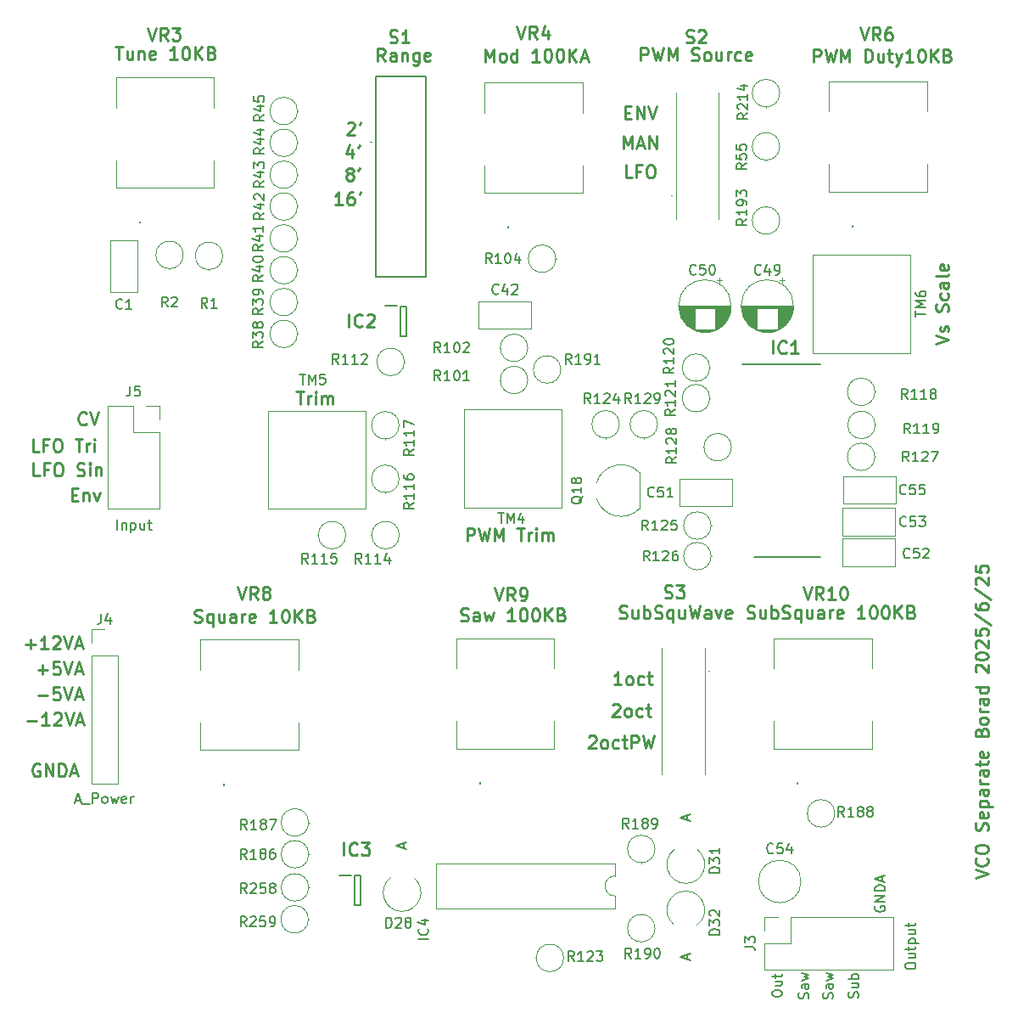
<source format=gto>
%TF.GenerationSoftware,KiCad,Pcbnew,8.0.8*%
%TF.CreationDate,2025-06-29T12:55:01+09:00*%
%TF.ProjectId,VCOSeparate,56434f53-6570-4617-9261-74652e6b6963,rev?*%
%TF.SameCoordinates,Original*%
%TF.FileFunction,Legend,Top*%
%TF.FilePolarity,Positive*%
%FSLAX46Y46*%
G04 Gerber Fmt 4.6, Leading zero omitted, Abs format (unit mm)*
G04 Created by KiCad (PCBNEW 8.0.8) date 2025-06-29 12:55:01*
%MOMM*%
%LPD*%
G01*
G04 APERTURE LIST*
%ADD10C,0.254000*%
%ADD11C,0.200000*%
%ADD12C,0.150000*%
%ADD13C,0.120000*%
%ADD14C,0.100000*%
G04 APERTURE END LIST*
D10*
X173242761Y-63207270D02*
X173303237Y-63146794D01*
X173303237Y-63146794D02*
X173424190Y-63086318D01*
X173424190Y-63086318D02*
X173726571Y-63086318D01*
X173726571Y-63086318D02*
X173847523Y-63146794D01*
X173847523Y-63146794D02*
X173907999Y-63207270D01*
X173907999Y-63207270D02*
X173968476Y-63328222D01*
X173968476Y-63328222D02*
X173968476Y-63449175D01*
X173968476Y-63449175D02*
X173907999Y-63630603D01*
X173907999Y-63630603D02*
X173182285Y-64356318D01*
X173182285Y-64356318D02*
X173968476Y-64356318D01*
X174573238Y-63086318D02*
X174452285Y-63328222D01*
X173357666Y-68202603D02*
X173236714Y-68142127D01*
X173236714Y-68142127D02*
X173176237Y-68081651D01*
X173176237Y-68081651D02*
X173115761Y-67960699D01*
X173115761Y-67960699D02*
X173115761Y-67900222D01*
X173115761Y-67900222D02*
X173176237Y-67779270D01*
X173176237Y-67779270D02*
X173236714Y-67718794D01*
X173236714Y-67718794D02*
X173357666Y-67658318D01*
X173357666Y-67658318D02*
X173599571Y-67658318D01*
X173599571Y-67658318D02*
X173720523Y-67718794D01*
X173720523Y-67718794D02*
X173780999Y-67779270D01*
X173780999Y-67779270D02*
X173841476Y-67900222D01*
X173841476Y-67900222D02*
X173841476Y-67960699D01*
X173841476Y-67960699D02*
X173780999Y-68081651D01*
X173780999Y-68081651D02*
X173720523Y-68142127D01*
X173720523Y-68142127D02*
X173599571Y-68202603D01*
X173599571Y-68202603D02*
X173357666Y-68202603D01*
X173357666Y-68202603D02*
X173236714Y-68263080D01*
X173236714Y-68263080D02*
X173176237Y-68323556D01*
X173176237Y-68323556D02*
X173115761Y-68444508D01*
X173115761Y-68444508D02*
X173115761Y-68686413D01*
X173115761Y-68686413D02*
X173176237Y-68807365D01*
X173176237Y-68807365D02*
X173236714Y-68867842D01*
X173236714Y-68867842D02*
X173357666Y-68928318D01*
X173357666Y-68928318D02*
X173599571Y-68928318D01*
X173599571Y-68928318D02*
X173720523Y-68867842D01*
X173720523Y-68867842D02*
X173780999Y-68807365D01*
X173780999Y-68807365D02*
X173841476Y-68686413D01*
X173841476Y-68686413D02*
X173841476Y-68444508D01*
X173841476Y-68444508D02*
X173780999Y-68323556D01*
X173780999Y-68323556D02*
X173720523Y-68263080D01*
X173720523Y-68263080D02*
X173599571Y-68202603D01*
X174446238Y-67658318D02*
X174325285Y-67900222D01*
X142348857Y-120232508D02*
X143316477Y-120232508D01*
X144526000Y-119446318D02*
X143921238Y-119446318D01*
X143921238Y-119446318D02*
X143860762Y-120051080D01*
X143860762Y-120051080D02*
X143921238Y-119990603D01*
X143921238Y-119990603D02*
X144042191Y-119930127D01*
X144042191Y-119930127D02*
X144344572Y-119930127D01*
X144344572Y-119930127D02*
X144465524Y-119990603D01*
X144465524Y-119990603D02*
X144526000Y-120051080D01*
X144526000Y-120051080D02*
X144586477Y-120172032D01*
X144586477Y-120172032D02*
X144586477Y-120474413D01*
X144586477Y-120474413D02*
X144526000Y-120595365D01*
X144526000Y-120595365D02*
X144465524Y-120655842D01*
X144465524Y-120655842D02*
X144344572Y-120716318D01*
X144344572Y-120716318D02*
X144042191Y-120716318D01*
X144042191Y-120716318D02*
X143921238Y-120655842D01*
X143921238Y-120655842D02*
X143860762Y-120595365D01*
X144949334Y-119446318D02*
X145372667Y-120716318D01*
X145372667Y-120716318D02*
X145796001Y-119446318D01*
X146158857Y-120353461D02*
X146763619Y-120353461D01*
X146037905Y-120716318D02*
X146461238Y-119446318D01*
X146461238Y-119446318D02*
X146884572Y-120716318D01*
D11*
X215606219Y-150058333D02*
X215606219Y-149867857D01*
X215606219Y-149867857D02*
X215653838Y-149772619D01*
X215653838Y-149772619D02*
X215749076Y-149677381D01*
X215749076Y-149677381D02*
X215939552Y-149629762D01*
X215939552Y-149629762D02*
X216272885Y-149629762D01*
X216272885Y-149629762D02*
X216463361Y-149677381D01*
X216463361Y-149677381D02*
X216558600Y-149772619D01*
X216558600Y-149772619D02*
X216606219Y-149867857D01*
X216606219Y-149867857D02*
X216606219Y-150058333D01*
X216606219Y-150058333D02*
X216558600Y-150153571D01*
X216558600Y-150153571D02*
X216463361Y-150248809D01*
X216463361Y-150248809D02*
X216272885Y-150296428D01*
X216272885Y-150296428D02*
X215939552Y-150296428D01*
X215939552Y-150296428D02*
X215749076Y-150248809D01*
X215749076Y-150248809D02*
X215653838Y-150153571D01*
X215653838Y-150153571D02*
X215606219Y-150058333D01*
X215939552Y-148772619D02*
X216606219Y-148772619D01*
X215939552Y-149201190D02*
X216463361Y-149201190D01*
X216463361Y-149201190D02*
X216558600Y-149153571D01*
X216558600Y-149153571D02*
X216606219Y-149058333D01*
X216606219Y-149058333D02*
X216606219Y-148915476D01*
X216606219Y-148915476D02*
X216558600Y-148820238D01*
X216558600Y-148820238D02*
X216510980Y-148772619D01*
X215939552Y-148439285D02*
X215939552Y-148058333D01*
X215606219Y-148296428D02*
X216463361Y-148296428D01*
X216463361Y-148296428D02*
X216558600Y-148248809D01*
X216558600Y-148248809D02*
X216606219Y-148153571D01*
X216606219Y-148153571D02*
X216606219Y-148058333D01*
D10*
X200399951Y-112527842D02*
X200581380Y-112588318D01*
X200581380Y-112588318D02*
X200883761Y-112588318D01*
X200883761Y-112588318D02*
X201004713Y-112527842D01*
X201004713Y-112527842D02*
X201065189Y-112467365D01*
X201065189Y-112467365D02*
X201125666Y-112346413D01*
X201125666Y-112346413D02*
X201125666Y-112225461D01*
X201125666Y-112225461D02*
X201065189Y-112104508D01*
X201065189Y-112104508D02*
X201004713Y-112044032D01*
X201004713Y-112044032D02*
X200883761Y-111983556D01*
X200883761Y-111983556D02*
X200641856Y-111923080D01*
X200641856Y-111923080D02*
X200520904Y-111862603D01*
X200520904Y-111862603D02*
X200460427Y-111802127D01*
X200460427Y-111802127D02*
X200399951Y-111681175D01*
X200399951Y-111681175D02*
X200399951Y-111560222D01*
X200399951Y-111560222D02*
X200460427Y-111439270D01*
X200460427Y-111439270D02*
X200520904Y-111378794D01*
X200520904Y-111378794D02*
X200641856Y-111318318D01*
X200641856Y-111318318D02*
X200944237Y-111318318D01*
X200944237Y-111318318D02*
X201125666Y-111378794D01*
X202214237Y-111741651D02*
X202214237Y-112588318D01*
X201669951Y-111741651D02*
X201669951Y-112406889D01*
X201669951Y-112406889D02*
X201730428Y-112527842D01*
X201730428Y-112527842D02*
X201851380Y-112588318D01*
X201851380Y-112588318D02*
X202032809Y-112588318D01*
X202032809Y-112588318D02*
X202153761Y-112527842D01*
X202153761Y-112527842D02*
X202214237Y-112467365D01*
X202818999Y-112588318D02*
X202818999Y-111318318D01*
X202818999Y-111802127D02*
X202939952Y-111741651D01*
X202939952Y-111741651D02*
X203181857Y-111741651D01*
X203181857Y-111741651D02*
X203302809Y-111802127D01*
X203302809Y-111802127D02*
X203363285Y-111862603D01*
X203363285Y-111862603D02*
X203423761Y-111983556D01*
X203423761Y-111983556D02*
X203423761Y-112346413D01*
X203423761Y-112346413D02*
X203363285Y-112467365D01*
X203363285Y-112467365D02*
X203302809Y-112527842D01*
X203302809Y-112527842D02*
X203181857Y-112588318D01*
X203181857Y-112588318D02*
X202939952Y-112588318D01*
X202939952Y-112588318D02*
X202818999Y-112527842D01*
X203907571Y-112527842D02*
X204089000Y-112588318D01*
X204089000Y-112588318D02*
X204391381Y-112588318D01*
X204391381Y-112588318D02*
X204512333Y-112527842D01*
X204512333Y-112527842D02*
X204572809Y-112467365D01*
X204572809Y-112467365D02*
X204633286Y-112346413D01*
X204633286Y-112346413D02*
X204633286Y-112225461D01*
X204633286Y-112225461D02*
X204572809Y-112104508D01*
X204572809Y-112104508D02*
X204512333Y-112044032D01*
X204512333Y-112044032D02*
X204391381Y-111983556D01*
X204391381Y-111983556D02*
X204149476Y-111923080D01*
X204149476Y-111923080D02*
X204028524Y-111862603D01*
X204028524Y-111862603D02*
X203968047Y-111802127D01*
X203968047Y-111802127D02*
X203907571Y-111681175D01*
X203907571Y-111681175D02*
X203907571Y-111560222D01*
X203907571Y-111560222D02*
X203968047Y-111439270D01*
X203968047Y-111439270D02*
X204028524Y-111378794D01*
X204028524Y-111378794D02*
X204149476Y-111318318D01*
X204149476Y-111318318D02*
X204451857Y-111318318D01*
X204451857Y-111318318D02*
X204633286Y-111378794D01*
X205721857Y-111741651D02*
X205721857Y-113011651D01*
X205721857Y-112527842D02*
X205600905Y-112588318D01*
X205600905Y-112588318D02*
X205359000Y-112588318D01*
X205359000Y-112588318D02*
X205238048Y-112527842D01*
X205238048Y-112527842D02*
X205177571Y-112467365D01*
X205177571Y-112467365D02*
X205117095Y-112346413D01*
X205117095Y-112346413D02*
X205117095Y-111983556D01*
X205117095Y-111983556D02*
X205177571Y-111862603D01*
X205177571Y-111862603D02*
X205238048Y-111802127D01*
X205238048Y-111802127D02*
X205359000Y-111741651D01*
X205359000Y-111741651D02*
X205600905Y-111741651D01*
X205600905Y-111741651D02*
X205721857Y-111802127D01*
X206870905Y-111741651D02*
X206870905Y-112588318D01*
X206326619Y-111741651D02*
X206326619Y-112406889D01*
X206326619Y-112406889D02*
X206387096Y-112527842D01*
X206387096Y-112527842D02*
X206508048Y-112588318D01*
X206508048Y-112588318D02*
X206689477Y-112588318D01*
X206689477Y-112588318D02*
X206810429Y-112527842D01*
X206810429Y-112527842D02*
X206870905Y-112467365D01*
X207354715Y-111318318D02*
X207657096Y-112588318D01*
X207657096Y-112588318D02*
X207899001Y-111681175D01*
X207899001Y-111681175D02*
X208140906Y-112588318D01*
X208140906Y-112588318D02*
X208443287Y-111318318D01*
X209471382Y-112588318D02*
X209471382Y-111923080D01*
X209471382Y-111923080D02*
X209410906Y-111802127D01*
X209410906Y-111802127D02*
X209289954Y-111741651D01*
X209289954Y-111741651D02*
X209048049Y-111741651D01*
X209048049Y-111741651D02*
X208927096Y-111802127D01*
X209471382Y-112527842D02*
X209350430Y-112588318D01*
X209350430Y-112588318D02*
X209048049Y-112588318D01*
X209048049Y-112588318D02*
X208927096Y-112527842D01*
X208927096Y-112527842D02*
X208866620Y-112406889D01*
X208866620Y-112406889D02*
X208866620Y-112285937D01*
X208866620Y-112285937D02*
X208927096Y-112164984D01*
X208927096Y-112164984D02*
X209048049Y-112104508D01*
X209048049Y-112104508D02*
X209350430Y-112104508D01*
X209350430Y-112104508D02*
X209471382Y-112044032D01*
X209955192Y-111741651D02*
X210257573Y-112588318D01*
X210257573Y-112588318D02*
X210559954Y-111741651D01*
X211527573Y-112527842D02*
X211406621Y-112588318D01*
X211406621Y-112588318D02*
X211164716Y-112588318D01*
X211164716Y-112588318D02*
X211043763Y-112527842D01*
X211043763Y-112527842D02*
X210983287Y-112406889D01*
X210983287Y-112406889D02*
X210983287Y-111923080D01*
X210983287Y-111923080D02*
X211043763Y-111802127D01*
X211043763Y-111802127D02*
X211164716Y-111741651D01*
X211164716Y-111741651D02*
X211406621Y-111741651D01*
X211406621Y-111741651D02*
X211527573Y-111802127D01*
X211527573Y-111802127D02*
X211588049Y-111923080D01*
X211588049Y-111923080D02*
X211588049Y-112044032D01*
X211588049Y-112044032D02*
X210983287Y-112164984D01*
X235905318Y-138472333D02*
X237175318Y-138049000D01*
X237175318Y-138049000D02*
X235905318Y-137625666D01*
X237054365Y-136476619D02*
X237114842Y-136537095D01*
X237114842Y-136537095D02*
X237175318Y-136718524D01*
X237175318Y-136718524D02*
X237175318Y-136839476D01*
X237175318Y-136839476D02*
X237114842Y-137020905D01*
X237114842Y-137020905D02*
X236993889Y-137141857D01*
X236993889Y-137141857D02*
X236872937Y-137202334D01*
X236872937Y-137202334D02*
X236631032Y-137262810D01*
X236631032Y-137262810D02*
X236449603Y-137262810D01*
X236449603Y-137262810D02*
X236207699Y-137202334D01*
X236207699Y-137202334D02*
X236086746Y-137141857D01*
X236086746Y-137141857D02*
X235965794Y-137020905D01*
X235965794Y-137020905D02*
X235905318Y-136839476D01*
X235905318Y-136839476D02*
X235905318Y-136718524D01*
X235905318Y-136718524D02*
X235965794Y-136537095D01*
X235965794Y-136537095D02*
X236026270Y-136476619D01*
X235905318Y-135690429D02*
X235905318Y-135448524D01*
X235905318Y-135448524D02*
X235965794Y-135327572D01*
X235965794Y-135327572D02*
X236086746Y-135206619D01*
X236086746Y-135206619D02*
X236328651Y-135146143D01*
X236328651Y-135146143D02*
X236751984Y-135146143D01*
X236751984Y-135146143D02*
X236993889Y-135206619D01*
X236993889Y-135206619D02*
X237114842Y-135327572D01*
X237114842Y-135327572D02*
X237175318Y-135448524D01*
X237175318Y-135448524D02*
X237175318Y-135690429D01*
X237175318Y-135690429D02*
X237114842Y-135811381D01*
X237114842Y-135811381D02*
X236993889Y-135932334D01*
X236993889Y-135932334D02*
X236751984Y-135992810D01*
X236751984Y-135992810D02*
X236328651Y-135992810D01*
X236328651Y-135992810D02*
X236086746Y-135932334D01*
X236086746Y-135932334D02*
X235965794Y-135811381D01*
X235965794Y-135811381D02*
X235905318Y-135690429D01*
X237114842Y-133694715D02*
X237175318Y-133513286D01*
X237175318Y-133513286D02*
X237175318Y-133210905D01*
X237175318Y-133210905D02*
X237114842Y-133089953D01*
X237114842Y-133089953D02*
X237054365Y-133029477D01*
X237054365Y-133029477D02*
X236933413Y-132969000D01*
X236933413Y-132969000D02*
X236812461Y-132969000D01*
X236812461Y-132969000D02*
X236691508Y-133029477D01*
X236691508Y-133029477D02*
X236631032Y-133089953D01*
X236631032Y-133089953D02*
X236570556Y-133210905D01*
X236570556Y-133210905D02*
X236510080Y-133452810D01*
X236510080Y-133452810D02*
X236449603Y-133573762D01*
X236449603Y-133573762D02*
X236389127Y-133634239D01*
X236389127Y-133634239D02*
X236268175Y-133694715D01*
X236268175Y-133694715D02*
X236147222Y-133694715D01*
X236147222Y-133694715D02*
X236026270Y-133634239D01*
X236026270Y-133634239D02*
X235965794Y-133573762D01*
X235965794Y-133573762D02*
X235905318Y-133452810D01*
X235905318Y-133452810D02*
X235905318Y-133150429D01*
X235905318Y-133150429D02*
X235965794Y-132969000D01*
X237114842Y-131940905D02*
X237175318Y-132061857D01*
X237175318Y-132061857D02*
X237175318Y-132303762D01*
X237175318Y-132303762D02*
X237114842Y-132424715D01*
X237114842Y-132424715D02*
X236993889Y-132485191D01*
X236993889Y-132485191D02*
X236510080Y-132485191D01*
X236510080Y-132485191D02*
X236389127Y-132424715D01*
X236389127Y-132424715D02*
X236328651Y-132303762D01*
X236328651Y-132303762D02*
X236328651Y-132061857D01*
X236328651Y-132061857D02*
X236389127Y-131940905D01*
X236389127Y-131940905D02*
X236510080Y-131880429D01*
X236510080Y-131880429D02*
X236631032Y-131880429D01*
X236631032Y-131880429D02*
X236751984Y-132485191D01*
X236328651Y-131336144D02*
X237598651Y-131336144D01*
X236389127Y-131336144D02*
X236328651Y-131215191D01*
X236328651Y-131215191D02*
X236328651Y-130973286D01*
X236328651Y-130973286D02*
X236389127Y-130852334D01*
X236389127Y-130852334D02*
X236449603Y-130791858D01*
X236449603Y-130791858D02*
X236570556Y-130731382D01*
X236570556Y-130731382D02*
X236933413Y-130731382D01*
X236933413Y-130731382D02*
X237054365Y-130791858D01*
X237054365Y-130791858D02*
X237114842Y-130852334D01*
X237114842Y-130852334D02*
X237175318Y-130973286D01*
X237175318Y-130973286D02*
X237175318Y-131215191D01*
X237175318Y-131215191D02*
X237114842Y-131336144D01*
X237175318Y-129642810D02*
X236510080Y-129642810D01*
X236510080Y-129642810D02*
X236389127Y-129703286D01*
X236389127Y-129703286D02*
X236328651Y-129824238D01*
X236328651Y-129824238D02*
X236328651Y-130066143D01*
X236328651Y-130066143D02*
X236389127Y-130187096D01*
X237114842Y-129642810D02*
X237175318Y-129763762D01*
X237175318Y-129763762D02*
X237175318Y-130066143D01*
X237175318Y-130066143D02*
X237114842Y-130187096D01*
X237114842Y-130187096D02*
X236993889Y-130247572D01*
X236993889Y-130247572D02*
X236872937Y-130247572D01*
X236872937Y-130247572D02*
X236751984Y-130187096D01*
X236751984Y-130187096D02*
X236691508Y-130066143D01*
X236691508Y-130066143D02*
X236691508Y-129763762D01*
X236691508Y-129763762D02*
X236631032Y-129642810D01*
X237175318Y-129038048D02*
X236328651Y-129038048D01*
X236570556Y-129038048D02*
X236449603Y-128977571D01*
X236449603Y-128977571D02*
X236389127Y-128917095D01*
X236389127Y-128917095D02*
X236328651Y-128796143D01*
X236328651Y-128796143D02*
X236328651Y-128675190D01*
X237175318Y-127707572D02*
X236510080Y-127707572D01*
X236510080Y-127707572D02*
X236389127Y-127768048D01*
X236389127Y-127768048D02*
X236328651Y-127889000D01*
X236328651Y-127889000D02*
X236328651Y-128130905D01*
X236328651Y-128130905D02*
X236389127Y-128251858D01*
X237114842Y-127707572D02*
X237175318Y-127828524D01*
X237175318Y-127828524D02*
X237175318Y-128130905D01*
X237175318Y-128130905D02*
X237114842Y-128251858D01*
X237114842Y-128251858D02*
X236993889Y-128312334D01*
X236993889Y-128312334D02*
X236872937Y-128312334D01*
X236872937Y-128312334D02*
X236751984Y-128251858D01*
X236751984Y-128251858D02*
X236691508Y-128130905D01*
X236691508Y-128130905D02*
X236691508Y-127828524D01*
X236691508Y-127828524D02*
X236631032Y-127707572D01*
X236328651Y-127284238D02*
X236328651Y-126800429D01*
X235905318Y-127102810D02*
X236993889Y-127102810D01*
X236993889Y-127102810D02*
X237114842Y-127042333D01*
X237114842Y-127042333D02*
X237175318Y-126921381D01*
X237175318Y-126921381D02*
X237175318Y-126800429D01*
X237114842Y-125893286D02*
X237175318Y-126014238D01*
X237175318Y-126014238D02*
X237175318Y-126256143D01*
X237175318Y-126256143D02*
X237114842Y-126377096D01*
X237114842Y-126377096D02*
X236993889Y-126437572D01*
X236993889Y-126437572D02*
X236510080Y-126437572D01*
X236510080Y-126437572D02*
X236389127Y-126377096D01*
X236389127Y-126377096D02*
X236328651Y-126256143D01*
X236328651Y-126256143D02*
X236328651Y-126014238D01*
X236328651Y-126014238D02*
X236389127Y-125893286D01*
X236389127Y-125893286D02*
X236510080Y-125832810D01*
X236510080Y-125832810D02*
X236631032Y-125832810D01*
X236631032Y-125832810D02*
X236751984Y-126437572D01*
X236510080Y-123897572D02*
X236570556Y-123716144D01*
X236570556Y-123716144D02*
X236631032Y-123655667D01*
X236631032Y-123655667D02*
X236751984Y-123595191D01*
X236751984Y-123595191D02*
X236933413Y-123595191D01*
X236933413Y-123595191D02*
X237054365Y-123655667D01*
X237054365Y-123655667D02*
X237114842Y-123716144D01*
X237114842Y-123716144D02*
X237175318Y-123837096D01*
X237175318Y-123837096D02*
X237175318Y-124320906D01*
X237175318Y-124320906D02*
X235905318Y-124320906D01*
X235905318Y-124320906D02*
X235905318Y-123897572D01*
X235905318Y-123897572D02*
X235965794Y-123776620D01*
X235965794Y-123776620D02*
X236026270Y-123716144D01*
X236026270Y-123716144D02*
X236147222Y-123655667D01*
X236147222Y-123655667D02*
X236268175Y-123655667D01*
X236268175Y-123655667D02*
X236389127Y-123716144D01*
X236389127Y-123716144D02*
X236449603Y-123776620D01*
X236449603Y-123776620D02*
X236510080Y-123897572D01*
X236510080Y-123897572D02*
X236510080Y-124320906D01*
X237175318Y-122869477D02*
X237114842Y-122990429D01*
X237114842Y-122990429D02*
X237054365Y-123050906D01*
X237054365Y-123050906D02*
X236933413Y-123111382D01*
X236933413Y-123111382D02*
X236570556Y-123111382D01*
X236570556Y-123111382D02*
X236449603Y-123050906D01*
X236449603Y-123050906D02*
X236389127Y-122990429D01*
X236389127Y-122990429D02*
X236328651Y-122869477D01*
X236328651Y-122869477D02*
X236328651Y-122688048D01*
X236328651Y-122688048D02*
X236389127Y-122567096D01*
X236389127Y-122567096D02*
X236449603Y-122506620D01*
X236449603Y-122506620D02*
X236570556Y-122446144D01*
X236570556Y-122446144D02*
X236933413Y-122446144D01*
X236933413Y-122446144D02*
X237054365Y-122506620D01*
X237054365Y-122506620D02*
X237114842Y-122567096D01*
X237114842Y-122567096D02*
X237175318Y-122688048D01*
X237175318Y-122688048D02*
X237175318Y-122869477D01*
X237175318Y-121901858D02*
X236328651Y-121901858D01*
X236570556Y-121901858D02*
X236449603Y-121841381D01*
X236449603Y-121841381D02*
X236389127Y-121780905D01*
X236389127Y-121780905D02*
X236328651Y-121659953D01*
X236328651Y-121659953D02*
X236328651Y-121539000D01*
X237175318Y-120571382D02*
X236510080Y-120571382D01*
X236510080Y-120571382D02*
X236389127Y-120631858D01*
X236389127Y-120631858D02*
X236328651Y-120752810D01*
X236328651Y-120752810D02*
X236328651Y-120994715D01*
X236328651Y-120994715D02*
X236389127Y-121115668D01*
X237114842Y-120571382D02*
X237175318Y-120692334D01*
X237175318Y-120692334D02*
X237175318Y-120994715D01*
X237175318Y-120994715D02*
X237114842Y-121115668D01*
X237114842Y-121115668D02*
X236993889Y-121176144D01*
X236993889Y-121176144D02*
X236872937Y-121176144D01*
X236872937Y-121176144D02*
X236751984Y-121115668D01*
X236751984Y-121115668D02*
X236691508Y-120994715D01*
X236691508Y-120994715D02*
X236691508Y-120692334D01*
X236691508Y-120692334D02*
X236631032Y-120571382D01*
X237175318Y-119422334D02*
X235905318Y-119422334D01*
X237114842Y-119422334D02*
X237175318Y-119543286D01*
X237175318Y-119543286D02*
X237175318Y-119785191D01*
X237175318Y-119785191D02*
X237114842Y-119906143D01*
X237114842Y-119906143D02*
X237054365Y-119966620D01*
X237054365Y-119966620D02*
X236933413Y-120027096D01*
X236933413Y-120027096D02*
X236570556Y-120027096D01*
X236570556Y-120027096D02*
X236449603Y-119966620D01*
X236449603Y-119966620D02*
X236389127Y-119906143D01*
X236389127Y-119906143D02*
X236328651Y-119785191D01*
X236328651Y-119785191D02*
X236328651Y-119543286D01*
X236328651Y-119543286D02*
X236389127Y-119422334D01*
X236026270Y-117910429D02*
X235965794Y-117849953D01*
X235965794Y-117849953D02*
X235905318Y-117729000D01*
X235905318Y-117729000D02*
X235905318Y-117426619D01*
X235905318Y-117426619D02*
X235965794Y-117305667D01*
X235965794Y-117305667D02*
X236026270Y-117245191D01*
X236026270Y-117245191D02*
X236147222Y-117184714D01*
X236147222Y-117184714D02*
X236268175Y-117184714D01*
X236268175Y-117184714D02*
X236449603Y-117245191D01*
X236449603Y-117245191D02*
X237175318Y-117970905D01*
X237175318Y-117970905D02*
X237175318Y-117184714D01*
X235905318Y-116398524D02*
X235905318Y-116277571D01*
X235905318Y-116277571D02*
X235965794Y-116156619D01*
X235965794Y-116156619D02*
X236026270Y-116096143D01*
X236026270Y-116096143D02*
X236147222Y-116035667D01*
X236147222Y-116035667D02*
X236389127Y-115975190D01*
X236389127Y-115975190D02*
X236691508Y-115975190D01*
X236691508Y-115975190D02*
X236933413Y-116035667D01*
X236933413Y-116035667D02*
X237054365Y-116096143D01*
X237054365Y-116096143D02*
X237114842Y-116156619D01*
X237114842Y-116156619D02*
X237175318Y-116277571D01*
X237175318Y-116277571D02*
X237175318Y-116398524D01*
X237175318Y-116398524D02*
X237114842Y-116519476D01*
X237114842Y-116519476D02*
X237054365Y-116579952D01*
X237054365Y-116579952D02*
X236933413Y-116640429D01*
X236933413Y-116640429D02*
X236691508Y-116700905D01*
X236691508Y-116700905D02*
X236389127Y-116700905D01*
X236389127Y-116700905D02*
X236147222Y-116640429D01*
X236147222Y-116640429D02*
X236026270Y-116579952D01*
X236026270Y-116579952D02*
X235965794Y-116519476D01*
X235965794Y-116519476D02*
X235905318Y-116398524D01*
X236026270Y-115491381D02*
X235965794Y-115430905D01*
X235965794Y-115430905D02*
X235905318Y-115309952D01*
X235905318Y-115309952D02*
X235905318Y-115007571D01*
X235905318Y-115007571D02*
X235965794Y-114886619D01*
X235965794Y-114886619D02*
X236026270Y-114826143D01*
X236026270Y-114826143D02*
X236147222Y-114765666D01*
X236147222Y-114765666D02*
X236268175Y-114765666D01*
X236268175Y-114765666D02*
X236449603Y-114826143D01*
X236449603Y-114826143D02*
X237175318Y-115551857D01*
X237175318Y-115551857D02*
X237175318Y-114765666D01*
X235905318Y-113616619D02*
X235905318Y-114221381D01*
X235905318Y-114221381D02*
X236510080Y-114281857D01*
X236510080Y-114281857D02*
X236449603Y-114221381D01*
X236449603Y-114221381D02*
X236389127Y-114100428D01*
X236389127Y-114100428D02*
X236389127Y-113798047D01*
X236389127Y-113798047D02*
X236449603Y-113677095D01*
X236449603Y-113677095D02*
X236510080Y-113616619D01*
X236510080Y-113616619D02*
X236631032Y-113556142D01*
X236631032Y-113556142D02*
X236933413Y-113556142D01*
X236933413Y-113556142D02*
X237054365Y-113616619D01*
X237054365Y-113616619D02*
X237114842Y-113677095D01*
X237114842Y-113677095D02*
X237175318Y-113798047D01*
X237175318Y-113798047D02*
X237175318Y-114100428D01*
X237175318Y-114100428D02*
X237114842Y-114221381D01*
X237114842Y-114221381D02*
X237054365Y-114281857D01*
X235844842Y-112104714D02*
X237477699Y-113193285D01*
X235905318Y-111137095D02*
X235905318Y-111379000D01*
X235905318Y-111379000D02*
X235965794Y-111499952D01*
X235965794Y-111499952D02*
X236026270Y-111560428D01*
X236026270Y-111560428D02*
X236207699Y-111681381D01*
X236207699Y-111681381D02*
X236449603Y-111741857D01*
X236449603Y-111741857D02*
X236933413Y-111741857D01*
X236933413Y-111741857D02*
X237054365Y-111681381D01*
X237054365Y-111681381D02*
X237114842Y-111620904D01*
X237114842Y-111620904D02*
X237175318Y-111499952D01*
X237175318Y-111499952D02*
X237175318Y-111258047D01*
X237175318Y-111258047D02*
X237114842Y-111137095D01*
X237114842Y-111137095D02*
X237054365Y-111076619D01*
X237054365Y-111076619D02*
X236933413Y-111016142D01*
X236933413Y-111016142D02*
X236631032Y-111016142D01*
X236631032Y-111016142D02*
X236510080Y-111076619D01*
X236510080Y-111076619D02*
X236449603Y-111137095D01*
X236449603Y-111137095D02*
X236389127Y-111258047D01*
X236389127Y-111258047D02*
X236389127Y-111499952D01*
X236389127Y-111499952D02*
X236449603Y-111620904D01*
X236449603Y-111620904D02*
X236510080Y-111681381D01*
X236510080Y-111681381D02*
X236631032Y-111741857D01*
X235844842Y-109564714D02*
X237477699Y-110653285D01*
X236026270Y-109201857D02*
X235965794Y-109141381D01*
X235965794Y-109141381D02*
X235905318Y-109020428D01*
X235905318Y-109020428D02*
X235905318Y-108718047D01*
X235905318Y-108718047D02*
X235965794Y-108597095D01*
X235965794Y-108597095D02*
X236026270Y-108536619D01*
X236026270Y-108536619D02*
X236147222Y-108476142D01*
X236147222Y-108476142D02*
X236268175Y-108476142D01*
X236268175Y-108476142D02*
X236449603Y-108536619D01*
X236449603Y-108536619D02*
X237175318Y-109262333D01*
X237175318Y-109262333D02*
X237175318Y-108476142D01*
X235905318Y-107327095D02*
X235905318Y-107931857D01*
X235905318Y-107931857D02*
X236510080Y-107992333D01*
X236510080Y-107992333D02*
X236449603Y-107931857D01*
X236449603Y-107931857D02*
X236389127Y-107810904D01*
X236389127Y-107810904D02*
X236389127Y-107508523D01*
X236389127Y-107508523D02*
X236449603Y-107387571D01*
X236449603Y-107387571D02*
X236510080Y-107327095D01*
X236510080Y-107327095D02*
X236631032Y-107266618D01*
X236631032Y-107266618D02*
X236933413Y-107266618D01*
X236933413Y-107266618D02*
X237054365Y-107327095D01*
X237054365Y-107327095D02*
X237114842Y-107387571D01*
X237114842Y-107387571D02*
X237175318Y-107508523D01*
X237175318Y-107508523D02*
X237175318Y-107810904D01*
X237175318Y-107810904D02*
X237114842Y-107931857D01*
X237114842Y-107931857D02*
X237054365Y-107992333D01*
X142506095Y-98364318D02*
X141901333Y-98364318D01*
X141901333Y-98364318D02*
X141901333Y-97094318D01*
X143352762Y-97699080D02*
X142929428Y-97699080D01*
X142929428Y-98364318D02*
X142929428Y-97094318D01*
X142929428Y-97094318D02*
X143534190Y-97094318D01*
X144259904Y-97094318D02*
X144501809Y-97094318D01*
X144501809Y-97094318D02*
X144622761Y-97154794D01*
X144622761Y-97154794D02*
X144743714Y-97275746D01*
X144743714Y-97275746D02*
X144804190Y-97517651D01*
X144804190Y-97517651D02*
X144804190Y-97940984D01*
X144804190Y-97940984D02*
X144743714Y-98182889D01*
X144743714Y-98182889D02*
X144622761Y-98303842D01*
X144622761Y-98303842D02*
X144501809Y-98364318D01*
X144501809Y-98364318D02*
X144259904Y-98364318D01*
X144259904Y-98364318D02*
X144138952Y-98303842D01*
X144138952Y-98303842D02*
X144017999Y-98182889D01*
X144017999Y-98182889D02*
X143957523Y-97940984D01*
X143957523Y-97940984D02*
X143957523Y-97517651D01*
X143957523Y-97517651D02*
X144017999Y-97275746D01*
X144017999Y-97275746D02*
X144138952Y-97154794D01*
X144138952Y-97154794D02*
X144259904Y-97094318D01*
X146255618Y-98303842D02*
X146437047Y-98364318D01*
X146437047Y-98364318D02*
X146739428Y-98364318D01*
X146739428Y-98364318D02*
X146860380Y-98303842D01*
X146860380Y-98303842D02*
X146920856Y-98243365D01*
X146920856Y-98243365D02*
X146981333Y-98122413D01*
X146981333Y-98122413D02*
X146981333Y-98001461D01*
X146981333Y-98001461D02*
X146920856Y-97880508D01*
X146920856Y-97880508D02*
X146860380Y-97820032D01*
X146860380Y-97820032D02*
X146739428Y-97759556D01*
X146739428Y-97759556D02*
X146497523Y-97699080D01*
X146497523Y-97699080D02*
X146376571Y-97638603D01*
X146376571Y-97638603D02*
X146316094Y-97578127D01*
X146316094Y-97578127D02*
X146255618Y-97457175D01*
X146255618Y-97457175D02*
X146255618Y-97336222D01*
X146255618Y-97336222D02*
X146316094Y-97215270D01*
X146316094Y-97215270D02*
X146376571Y-97154794D01*
X146376571Y-97154794D02*
X146497523Y-97094318D01*
X146497523Y-97094318D02*
X146799904Y-97094318D01*
X146799904Y-97094318D02*
X146981333Y-97154794D01*
X147525618Y-98364318D02*
X147525618Y-97517651D01*
X147525618Y-97094318D02*
X147465142Y-97154794D01*
X147465142Y-97154794D02*
X147525618Y-97215270D01*
X147525618Y-97215270D02*
X147586095Y-97154794D01*
X147586095Y-97154794D02*
X147525618Y-97094318D01*
X147525618Y-97094318D02*
X147525618Y-97215270D01*
X148130380Y-97517651D02*
X148130380Y-98364318D01*
X148130380Y-97638603D02*
X148190857Y-97578127D01*
X148190857Y-97578127D02*
X148311809Y-97517651D01*
X148311809Y-97517651D02*
X148493238Y-97517651D01*
X148493238Y-97517651D02*
X148614190Y-97578127D01*
X148614190Y-97578127D02*
X148674666Y-97699080D01*
X148674666Y-97699080D02*
X148674666Y-98364318D01*
X142506096Y-127126794D02*
X142385143Y-127066318D01*
X142385143Y-127066318D02*
X142203715Y-127066318D01*
X142203715Y-127066318D02*
X142022286Y-127126794D01*
X142022286Y-127126794D02*
X141901334Y-127247746D01*
X141901334Y-127247746D02*
X141840857Y-127368699D01*
X141840857Y-127368699D02*
X141780381Y-127610603D01*
X141780381Y-127610603D02*
X141780381Y-127792032D01*
X141780381Y-127792032D02*
X141840857Y-128033937D01*
X141840857Y-128033937D02*
X141901334Y-128154889D01*
X141901334Y-128154889D02*
X142022286Y-128275842D01*
X142022286Y-128275842D02*
X142203715Y-128336318D01*
X142203715Y-128336318D02*
X142324667Y-128336318D01*
X142324667Y-128336318D02*
X142506096Y-128275842D01*
X142506096Y-128275842D02*
X142566572Y-128215365D01*
X142566572Y-128215365D02*
X142566572Y-127792032D01*
X142566572Y-127792032D02*
X142324667Y-127792032D01*
X143110857Y-128336318D02*
X143110857Y-127066318D01*
X143110857Y-127066318D02*
X143836572Y-128336318D01*
X143836572Y-128336318D02*
X143836572Y-127066318D01*
X144441333Y-128336318D02*
X144441333Y-127066318D01*
X144441333Y-127066318D02*
X144743714Y-127066318D01*
X144743714Y-127066318D02*
X144925143Y-127126794D01*
X144925143Y-127126794D02*
X145046095Y-127247746D01*
X145046095Y-127247746D02*
X145106572Y-127368699D01*
X145106572Y-127368699D02*
X145167048Y-127610603D01*
X145167048Y-127610603D02*
X145167048Y-127792032D01*
X145167048Y-127792032D02*
X145106572Y-128033937D01*
X145106572Y-128033937D02*
X145046095Y-128154889D01*
X145046095Y-128154889D02*
X144925143Y-128275842D01*
X144925143Y-128275842D02*
X144743714Y-128336318D01*
X144743714Y-128336318D02*
X144441333Y-128336318D01*
X145650857Y-127973461D02*
X146255619Y-127973461D01*
X145529905Y-128336318D02*
X145953238Y-127066318D01*
X145953238Y-127066318D02*
X146376572Y-128336318D01*
X172728714Y-71341318D02*
X172002999Y-71341318D01*
X172365856Y-71341318D02*
X172365856Y-70071318D01*
X172365856Y-70071318D02*
X172244904Y-70252746D01*
X172244904Y-70252746D02*
X172123952Y-70373699D01*
X172123952Y-70373699D02*
X172002999Y-70434175D01*
X173817285Y-70071318D02*
X173575380Y-70071318D01*
X173575380Y-70071318D02*
X173454428Y-70131794D01*
X173454428Y-70131794D02*
X173393952Y-70192270D01*
X173393952Y-70192270D02*
X173272999Y-70373699D01*
X173272999Y-70373699D02*
X173212523Y-70615603D01*
X173212523Y-70615603D02*
X173212523Y-71099413D01*
X173212523Y-71099413D02*
X173272999Y-71220365D01*
X173272999Y-71220365D02*
X173333476Y-71280842D01*
X173333476Y-71280842D02*
X173454428Y-71341318D01*
X173454428Y-71341318D02*
X173696333Y-71341318D01*
X173696333Y-71341318D02*
X173817285Y-71280842D01*
X173817285Y-71280842D02*
X173877761Y-71220365D01*
X173877761Y-71220365D02*
X173938238Y-71099413D01*
X173938238Y-71099413D02*
X173938238Y-70797032D01*
X173938238Y-70797032D02*
X173877761Y-70676080D01*
X173877761Y-70676080D02*
X173817285Y-70615603D01*
X173817285Y-70615603D02*
X173696333Y-70555127D01*
X173696333Y-70555127D02*
X173454428Y-70555127D01*
X173454428Y-70555127D02*
X173333476Y-70615603D01*
X173333476Y-70615603D02*
X173272999Y-70676080D01*
X173272999Y-70676080D02*
X173212523Y-70797032D01*
X174543000Y-70071318D02*
X174422047Y-70313222D01*
D11*
X221638600Y-150486904D02*
X221686219Y-150344047D01*
X221686219Y-150344047D02*
X221686219Y-150105952D01*
X221686219Y-150105952D02*
X221638600Y-150010714D01*
X221638600Y-150010714D02*
X221590980Y-149963095D01*
X221590980Y-149963095D02*
X221495742Y-149915476D01*
X221495742Y-149915476D02*
X221400504Y-149915476D01*
X221400504Y-149915476D02*
X221305266Y-149963095D01*
X221305266Y-149963095D02*
X221257647Y-150010714D01*
X221257647Y-150010714D02*
X221210028Y-150105952D01*
X221210028Y-150105952D02*
X221162409Y-150296428D01*
X221162409Y-150296428D02*
X221114790Y-150391666D01*
X221114790Y-150391666D02*
X221067171Y-150439285D01*
X221067171Y-150439285D02*
X220971933Y-150486904D01*
X220971933Y-150486904D02*
X220876695Y-150486904D01*
X220876695Y-150486904D02*
X220781457Y-150439285D01*
X220781457Y-150439285D02*
X220733838Y-150391666D01*
X220733838Y-150391666D02*
X220686219Y-150296428D01*
X220686219Y-150296428D02*
X220686219Y-150058333D01*
X220686219Y-150058333D02*
X220733838Y-149915476D01*
X221686219Y-149058333D02*
X221162409Y-149058333D01*
X221162409Y-149058333D02*
X221067171Y-149105952D01*
X221067171Y-149105952D02*
X221019552Y-149201190D01*
X221019552Y-149201190D02*
X221019552Y-149391666D01*
X221019552Y-149391666D02*
X221067171Y-149486904D01*
X221638600Y-149058333D02*
X221686219Y-149153571D01*
X221686219Y-149153571D02*
X221686219Y-149391666D01*
X221686219Y-149391666D02*
X221638600Y-149486904D01*
X221638600Y-149486904D02*
X221543361Y-149534523D01*
X221543361Y-149534523D02*
X221448123Y-149534523D01*
X221448123Y-149534523D02*
X221352885Y-149486904D01*
X221352885Y-149486904D02*
X221305266Y-149391666D01*
X221305266Y-149391666D02*
X221305266Y-149153571D01*
X221305266Y-149153571D02*
X221257647Y-149058333D01*
X221019552Y-148677380D02*
X221686219Y-148486904D01*
X221686219Y-148486904D02*
X221210028Y-148296428D01*
X221210028Y-148296428D02*
X221686219Y-148105952D01*
X221686219Y-148105952D02*
X221019552Y-147915476D01*
D12*
X150249143Y-103705819D02*
X150249143Y-102705819D01*
X150725333Y-103039152D02*
X150725333Y-103705819D01*
X150725333Y-103134390D02*
X150772952Y-103086771D01*
X150772952Y-103086771D02*
X150868190Y-103039152D01*
X150868190Y-103039152D02*
X151011047Y-103039152D01*
X151011047Y-103039152D02*
X151106285Y-103086771D01*
X151106285Y-103086771D02*
X151153904Y-103182009D01*
X151153904Y-103182009D02*
X151153904Y-103705819D01*
X151630095Y-103039152D02*
X151630095Y-104039152D01*
X151630095Y-103086771D02*
X151725333Y-103039152D01*
X151725333Y-103039152D02*
X151915809Y-103039152D01*
X151915809Y-103039152D02*
X152011047Y-103086771D01*
X152011047Y-103086771D02*
X152058666Y-103134390D01*
X152058666Y-103134390D02*
X152106285Y-103229628D01*
X152106285Y-103229628D02*
X152106285Y-103515342D01*
X152106285Y-103515342D02*
X152058666Y-103610580D01*
X152058666Y-103610580D02*
X152011047Y-103658200D01*
X152011047Y-103658200D02*
X151915809Y-103705819D01*
X151915809Y-103705819D02*
X151725333Y-103705819D01*
X151725333Y-103705819D02*
X151630095Y-103658200D01*
X152963428Y-103039152D02*
X152963428Y-103705819D01*
X152534857Y-103039152D02*
X152534857Y-103562961D01*
X152534857Y-103562961D02*
X152582476Y-103658200D01*
X152582476Y-103658200D02*
X152677714Y-103705819D01*
X152677714Y-103705819D02*
X152820571Y-103705819D01*
X152820571Y-103705819D02*
X152915809Y-103658200D01*
X152915809Y-103658200D02*
X152963428Y-103610580D01*
X153296762Y-103039152D02*
X153677714Y-103039152D01*
X153439619Y-102705819D02*
X153439619Y-103562961D01*
X153439619Y-103562961D02*
X153487238Y-103658200D01*
X153487238Y-103658200D02*
X153582476Y-103705819D01*
X153582476Y-103705819D02*
X153677714Y-103705819D01*
X146137666Y-130725104D02*
X146613856Y-130725104D01*
X146042428Y-131010819D02*
X146375761Y-130010819D01*
X146375761Y-130010819D02*
X146709094Y-131010819D01*
X146804333Y-131106057D02*
X147566237Y-131106057D01*
X147804333Y-131010819D02*
X147804333Y-130010819D01*
X147804333Y-130010819D02*
X148185285Y-130010819D01*
X148185285Y-130010819D02*
X148280523Y-130058438D01*
X148280523Y-130058438D02*
X148328142Y-130106057D01*
X148328142Y-130106057D02*
X148375761Y-130201295D01*
X148375761Y-130201295D02*
X148375761Y-130344152D01*
X148375761Y-130344152D02*
X148328142Y-130439390D01*
X148328142Y-130439390D02*
X148280523Y-130487009D01*
X148280523Y-130487009D02*
X148185285Y-130534628D01*
X148185285Y-130534628D02*
X147804333Y-130534628D01*
X148947190Y-131010819D02*
X148851952Y-130963200D01*
X148851952Y-130963200D02*
X148804333Y-130915580D01*
X148804333Y-130915580D02*
X148756714Y-130820342D01*
X148756714Y-130820342D02*
X148756714Y-130534628D01*
X148756714Y-130534628D02*
X148804333Y-130439390D01*
X148804333Y-130439390D02*
X148851952Y-130391771D01*
X148851952Y-130391771D02*
X148947190Y-130344152D01*
X148947190Y-130344152D02*
X149090047Y-130344152D01*
X149090047Y-130344152D02*
X149185285Y-130391771D01*
X149185285Y-130391771D02*
X149232904Y-130439390D01*
X149232904Y-130439390D02*
X149280523Y-130534628D01*
X149280523Y-130534628D02*
X149280523Y-130820342D01*
X149280523Y-130820342D02*
X149232904Y-130915580D01*
X149232904Y-130915580D02*
X149185285Y-130963200D01*
X149185285Y-130963200D02*
X149090047Y-131010819D01*
X149090047Y-131010819D02*
X148947190Y-131010819D01*
X149613857Y-130344152D02*
X149804333Y-131010819D01*
X149804333Y-131010819D02*
X149994809Y-130534628D01*
X149994809Y-130534628D02*
X150185285Y-131010819D01*
X150185285Y-131010819D02*
X150375761Y-130344152D01*
X151137666Y-130963200D02*
X151042428Y-131010819D01*
X151042428Y-131010819D02*
X150851952Y-131010819D01*
X150851952Y-131010819D02*
X150756714Y-130963200D01*
X150756714Y-130963200D02*
X150709095Y-130867961D01*
X150709095Y-130867961D02*
X150709095Y-130487009D01*
X150709095Y-130487009D02*
X150756714Y-130391771D01*
X150756714Y-130391771D02*
X150851952Y-130344152D01*
X150851952Y-130344152D02*
X151042428Y-130344152D01*
X151042428Y-130344152D02*
X151137666Y-130391771D01*
X151137666Y-130391771D02*
X151185285Y-130487009D01*
X151185285Y-130487009D02*
X151185285Y-130582247D01*
X151185285Y-130582247D02*
X150709095Y-130677485D01*
X151613857Y-131010819D02*
X151613857Y-130344152D01*
X151613857Y-130534628D02*
X151661476Y-130439390D01*
X151661476Y-130439390D02*
X151709095Y-130391771D01*
X151709095Y-130391771D02*
X151804333Y-130344152D01*
X151804333Y-130344152D02*
X151899571Y-130344152D01*
D11*
X224178600Y-150415475D02*
X224226219Y-150272618D01*
X224226219Y-150272618D02*
X224226219Y-150034523D01*
X224226219Y-150034523D02*
X224178600Y-149939285D01*
X224178600Y-149939285D02*
X224130980Y-149891666D01*
X224130980Y-149891666D02*
X224035742Y-149844047D01*
X224035742Y-149844047D02*
X223940504Y-149844047D01*
X223940504Y-149844047D02*
X223845266Y-149891666D01*
X223845266Y-149891666D02*
X223797647Y-149939285D01*
X223797647Y-149939285D02*
X223750028Y-150034523D01*
X223750028Y-150034523D02*
X223702409Y-150224999D01*
X223702409Y-150224999D02*
X223654790Y-150320237D01*
X223654790Y-150320237D02*
X223607171Y-150367856D01*
X223607171Y-150367856D02*
X223511933Y-150415475D01*
X223511933Y-150415475D02*
X223416695Y-150415475D01*
X223416695Y-150415475D02*
X223321457Y-150367856D01*
X223321457Y-150367856D02*
X223273838Y-150320237D01*
X223273838Y-150320237D02*
X223226219Y-150224999D01*
X223226219Y-150224999D02*
X223226219Y-149986904D01*
X223226219Y-149986904D02*
X223273838Y-149844047D01*
X223559552Y-148986904D02*
X224226219Y-148986904D01*
X223559552Y-149415475D02*
X224083361Y-149415475D01*
X224083361Y-149415475D02*
X224178600Y-149367856D01*
X224178600Y-149367856D02*
X224226219Y-149272618D01*
X224226219Y-149272618D02*
X224226219Y-149129761D01*
X224226219Y-149129761D02*
X224178600Y-149034523D01*
X224178600Y-149034523D02*
X224130980Y-148986904D01*
X224226219Y-148510713D02*
X223226219Y-148510713D01*
X223607171Y-148510713D02*
X223559552Y-148415475D01*
X223559552Y-148415475D02*
X223559552Y-148224999D01*
X223559552Y-148224999D02*
X223607171Y-148129761D01*
X223607171Y-148129761D02*
X223654790Y-148082142D01*
X223654790Y-148082142D02*
X223750028Y-148034523D01*
X223750028Y-148034523D02*
X224035742Y-148034523D01*
X224035742Y-148034523D02*
X224130980Y-148082142D01*
X224130980Y-148082142D02*
X224178600Y-148129761D01*
X224178600Y-148129761D02*
X224226219Y-148224999D01*
X224226219Y-148224999D02*
X224226219Y-148415475D01*
X224226219Y-148415475D02*
X224178600Y-148510713D01*
D10*
X197327761Y-124393270D02*
X197388237Y-124332794D01*
X197388237Y-124332794D02*
X197509190Y-124272318D01*
X197509190Y-124272318D02*
X197811571Y-124272318D01*
X197811571Y-124272318D02*
X197932523Y-124332794D01*
X197932523Y-124332794D02*
X197992999Y-124393270D01*
X197992999Y-124393270D02*
X198053476Y-124514222D01*
X198053476Y-124514222D02*
X198053476Y-124635175D01*
X198053476Y-124635175D02*
X197992999Y-124816603D01*
X197992999Y-124816603D02*
X197267285Y-125542318D01*
X197267285Y-125542318D02*
X198053476Y-125542318D01*
X198779190Y-125542318D02*
X198658238Y-125481842D01*
X198658238Y-125481842D02*
X198597761Y-125421365D01*
X198597761Y-125421365D02*
X198537285Y-125300413D01*
X198537285Y-125300413D02*
X198537285Y-124937556D01*
X198537285Y-124937556D02*
X198597761Y-124816603D01*
X198597761Y-124816603D02*
X198658238Y-124756127D01*
X198658238Y-124756127D02*
X198779190Y-124695651D01*
X198779190Y-124695651D02*
X198960619Y-124695651D01*
X198960619Y-124695651D02*
X199081571Y-124756127D01*
X199081571Y-124756127D02*
X199142047Y-124816603D01*
X199142047Y-124816603D02*
X199202523Y-124937556D01*
X199202523Y-124937556D02*
X199202523Y-125300413D01*
X199202523Y-125300413D02*
X199142047Y-125421365D01*
X199142047Y-125421365D02*
X199081571Y-125481842D01*
X199081571Y-125481842D02*
X198960619Y-125542318D01*
X198960619Y-125542318D02*
X198779190Y-125542318D01*
X200291095Y-125481842D02*
X200170143Y-125542318D01*
X200170143Y-125542318D02*
X199928238Y-125542318D01*
X199928238Y-125542318D02*
X199807286Y-125481842D01*
X199807286Y-125481842D02*
X199746809Y-125421365D01*
X199746809Y-125421365D02*
X199686333Y-125300413D01*
X199686333Y-125300413D02*
X199686333Y-124937556D01*
X199686333Y-124937556D02*
X199746809Y-124816603D01*
X199746809Y-124816603D02*
X199807286Y-124756127D01*
X199807286Y-124756127D02*
X199928238Y-124695651D01*
X199928238Y-124695651D02*
X200170143Y-124695651D01*
X200170143Y-124695651D02*
X200291095Y-124756127D01*
X200653952Y-124695651D02*
X201137761Y-124695651D01*
X200835380Y-124272318D02*
X200835380Y-125360889D01*
X200835380Y-125360889D02*
X200895857Y-125481842D01*
X200895857Y-125481842D02*
X201016809Y-125542318D01*
X201016809Y-125542318D02*
X201137761Y-125542318D01*
X201561094Y-125542318D02*
X201561094Y-124272318D01*
X201561094Y-124272318D02*
X202044904Y-124272318D01*
X202044904Y-124272318D02*
X202165856Y-124332794D01*
X202165856Y-124332794D02*
X202226333Y-124393270D01*
X202226333Y-124393270D02*
X202286809Y-124514222D01*
X202286809Y-124514222D02*
X202286809Y-124695651D01*
X202286809Y-124695651D02*
X202226333Y-124816603D01*
X202226333Y-124816603D02*
X202165856Y-124877080D01*
X202165856Y-124877080D02*
X202044904Y-124937556D01*
X202044904Y-124937556D02*
X201561094Y-124937556D01*
X202710142Y-124272318D02*
X203012523Y-125542318D01*
X203012523Y-125542318D02*
X203254428Y-124635175D01*
X203254428Y-124635175D02*
X203496333Y-125542318D01*
X203496333Y-125542318D02*
X203798714Y-124272318D01*
X201621571Y-68646318D02*
X201016809Y-68646318D01*
X201016809Y-68646318D02*
X201016809Y-67376318D01*
X202468238Y-67981080D02*
X202044904Y-67981080D01*
X202044904Y-68646318D02*
X202044904Y-67376318D01*
X202044904Y-67376318D02*
X202649666Y-67376318D01*
X203375380Y-67376318D02*
X203617285Y-67376318D01*
X203617285Y-67376318D02*
X203738237Y-67436794D01*
X203738237Y-67436794D02*
X203859190Y-67557746D01*
X203859190Y-67557746D02*
X203919666Y-67799651D01*
X203919666Y-67799651D02*
X203919666Y-68222984D01*
X203919666Y-68222984D02*
X203859190Y-68464889D01*
X203859190Y-68464889D02*
X203738237Y-68585842D01*
X203738237Y-68585842D02*
X203617285Y-68646318D01*
X203617285Y-68646318D02*
X203375380Y-68646318D01*
X203375380Y-68646318D02*
X203254428Y-68585842D01*
X203254428Y-68585842D02*
X203133475Y-68464889D01*
X203133475Y-68464889D02*
X203072999Y-68222984D01*
X203072999Y-68222984D02*
X203072999Y-67799651D01*
X203072999Y-67799651D02*
X203133475Y-67557746D01*
X203133475Y-67557746D02*
X203254428Y-67436794D01*
X203254428Y-67436794D02*
X203375380Y-67376318D01*
X200956333Y-62139080D02*
X201379667Y-62139080D01*
X201561095Y-62804318D02*
X200956333Y-62804318D01*
X200956333Y-62804318D02*
X200956333Y-61534318D01*
X200956333Y-61534318D02*
X201561095Y-61534318D01*
X202105381Y-62804318D02*
X202105381Y-61534318D01*
X202105381Y-61534318D02*
X202831096Y-62804318D01*
X202831096Y-62804318D02*
X202831096Y-61534318D01*
X203254429Y-61534318D02*
X203677762Y-62804318D01*
X203677762Y-62804318D02*
X204101096Y-61534318D01*
X199704476Y-121218270D02*
X199764952Y-121157794D01*
X199764952Y-121157794D02*
X199885905Y-121097318D01*
X199885905Y-121097318D02*
X200188286Y-121097318D01*
X200188286Y-121097318D02*
X200309238Y-121157794D01*
X200309238Y-121157794D02*
X200369714Y-121218270D01*
X200369714Y-121218270D02*
X200430191Y-121339222D01*
X200430191Y-121339222D02*
X200430191Y-121460175D01*
X200430191Y-121460175D02*
X200369714Y-121641603D01*
X200369714Y-121641603D02*
X199644000Y-122367318D01*
X199644000Y-122367318D02*
X200430191Y-122367318D01*
X201155905Y-122367318D02*
X201034953Y-122306842D01*
X201034953Y-122306842D02*
X200974476Y-122246365D01*
X200974476Y-122246365D02*
X200914000Y-122125413D01*
X200914000Y-122125413D02*
X200914000Y-121762556D01*
X200914000Y-121762556D02*
X200974476Y-121641603D01*
X200974476Y-121641603D02*
X201034953Y-121581127D01*
X201034953Y-121581127D02*
X201155905Y-121520651D01*
X201155905Y-121520651D02*
X201337334Y-121520651D01*
X201337334Y-121520651D02*
X201458286Y-121581127D01*
X201458286Y-121581127D02*
X201518762Y-121641603D01*
X201518762Y-121641603D02*
X201579238Y-121762556D01*
X201579238Y-121762556D02*
X201579238Y-122125413D01*
X201579238Y-122125413D02*
X201518762Y-122246365D01*
X201518762Y-122246365D02*
X201458286Y-122306842D01*
X201458286Y-122306842D02*
X201337334Y-122367318D01*
X201337334Y-122367318D02*
X201155905Y-122367318D01*
X202667810Y-122306842D02*
X202546858Y-122367318D01*
X202546858Y-122367318D02*
X202304953Y-122367318D01*
X202304953Y-122367318D02*
X202184001Y-122306842D01*
X202184001Y-122306842D02*
X202123524Y-122246365D01*
X202123524Y-122246365D02*
X202063048Y-122125413D01*
X202063048Y-122125413D02*
X202063048Y-121762556D01*
X202063048Y-121762556D02*
X202123524Y-121641603D01*
X202123524Y-121641603D02*
X202184001Y-121581127D01*
X202184001Y-121581127D02*
X202304953Y-121520651D01*
X202304953Y-121520651D02*
X202546858Y-121520651D01*
X202546858Y-121520651D02*
X202667810Y-121581127D01*
X203030667Y-121520651D02*
X203514476Y-121520651D01*
X203212095Y-121097318D02*
X203212095Y-122185889D01*
X203212095Y-122185889D02*
X203272572Y-122306842D01*
X203272572Y-122306842D02*
X203393524Y-122367318D01*
X203393524Y-122367318D02*
X203514476Y-122367318D01*
X200805142Y-65725318D02*
X200805142Y-64455318D01*
X200805142Y-64455318D02*
X201228476Y-65362461D01*
X201228476Y-65362461D02*
X201651809Y-64455318D01*
X201651809Y-64455318D02*
X201651809Y-65725318D01*
X202196095Y-65362461D02*
X202800857Y-65362461D01*
X202075143Y-65725318D02*
X202498476Y-64455318D01*
X202498476Y-64455318D02*
X202921810Y-65725318D01*
X203345142Y-65725318D02*
X203345142Y-64455318D01*
X203345142Y-64455318D02*
X204070857Y-65725318D01*
X204070857Y-65725318D02*
X204070857Y-64455318D01*
X176986238Y-56990318D02*
X176562904Y-56385556D01*
X176260523Y-56990318D02*
X176260523Y-55720318D01*
X176260523Y-55720318D02*
X176744333Y-55720318D01*
X176744333Y-55720318D02*
X176865285Y-55780794D01*
X176865285Y-55780794D02*
X176925762Y-55841270D01*
X176925762Y-55841270D02*
X176986238Y-55962222D01*
X176986238Y-55962222D02*
X176986238Y-56143651D01*
X176986238Y-56143651D02*
X176925762Y-56264603D01*
X176925762Y-56264603D02*
X176865285Y-56325080D01*
X176865285Y-56325080D02*
X176744333Y-56385556D01*
X176744333Y-56385556D02*
X176260523Y-56385556D01*
X178074809Y-56990318D02*
X178074809Y-56325080D01*
X178074809Y-56325080D02*
X178014333Y-56204127D01*
X178014333Y-56204127D02*
X177893381Y-56143651D01*
X177893381Y-56143651D02*
X177651476Y-56143651D01*
X177651476Y-56143651D02*
X177530523Y-56204127D01*
X178074809Y-56929842D02*
X177953857Y-56990318D01*
X177953857Y-56990318D02*
X177651476Y-56990318D01*
X177651476Y-56990318D02*
X177530523Y-56929842D01*
X177530523Y-56929842D02*
X177470047Y-56808889D01*
X177470047Y-56808889D02*
X177470047Y-56687937D01*
X177470047Y-56687937D02*
X177530523Y-56566984D01*
X177530523Y-56566984D02*
X177651476Y-56506508D01*
X177651476Y-56506508D02*
X177953857Y-56506508D01*
X177953857Y-56506508D02*
X178074809Y-56446032D01*
X178679571Y-56143651D02*
X178679571Y-56990318D01*
X178679571Y-56264603D02*
X178740048Y-56204127D01*
X178740048Y-56204127D02*
X178861000Y-56143651D01*
X178861000Y-56143651D02*
X179042429Y-56143651D01*
X179042429Y-56143651D02*
X179163381Y-56204127D01*
X179163381Y-56204127D02*
X179223857Y-56325080D01*
X179223857Y-56325080D02*
X179223857Y-56990318D01*
X180372905Y-56143651D02*
X180372905Y-57171746D01*
X180372905Y-57171746D02*
X180312429Y-57292699D01*
X180312429Y-57292699D02*
X180251953Y-57353175D01*
X180251953Y-57353175D02*
X180131000Y-57413651D01*
X180131000Y-57413651D02*
X179949572Y-57413651D01*
X179949572Y-57413651D02*
X179828619Y-57353175D01*
X180372905Y-56929842D02*
X180251953Y-56990318D01*
X180251953Y-56990318D02*
X180010048Y-56990318D01*
X180010048Y-56990318D02*
X179889096Y-56929842D01*
X179889096Y-56929842D02*
X179828619Y-56869365D01*
X179828619Y-56869365D02*
X179768143Y-56748413D01*
X179768143Y-56748413D02*
X179768143Y-56385556D01*
X179768143Y-56385556D02*
X179828619Y-56264603D01*
X179828619Y-56264603D02*
X179889096Y-56204127D01*
X179889096Y-56204127D02*
X180010048Y-56143651D01*
X180010048Y-56143651D02*
X180251953Y-56143651D01*
X180251953Y-56143651D02*
X180372905Y-56204127D01*
X181461477Y-56929842D02*
X181340525Y-56990318D01*
X181340525Y-56990318D02*
X181098620Y-56990318D01*
X181098620Y-56990318D02*
X180977667Y-56929842D01*
X180977667Y-56929842D02*
X180917191Y-56808889D01*
X180917191Y-56808889D02*
X180917191Y-56325080D01*
X180917191Y-56325080D02*
X180977667Y-56204127D01*
X180977667Y-56204127D02*
X181098620Y-56143651D01*
X181098620Y-56143651D02*
X181340525Y-56143651D01*
X181340525Y-56143651D02*
X181461477Y-56204127D01*
X181461477Y-56204127D02*
X181521953Y-56325080D01*
X181521953Y-56325080D02*
X181521953Y-56446032D01*
X181521953Y-56446032D02*
X180917191Y-56566984D01*
X142427476Y-95951318D02*
X141822714Y-95951318D01*
X141822714Y-95951318D02*
X141822714Y-94681318D01*
X143274143Y-95286080D02*
X142850809Y-95286080D01*
X142850809Y-95951318D02*
X142850809Y-94681318D01*
X142850809Y-94681318D02*
X143455571Y-94681318D01*
X144181285Y-94681318D02*
X144423190Y-94681318D01*
X144423190Y-94681318D02*
X144544142Y-94741794D01*
X144544142Y-94741794D02*
X144665095Y-94862746D01*
X144665095Y-94862746D02*
X144725571Y-95104651D01*
X144725571Y-95104651D02*
X144725571Y-95527984D01*
X144725571Y-95527984D02*
X144665095Y-95769889D01*
X144665095Y-95769889D02*
X144544142Y-95890842D01*
X144544142Y-95890842D02*
X144423190Y-95951318D01*
X144423190Y-95951318D02*
X144181285Y-95951318D01*
X144181285Y-95951318D02*
X144060333Y-95890842D01*
X144060333Y-95890842D02*
X143939380Y-95769889D01*
X143939380Y-95769889D02*
X143878904Y-95527984D01*
X143878904Y-95527984D02*
X143878904Y-95104651D01*
X143878904Y-95104651D02*
X143939380Y-94862746D01*
X143939380Y-94862746D02*
X144060333Y-94741794D01*
X144060333Y-94741794D02*
X144181285Y-94681318D01*
X146056047Y-94681318D02*
X146781761Y-94681318D01*
X146418904Y-95951318D02*
X146418904Y-94681318D01*
X147205094Y-95951318D02*
X147205094Y-95104651D01*
X147205094Y-95346556D02*
X147265571Y-95225603D01*
X147265571Y-95225603D02*
X147326047Y-95165127D01*
X147326047Y-95165127D02*
X147446999Y-95104651D01*
X147446999Y-95104651D02*
X147567952Y-95104651D01*
X147991284Y-95951318D02*
X147991284Y-95104651D01*
X147991284Y-94681318D02*
X147930808Y-94741794D01*
X147930808Y-94741794D02*
X147991284Y-94802270D01*
X147991284Y-94802270D02*
X148051761Y-94741794D01*
X148051761Y-94741794D02*
X147991284Y-94681318D01*
X147991284Y-94681318D02*
X147991284Y-94802270D01*
X147168810Y-93163365D02*
X147108334Y-93223842D01*
X147108334Y-93223842D02*
X146926905Y-93284318D01*
X146926905Y-93284318D02*
X146805953Y-93284318D01*
X146805953Y-93284318D02*
X146624524Y-93223842D01*
X146624524Y-93223842D02*
X146503572Y-93102889D01*
X146503572Y-93102889D02*
X146443095Y-92981937D01*
X146443095Y-92981937D02*
X146382619Y-92740032D01*
X146382619Y-92740032D02*
X146382619Y-92558603D01*
X146382619Y-92558603D02*
X146443095Y-92316699D01*
X146443095Y-92316699D02*
X146503572Y-92195746D01*
X146503572Y-92195746D02*
X146624524Y-92074794D01*
X146624524Y-92074794D02*
X146805953Y-92014318D01*
X146805953Y-92014318D02*
X146926905Y-92014318D01*
X146926905Y-92014318D02*
X147108334Y-92074794D01*
X147108334Y-92074794D02*
X147168810Y-92135270D01*
X147531667Y-92014318D02*
X147955000Y-93284318D01*
X147955000Y-93284318D02*
X148378334Y-92014318D01*
D12*
X228943819Y-147311809D02*
X228943819Y-147121333D01*
X228943819Y-147121333D02*
X228991438Y-147026095D01*
X228991438Y-147026095D02*
X229086676Y-146930857D01*
X229086676Y-146930857D02*
X229277152Y-146883238D01*
X229277152Y-146883238D02*
X229610485Y-146883238D01*
X229610485Y-146883238D02*
X229800961Y-146930857D01*
X229800961Y-146930857D02*
X229896200Y-147026095D01*
X229896200Y-147026095D02*
X229943819Y-147121333D01*
X229943819Y-147121333D02*
X229943819Y-147311809D01*
X229943819Y-147311809D02*
X229896200Y-147407047D01*
X229896200Y-147407047D02*
X229800961Y-147502285D01*
X229800961Y-147502285D02*
X229610485Y-147549904D01*
X229610485Y-147549904D02*
X229277152Y-147549904D01*
X229277152Y-147549904D02*
X229086676Y-147502285D01*
X229086676Y-147502285D02*
X228991438Y-147407047D01*
X228991438Y-147407047D02*
X228943819Y-147311809D01*
X229277152Y-146026095D02*
X229943819Y-146026095D01*
X229277152Y-146454666D02*
X229800961Y-146454666D01*
X229800961Y-146454666D02*
X229896200Y-146407047D01*
X229896200Y-146407047D02*
X229943819Y-146311809D01*
X229943819Y-146311809D02*
X229943819Y-146168952D01*
X229943819Y-146168952D02*
X229896200Y-146073714D01*
X229896200Y-146073714D02*
X229848580Y-146026095D01*
X229277152Y-145692761D02*
X229277152Y-145311809D01*
X228943819Y-145549904D02*
X229800961Y-145549904D01*
X229800961Y-145549904D02*
X229896200Y-145502285D01*
X229896200Y-145502285D02*
X229943819Y-145407047D01*
X229943819Y-145407047D02*
X229943819Y-145311809D01*
X229277152Y-144978475D02*
X230277152Y-144978475D01*
X229324771Y-144978475D02*
X229277152Y-144883237D01*
X229277152Y-144883237D02*
X229277152Y-144692761D01*
X229277152Y-144692761D02*
X229324771Y-144597523D01*
X229324771Y-144597523D02*
X229372390Y-144549904D01*
X229372390Y-144549904D02*
X229467628Y-144502285D01*
X229467628Y-144502285D02*
X229753342Y-144502285D01*
X229753342Y-144502285D02*
X229848580Y-144549904D01*
X229848580Y-144549904D02*
X229896200Y-144597523D01*
X229896200Y-144597523D02*
X229943819Y-144692761D01*
X229943819Y-144692761D02*
X229943819Y-144883237D01*
X229943819Y-144883237D02*
X229896200Y-144978475D01*
X229277152Y-143645142D02*
X229943819Y-143645142D01*
X229277152Y-144073713D02*
X229800961Y-144073713D01*
X229800961Y-144073713D02*
X229896200Y-144026094D01*
X229896200Y-144026094D02*
X229943819Y-143930856D01*
X229943819Y-143930856D02*
X229943819Y-143787999D01*
X229943819Y-143787999D02*
X229896200Y-143692761D01*
X229896200Y-143692761D02*
X229848580Y-143645142D01*
X229277152Y-143311808D02*
X229277152Y-142930856D01*
X228943819Y-143168951D02*
X229800961Y-143168951D01*
X229800961Y-143168951D02*
X229896200Y-143121332D01*
X229896200Y-143121332D02*
X229943819Y-143026094D01*
X229943819Y-143026094D02*
X229943819Y-142930856D01*
D10*
X173720523Y-65795651D02*
X173720523Y-66642318D01*
X173418142Y-65311842D02*
X173115761Y-66218984D01*
X173115761Y-66218984D02*
X173901952Y-66218984D01*
X174446238Y-65372318D02*
X174325285Y-65614222D01*
X168148000Y-89982318D02*
X168873714Y-89982318D01*
X168510857Y-91252318D02*
X168510857Y-89982318D01*
X169297047Y-91252318D02*
X169297047Y-90405651D01*
X169297047Y-90647556D02*
X169357524Y-90526603D01*
X169357524Y-90526603D02*
X169418000Y-90466127D01*
X169418000Y-90466127D02*
X169538952Y-90405651D01*
X169538952Y-90405651D02*
X169659905Y-90405651D01*
X170083237Y-91252318D02*
X170083237Y-90405651D01*
X170083237Y-89982318D02*
X170022761Y-90042794D01*
X170022761Y-90042794D02*
X170083237Y-90103270D01*
X170083237Y-90103270D02*
X170143714Y-90042794D01*
X170143714Y-90042794D02*
X170083237Y-89982318D01*
X170083237Y-89982318D02*
X170083237Y-90103270D01*
X170687999Y-91252318D02*
X170687999Y-90405651D01*
X170687999Y-90526603D02*
X170748476Y-90466127D01*
X170748476Y-90466127D02*
X170869428Y-90405651D01*
X170869428Y-90405651D02*
X171050857Y-90405651D01*
X171050857Y-90405651D02*
X171171809Y-90466127D01*
X171171809Y-90466127D02*
X171232285Y-90587080D01*
X171232285Y-90587080D02*
X171232285Y-91252318D01*
X171232285Y-90587080D02*
X171292761Y-90466127D01*
X171292761Y-90466127D02*
X171413714Y-90405651D01*
X171413714Y-90405651D02*
X171595142Y-90405651D01*
X171595142Y-90405651D02*
X171716095Y-90466127D01*
X171716095Y-90466127D02*
X171776571Y-90587080D01*
X171776571Y-90587080D02*
X171776571Y-91252318D01*
D12*
X225943438Y-141271476D02*
X225895819Y-141366714D01*
X225895819Y-141366714D02*
X225895819Y-141509571D01*
X225895819Y-141509571D02*
X225943438Y-141652428D01*
X225943438Y-141652428D02*
X226038676Y-141747666D01*
X226038676Y-141747666D02*
X226133914Y-141795285D01*
X226133914Y-141795285D02*
X226324390Y-141842904D01*
X226324390Y-141842904D02*
X226467247Y-141842904D01*
X226467247Y-141842904D02*
X226657723Y-141795285D01*
X226657723Y-141795285D02*
X226752961Y-141747666D01*
X226752961Y-141747666D02*
X226848200Y-141652428D01*
X226848200Y-141652428D02*
X226895819Y-141509571D01*
X226895819Y-141509571D02*
X226895819Y-141414333D01*
X226895819Y-141414333D02*
X226848200Y-141271476D01*
X226848200Y-141271476D02*
X226800580Y-141223857D01*
X226800580Y-141223857D02*
X226467247Y-141223857D01*
X226467247Y-141223857D02*
X226467247Y-141414333D01*
X226895819Y-140795285D02*
X225895819Y-140795285D01*
X225895819Y-140795285D02*
X226895819Y-140223857D01*
X226895819Y-140223857D02*
X225895819Y-140223857D01*
X226895819Y-139747666D02*
X225895819Y-139747666D01*
X225895819Y-139747666D02*
X225895819Y-139509571D01*
X225895819Y-139509571D02*
X225943438Y-139366714D01*
X225943438Y-139366714D02*
X226038676Y-139271476D01*
X226038676Y-139271476D02*
X226133914Y-139223857D01*
X226133914Y-139223857D02*
X226324390Y-139176238D01*
X226324390Y-139176238D02*
X226467247Y-139176238D01*
X226467247Y-139176238D02*
X226657723Y-139223857D01*
X226657723Y-139223857D02*
X226752961Y-139271476D01*
X226752961Y-139271476D02*
X226848200Y-139366714D01*
X226848200Y-139366714D02*
X226895819Y-139509571D01*
X226895819Y-139509571D02*
X226895819Y-139747666D01*
X226610104Y-138795285D02*
X226610104Y-138319095D01*
X226895819Y-138890523D02*
X225895819Y-138557190D01*
X225895819Y-138557190D02*
X226895819Y-138223857D01*
D10*
X185190190Y-104841318D02*
X185190190Y-103571318D01*
X185190190Y-103571318D02*
X185674000Y-103571318D01*
X185674000Y-103571318D02*
X185794952Y-103631794D01*
X185794952Y-103631794D02*
X185855429Y-103692270D01*
X185855429Y-103692270D02*
X185915905Y-103813222D01*
X185915905Y-103813222D02*
X185915905Y-103994651D01*
X185915905Y-103994651D02*
X185855429Y-104115603D01*
X185855429Y-104115603D02*
X185794952Y-104176080D01*
X185794952Y-104176080D02*
X185674000Y-104236556D01*
X185674000Y-104236556D02*
X185190190Y-104236556D01*
X186339238Y-103571318D02*
X186641619Y-104841318D01*
X186641619Y-104841318D02*
X186883524Y-103934175D01*
X186883524Y-103934175D02*
X187125429Y-104841318D01*
X187125429Y-104841318D02*
X187427810Y-103571318D01*
X187911619Y-104841318D02*
X187911619Y-103571318D01*
X187911619Y-103571318D02*
X188334953Y-104478461D01*
X188334953Y-104478461D02*
X188758286Y-103571318D01*
X188758286Y-103571318D02*
X188758286Y-104841318D01*
X190149239Y-103571318D02*
X190874953Y-103571318D01*
X190512096Y-104841318D02*
X190512096Y-103571318D01*
X191298286Y-104841318D02*
X191298286Y-103994651D01*
X191298286Y-104236556D02*
X191358763Y-104115603D01*
X191358763Y-104115603D02*
X191419239Y-104055127D01*
X191419239Y-104055127D02*
X191540191Y-103994651D01*
X191540191Y-103994651D02*
X191661144Y-103994651D01*
X192084476Y-104841318D02*
X192084476Y-103994651D01*
X192084476Y-103571318D02*
X192024000Y-103631794D01*
X192024000Y-103631794D02*
X192084476Y-103692270D01*
X192084476Y-103692270D02*
X192144953Y-103631794D01*
X192144953Y-103631794D02*
X192084476Y-103571318D01*
X192084476Y-103571318D02*
X192084476Y-103692270D01*
X192689238Y-104841318D02*
X192689238Y-103994651D01*
X192689238Y-104115603D02*
X192749715Y-104055127D01*
X192749715Y-104055127D02*
X192870667Y-103994651D01*
X192870667Y-103994651D02*
X193052096Y-103994651D01*
X193052096Y-103994651D02*
X193173048Y-104055127D01*
X193173048Y-104055127D02*
X193233524Y-104176080D01*
X193233524Y-104176080D02*
X193233524Y-104841318D01*
X193233524Y-104176080D02*
X193294000Y-104055127D01*
X193294000Y-104055127D02*
X193414953Y-103994651D01*
X193414953Y-103994651D02*
X193596381Y-103994651D01*
X193596381Y-103994651D02*
X193717334Y-104055127D01*
X193717334Y-104055127D02*
X193777810Y-104176080D01*
X193777810Y-104176080D02*
X193777810Y-104841318D01*
X141109095Y-115152508D02*
X142076715Y-115152508D01*
X141592905Y-115636318D02*
X141592905Y-114668699D01*
X143346715Y-115636318D02*
X142621000Y-115636318D01*
X142983857Y-115636318D02*
X142983857Y-114366318D01*
X142983857Y-114366318D02*
X142862905Y-114547746D01*
X142862905Y-114547746D02*
X142741953Y-114668699D01*
X142741953Y-114668699D02*
X142621000Y-114729175D01*
X143830524Y-114487270D02*
X143891000Y-114426794D01*
X143891000Y-114426794D02*
X144011953Y-114366318D01*
X144011953Y-114366318D02*
X144314334Y-114366318D01*
X144314334Y-114366318D02*
X144435286Y-114426794D01*
X144435286Y-114426794D02*
X144495762Y-114487270D01*
X144495762Y-114487270D02*
X144556239Y-114608222D01*
X144556239Y-114608222D02*
X144556239Y-114729175D01*
X144556239Y-114729175D02*
X144495762Y-114910603D01*
X144495762Y-114910603D02*
X143770048Y-115636318D01*
X143770048Y-115636318D02*
X144556239Y-115636318D01*
X144919096Y-114366318D02*
X145342429Y-115636318D01*
X145342429Y-115636318D02*
X145765763Y-114366318D01*
X146128619Y-115273461D02*
X146733381Y-115273461D01*
X146007667Y-115636318D02*
X146431000Y-114366318D01*
X146431000Y-114366318D02*
X146854334Y-115636318D01*
D11*
X219225600Y-150486904D02*
X219273219Y-150344047D01*
X219273219Y-150344047D02*
X219273219Y-150105952D01*
X219273219Y-150105952D02*
X219225600Y-150010714D01*
X219225600Y-150010714D02*
X219177980Y-149963095D01*
X219177980Y-149963095D02*
X219082742Y-149915476D01*
X219082742Y-149915476D02*
X218987504Y-149915476D01*
X218987504Y-149915476D02*
X218892266Y-149963095D01*
X218892266Y-149963095D02*
X218844647Y-150010714D01*
X218844647Y-150010714D02*
X218797028Y-150105952D01*
X218797028Y-150105952D02*
X218749409Y-150296428D01*
X218749409Y-150296428D02*
X218701790Y-150391666D01*
X218701790Y-150391666D02*
X218654171Y-150439285D01*
X218654171Y-150439285D02*
X218558933Y-150486904D01*
X218558933Y-150486904D02*
X218463695Y-150486904D01*
X218463695Y-150486904D02*
X218368457Y-150439285D01*
X218368457Y-150439285D02*
X218320838Y-150391666D01*
X218320838Y-150391666D02*
X218273219Y-150296428D01*
X218273219Y-150296428D02*
X218273219Y-150058333D01*
X218273219Y-150058333D02*
X218320838Y-149915476D01*
X219273219Y-149058333D02*
X218749409Y-149058333D01*
X218749409Y-149058333D02*
X218654171Y-149105952D01*
X218654171Y-149105952D02*
X218606552Y-149201190D01*
X218606552Y-149201190D02*
X218606552Y-149391666D01*
X218606552Y-149391666D02*
X218654171Y-149486904D01*
X219225600Y-149058333D02*
X219273219Y-149153571D01*
X219273219Y-149153571D02*
X219273219Y-149391666D01*
X219273219Y-149391666D02*
X219225600Y-149486904D01*
X219225600Y-149486904D02*
X219130361Y-149534523D01*
X219130361Y-149534523D02*
X219035123Y-149534523D01*
X219035123Y-149534523D02*
X218939885Y-149486904D01*
X218939885Y-149486904D02*
X218892266Y-149391666D01*
X218892266Y-149391666D02*
X218892266Y-149153571D01*
X218892266Y-149153571D02*
X218844647Y-149058333D01*
X218606552Y-148677380D02*
X219273219Y-148486904D01*
X219273219Y-148486904D02*
X218797028Y-148296428D01*
X218797028Y-148296428D02*
X219273219Y-148105952D01*
X219273219Y-148105952D02*
X218606552Y-147915476D01*
D10*
X184567285Y-112781842D02*
X184748714Y-112842318D01*
X184748714Y-112842318D02*
X185051095Y-112842318D01*
X185051095Y-112842318D02*
X185172047Y-112781842D01*
X185172047Y-112781842D02*
X185232523Y-112721365D01*
X185232523Y-112721365D02*
X185293000Y-112600413D01*
X185293000Y-112600413D02*
X185293000Y-112479461D01*
X185293000Y-112479461D02*
X185232523Y-112358508D01*
X185232523Y-112358508D02*
X185172047Y-112298032D01*
X185172047Y-112298032D02*
X185051095Y-112237556D01*
X185051095Y-112237556D02*
X184809190Y-112177080D01*
X184809190Y-112177080D02*
X184688238Y-112116603D01*
X184688238Y-112116603D02*
X184627761Y-112056127D01*
X184627761Y-112056127D02*
X184567285Y-111935175D01*
X184567285Y-111935175D02*
X184567285Y-111814222D01*
X184567285Y-111814222D02*
X184627761Y-111693270D01*
X184627761Y-111693270D02*
X184688238Y-111632794D01*
X184688238Y-111632794D02*
X184809190Y-111572318D01*
X184809190Y-111572318D02*
X185111571Y-111572318D01*
X185111571Y-111572318D02*
X185293000Y-111632794D01*
X186381571Y-112842318D02*
X186381571Y-112177080D01*
X186381571Y-112177080D02*
X186321095Y-112056127D01*
X186321095Y-112056127D02*
X186200143Y-111995651D01*
X186200143Y-111995651D02*
X185958238Y-111995651D01*
X185958238Y-111995651D02*
X185837285Y-112056127D01*
X186381571Y-112781842D02*
X186260619Y-112842318D01*
X186260619Y-112842318D02*
X185958238Y-112842318D01*
X185958238Y-112842318D02*
X185837285Y-112781842D01*
X185837285Y-112781842D02*
X185776809Y-112660889D01*
X185776809Y-112660889D02*
X185776809Y-112539937D01*
X185776809Y-112539937D02*
X185837285Y-112418984D01*
X185837285Y-112418984D02*
X185958238Y-112358508D01*
X185958238Y-112358508D02*
X186260619Y-112358508D01*
X186260619Y-112358508D02*
X186381571Y-112298032D01*
X186865381Y-111995651D02*
X187107286Y-112842318D01*
X187107286Y-112842318D02*
X187349191Y-112237556D01*
X187349191Y-112237556D02*
X187591095Y-112842318D01*
X187591095Y-112842318D02*
X187833000Y-111995651D01*
X189949667Y-112842318D02*
X189223952Y-112842318D01*
X189586809Y-112842318D02*
X189586809Y-111572318D01*
X189586809Y-111572318D02*
X189465857Y-111753746D01*
X189465857Y-111753746D02*
X189344905Y-111874699D01*
X189344905Y-111874699D02*
X189223952Y-111935175D01*
X190735857Y-111572318D02*
X190856810Y-111572318D01*
X190856810Y-111572318D02*
X190977762Y-111632794D01*
X190977762Y-111632794D02*
X191038238Y-111693270D01*
X191038238Y-111693270D02*
X191098714Y-111814222D01*
X191098714Y-111814222D02*
X191159191Y-112056127D01*
X191159191Y-112056127D02*
X191159191Y-112358508D01*
X191159191Y-112358508D02*
X191098714Y-112600413D01*
X191098714Y-112600413D02*
X191038238Y-112721365D01*
X191038238Y-112721365D02*
X190977762Y-112781842D01*
X190977762Y-112781842D02*
X190856810Y-112842318D01*
X190856810Y-112842318D02*
X190735857Y-112842318D01*
X190735857Y-112842318D02*
X190614905Y-112781842D01*
X190614905Y-112781842D02*
X190554429Y-112721365D01*
X190554429Y-112721365D02*
X190493952Y-112600413D01*
X190493952Y-112600413D02*
X190433476Y-112358508D01*
X190433476Y-112358508D02*
X190433476Y-112056127D01*
X190433476Y-112056127D02*
X190493952Y-111814222D01*
X190493952Y-111814222D02*
X190554429Y-111693270D01*
X190554429Y-111693270D02*
X190614905Y-111632794D01*
X190614905Y-111632794D02*
X190735857Y-111572318D01*
X191945381Y-111572318D02*
X192066334Y-111572318D01*
X192066334Y-111572318D02*
X192187286Y-111632794D01*
X192187286Y-111632794D02*
X192247762Y-111693270D01*
X192247762Y-111693270D02*
X192308238Y-111814222D01*
X192308238Y-111814222D02*
X192368715Y-112056127D01*
X192368715Y-112056127D02*
X192368715Y-112358508D01*
X192368715Y-112358508D02*
X192308238Y-112600413D01*
X192308238Y-112600413D02*
X192247762Y-112721365D01*
X192247762Y-112721365D02*
X192187286Y-112781842D01*
X192187286Y-112781842D02*
X192066334Y-112842318D01*
X192066334Y-112842318D02*
X191945381Y-112842318D01*
X191945381Y-112842318D02*
X191824429Y-112781842D01*
X191824429Y-112781842D02*
X191763953Y-112721365D01*
X191763953Y-112721365D02*
X191703476Y-112600413D01*
X191703476Y-112600413D02*
X191643000Y-112358508D01*
X191643000Y-112358508D02*
X191643000Y-112056127D01*
X191643000Y-112056127D02*
X191703476Y-111814222D01*
X191703476Y-111814222D02*
X191763953Y-111693270D01*
X191763953Y-111693270D02*
X191824429Y-111632794D01*
X191824429Y-111632794D02*
X191945381Y-111572318D01*
X192913000Y-112842318D02*
X192913000Y-111572318D01*
X193638715Y-112842318D02*
X193094429Y-112116603D01*
X193638715Y-111572318D02*
X192913000Y-112298032D01*
X194606334Y-112177080D02*
X194787762Y-112237556D01*
X194787762Y-112237556D02*
X194848239Y-112298032D01*
X194848239Y-112298032D02*
X194908715Y-112418984D01*
X194908715Y-112418984D02*
X194908715Y-112600413D01*
X194908715Y-112600413D02*
X194848239Y-112721365D01*
X194848239Y-112721365D02*
X194787762Y-112781842D01*
X194787762Y-112781842D02*
X194666810Y-112842318D01*
X194666810Y-112842318D02*
X194183000Y-112842318D01*
X194183000Y-112842318D02*
X194183000Y-111572318D01*
X194183000Y-111572318D02*
X194606334Y-111572318D01*
X194606334Y-111572318D02*
X194727286Y-111632794D01*
X194727286Y-111632794D02*
X194787762Y-111693270D01*
X194787762Y-111693270D02*
X194848239Y-111814222D01*
X194848239Y-111814222D02*
X194848239Y-111935175D01*
X194848239Y-111935175D02*
X194787762Y-112056127D01*
X194787762Y-112056127D02*
X194727286Y-112116603D01*
X194727286Y-112116603D02*
X194606334Y-112177080D01*
X194606334Y-112177080D02*
X194183000Y-112177080D01*
X202522666Y-56962318D02*
X202522666Y-55692318D01*
X202522666Y-55692318D02*
X203006476Y-55692318D01*
X203006476Y-55692318D02*
X203127428Y-55752794D01*
X203127428Y-55752794D02*
X203187905Y-55813270D01*
X203187905Y-55813270D02*
X203248381Y-55934222D01*
X203248381Y-55934222D02*
X203248381Y-56115651D01*
X203248381Y-56115651D02*
X203187905Y-56236603D01*
X203187905Y-56236603D02*
X203127428Y-56297080D01*
X203127428Y-56297080D02*
X203006476Y-56357556D01*
X203006476Y-56357556D02*
X202522666Y-56357556D01*
X203671714Y-55692318D02*
X203974095Y-56962318D01*
X203974095Y-56962318D02*
X204216000Y-56055175D01*
X204216000Y-56055175D02*
X204457905Y-56962318D01*
X204457905Y-56962318D02*
X204760286Y-55692318D01*
X205244095Y-56962318D02*
X205244095Y-55692318D01*
X205244095Y-55692318D02*
X205667429Y-56599461D01*
X205667429Y-56599461D02*
X206090762Y-55692318D01*
X206090762Y-55692318D02*
X206090762Y-56962318D01*
X207602667Y-56901842D02*
X207784096Y-56962318D01*
X207784096Y-56962318D02*
X208086477Y-56962318D01*
X208086477Y-56962318D02*
X208207429Y-56901842D01*
X208207429Y-56901842D02*
X208267905Y-56841365D01*
X208267905Y-56841365D02*
X208328382Y-56720413D01*
X208328382Y-56720413D02*
X208328382Y-56599461D01*
X208328382Y-56599461D02*
X208267905Y-56478508D01*
X208267905Y-56478508D02*
X208207429Y-56418032D01*
X208207429Y-56418032D02*
X208086477Y-56357556D01*
X208086477Y-56357556D02*
X207844572Y-56297080D01*
X207844572Y-56297080D02*
X207723620Y-56236603D01*
X207723620Y-56236603D02*
X207663143Y-56176127D01*
X207663143Y-56176127D02*
X207602667Y-56055175D01*
X207602667Y-56055175D02*
X207602667Y-55934222D01*
X207602667Y-55934222D02*
X207663143Y-55813270D01*
X207663143Y-55813270D02*
X207723620Y-55752794D01*
X207723620Y-55752794D02*
X207844572Y-55692318D01*
X207844572Y-55692318D02*
X208146953Y-55692318D01*
X208146953Y-55692318D02*
X208328382Y-55752794D01*
X209054096Y-56962318D02*
X208933144Y-56901842D01*
X208933144Y-56901842D02*
X208872667Y-56841365D01*
X208872667Y-56841365D02*
X208812191Y-56720413D01*
X208812191Y-56720413D02*
X208812191Y-56357556D01*
X208812191Y-56357556D02*
X208872667Y-56236603D01*
X208872667Y-56236603D02*
X208933144Y-56176127D01*
X208933144Y-56176127D02*
X209054096Y-56115651D01*
X209054096Y-56115651D02*
X209235525Y-56115651D01*
X209235525Y-56115651D02*
X209356477Y-56176127D01*
X209356477Y-56176127D02*
X209416953Y-56236603D01*
X209416953Y-56236603D02*
X209477429Y-56357556D01*
X209477429Y-56357556D02*
X209477429Y-56720413D01*
X209477429Y-56720413D02*
X209416953Y-56841365D01*
X209416953Y-56841365D02*
X209356477Y-56901842D01*
X209356477Y-56901842D02*
X209235525Y-56962318D01*
X209235525Y-56962318D02*
X209054096Y-56962318D01*
X210566001Y-56115651D02*
X210566001Y-56962318D01*
X210021715Y-56115651D02*
X210021715Y-56780889D01*
X210021715Y-56780889D02*
X210082192Y-56901842D01*
X210082192Y-56901842D02*
X210203144Y-56962318D01*
X210203144Y-56962318D02*
X210384573Y-56962318D01*
X210384573Y-56962318D02*
X210505525Y-56901842D01*
X210505525Y-56901842D02*
X210566001Y-56841365D01*
X211170763Y-56962318D02*
X211170763Y-56115651D01*
X211170763Y-56357556D02*
X211231240Y-56236603D01*
X211231240Y-56236603D02*
X211291716Y-56176127D01*
X211291716Y-56176127D02*
X211412668Y-56115651D01*
X211412668Y-56115651D02*
X211533621Y-56115651D01*
X212501239Y-56901842D02*
X212380287Y-56962318D01*
X212380287Y-56962318D02*
X212138382Y-56962318D01*
X212138382Y-56962318D02*
X212017430Y-56901842D01*
X212017430Y-56901842D02*
X211956953Y-56841365D01*
X211956953Y-56841365D02*
X211896477Y-56720413D01*
X211896477Y-56720413D02*
X211896477Y-56357556D01*
X211896477Y-56357556D02*
X211956953Y-56236603D01*
X211956953Y-56236603D02*
X212017430Y-56176127D01*
X212017430Y-56176127D02*
X212138382Y-56115651D01*
X212138382Y-56115651D02*
X212380287Y-56115651D01*
X212380287Y-56115651D02*
X212501239Y-56176127D01*
X213529334Y-56901842D02*
X213408382Y-56962318D01*
X213408382Y-56962318D02*
X213166477Y-56962318D01*
X213166477Y-56962318D02*
X213045524Y-56901842D01*
X213045524Y-56901842D02*
X212985048Y-56780889D01*
X212985048Y-56780889D02*
X212985048Y-56297080D01*
X212985048Y-56297080D02*
X213045524Y-56176127D01*
X213045524Y-56176127D02*
X213166477Y-56115651D01*
X213166477Y-56115651D02*
X213408382Y-56115651D01*
X213408382Y-56115651D02*
X213529334Y-56176127D01*
X213529334Y-56176127D02*
X213589810Y-56297080D01*
X213589810Y-56297080D02*
X213589810Y-56418032D01*
X213589810Y-56418032D02*
X212985048Y-56538984D01*
X157969856Y-112908842D02*
X158151285Y-112969318D01*
X158151285Y-112969318D02*
X158453666Y-112969318D01*
X158453666Y-112969318D02*
X158574618Y-112908842D01*
X158574618Y-112908842D02*
X158635094Y-112848365D01*
X158635094Y-112848365D02*
X158695571Y-112727413D01*
X158695571Y-112727413D02*
X158695571Y-112606461D01*
X158695571Y-112606461D02*
X158635094Y-112485508D01*
X158635094Y-112485508D02*
X158574618Y-112425032D01*
X158574618Y-112425032D02*
X158453666Y-112364556D01*
X158453666Y-112364556D02*
X158211761Y-112304080D01*
X158211761Y-112304080D02*
X158090809Y-112243603D01*
X158090809Y-112243603D02*
X158030332Y-112183127D01*
X158030332Y-112183127D02*
X157969856Y-112062175D01*
X157969856Y-112062175D02*
X157969856Y-111941222D01*
X157969856Y-111941222D02*
X158030332Y-111820270D01*
X158030332Y-111820270D02*
X158090809Y-111759794D01*
X158090809Y-111759794D02*
X158211761Y-111699318D01*
X158211761Y-111699318D02*
X158514142Y-111699318D01*
X158514142Y-111699318D02*
X158695571Y-111759794D01*
X159784142Y-112122651D02*
X159784142Y-113392651D01*
X159784142Y-112908842D02*
X159663190Y-112969318D01*
X159663190Y-112969318D02*
X159421285Y-112969318D01*
X159421285Y-112969318D02*
X159300333Y-112908842D01*
X159300333Y-112908842D02*
X159239856Y-112848365D01*
X159239856Y-112848365D02*
X159179380Y-112727413D01*
X159179380Y-112727413D02*
X159179380Y-112364556D01*
X159179380Y-112364556D02*
X159239856Y-112243603D01*
X159239856Y-112243603D02*
X159300333Y-112183127D01*
X159300333Y-112183127D02*
X159421285Y-112122651D01*
X159421285Y-112122651D02*
X159663190Y-112122651D01*
X159663190Y-112122651D02*
X159784142Y-112183127D01*
X160933190Y-112122651D02*
X160933190Y-112969318D01*
X160388904Y-112122651D02*
X160388904Y-112787889D01*
X160388904Y-112787889D02*
X160449381Y-112908842D01*
X160449381Y-112908842D02*
X160570333Y-112969318D01*
X160570333Y-112969318D02*
X160751762Y-112969318D01*
X160751762Y-112969318D02*
X160872714Y-112908842D01*
X160872714Y-112908842D02*
X160933190Y-112848365D01*
X162082238Y-112969318D02*
X162082238Y-112304080D01*
X162082238Y-112304080D02*
X162021762Y-112183127D01*
X162021762Y-112183127D02*
X161900810Y-112122651D01*
X161900810Y-112122651D02*
X161658905Y-112122651D01*
X161658905Y-112122651D02*
X161537952Y-112183127D01*
X162082238Y-112908842D02*
X161961286Y-112969318D01*
X161961286Y-112969318D02*
X161658905Y-112969318D01*
X161658905Y-112969318D02*
X161537952Y-112908842D01*
X161537952Y-112908842D02*
X161477476Y-112787889D01*
X161477476Y-112787889D02*
X161477476Y-112666937D01*
X161477476Y-112666937D02*
X161537952Y-112545984D01*
X161537952Y-112545984D02*
X161658905Y-112485508D01*
X161658905Y-112485508D02*
X161961286Y-112485508D01*
X161961286Y-112485508D02*
X162082238Y-112425032D01*
X162687000Y-112969318D02*
X162687000Y-112122651D01*
X162687000Y-112364556D02*
X162747477Y-112243603D01*
X162747477Y-112243603D02*
X162807953Y-112183127D01*
X162807953Y-112183127D02*
X162928905Y-112122651D01*
X162928905Y-112122651D02*
X163049858Y-112122651D01*
X163957000Y-112908842D02*
X163836048Y-112969318D01*
X163836048Y-112969318D02*
X163594143Y-112969318D01*
X163594143Y-112969318D02*
X163473190Y-112908842D01*
X163473190Y-112908842D02*
X163412714Y-112787889D01*
X163412714Y-112787889D02*
X163412714Y-112304080D01*
X163412714Y-112304080D02*
X163473190Y-112183127D01*
X163473190Y-112183127D02*
X163594143Y-112122651D01*
X163594143Y-112122651D02*
X163836048Y-112122651D01*
X163836048Y-112122651D02*
X163957000Y-112183127D01*
X163957000Y-112183127D02*
X164017476Y-112304080D01*
X164017476Y-112304080D02*
X164017476Y-112425032D01*
X164017476Y-112425032D02*
X163412714Y-112545984D01*
X166194619Y-112969318D02*
X165468904Y-112969318D01*
X165831761Y-112969318D02*
X165831761Y-111699318D01*
X165831761Y-111699318D02*
X165710809Y-111880746D01*
X165710809Y-111880746D02*
X165589857Y-112001699D01*
X165589857Y-112001699D02*
X165468904Y-112062175D01*
X166980809Y-111699318D02*
X167101762Y-111699318D01*
X167101762Y-111699318D02*
X167222714Y-111759794D01*
X167222714Y-111759794D02*
X167283190Y-111820270D01*
X167283190Y-111820270D02*
X167343666Y-111941222D01*
X167343666Y-111941222D02*
X167404143Y-112183127D01*
X167404143Y-112183127D02*
X167404143Y-112485508D01*
X167404143Y-112485508D02*
X167343666Y-112727413D01*
X167343666Y-112727413D02*
X167283190Y-112848365D01*
X167283190Y-112848365D02*
X167222714Y-112908842D01*
X167222714Y-112908842D02*
X167101762Y-112969318D01*
X167101762Y-112969318D02*
X166980809Y-112969318D01*
X166980809Y-112969318D02*
X166859857Y-112908842D01*
X166859857Y-112908842D02*
X166799381Y-112848365D01*
X166799381Y-112848365D02*
X166738904Y-112727413D01*
X166738904Y-112727413D02*
X166678428Y-112485508D01*
X166678428Y-112485508D02*
X166678428Y-112183127D01*
X166678428Y-112183127D02*
X166738904Y-111941222D01*
X166738904Y-111941222D02*
X166799381Y-111820270D01*
X166799381Y-111820270D02*
X166859857Y-111759794D01*
X166859857Y-111759794D02*
X166980809Y-111699318D01*
X167948428Y-112969318D02*
X167948428Y-111699318D01*
X168674143Y-112969318D02*
X168129857Y-112243603D01*
X168674143Y-111699318D02*
X167948428Y-112425032D01*
X169641762Y-112304080D02*
X169823190Y-112364556D01*
X169823190Y-112364556D02*
X169883667Y-112425032D01*
X169883667Y-112425032D02*
X169944143Y-112545984D01*
X169944143Y-112545984D02*
X169944143Y-112727413D01*
X169944143Y-112727413D02*
X169883667Y-112848365D01*
X169883667Y-112848365D02*
X169823190Y-112908842D01*
X169823190Y-112908842D02*
X169702238Y-112969318D01*
X169702238Y-112969318D02*
X169218428Y-112969318D01*
X169218428Y-112969318D02*
X169218428Y-111699318D01*
X169218428Y-111699318D02*
X169641762Y-111699318D01*
X169641762Y-111699318D02*
X169762714Y-111759794D01*
X169762714Y-111759794D02*
X169823190Y-111820270D01*
X169823190Y-111820270D02*
X169883667Y-111941222D01*
X169883667Y-111941222D02*
X169883667Y-112062175D01*
X169883667Y-112062175D02*
X169823190Y-112183127D01*
X169823190Y-112183127D02*
X169762714Y-112243603D01*
X169762714Y-112243603D02*
X169641762Y-112304080D01*
X169641762Y-112304080D02*
X169218428Y-112304080D01*
X213142284Y-112527842D02*
X213323713Y-112588318D01*
X213323713Y-112588318D02*
X213626094Y-112588318D01*
X213626094Y-112588318D02*
X213747046Y-112527842D01*
X213747046Y-112527842D02*
X213807522Y-112467365D01*
X213807522Y-112467365D02*
X213867999Y-112346413D01*
X213867999Y-112346413D02*
X213867999Y-112225461D01*
X213867999Y-112225461D02*
X213807522Y-112104508D01*
X213807522Y-112104508D02*
X213747046Y-112044032D01*
X213747046Y-112044032D02*
X213626094Y-111983556D01*
X213626094Y-111983556D02*
X213384189Y-111923080D01*
X213384189Y-111923080D02*
X213263237Y-111862603D01*
X213263237Y-111862603D02*
X213202760Y-111802127D01*
X213202760Y-111802127D02*
X213142284Y-111681175D01*
X213142284Y-111681175D02*
X213142284Y-111560222D01*
X213142284Y-111560222D02*
X213202760Y-111439270D01*
X213202760Y-111439270D02*
X213263237Y-111378794D01*
X213263237Y-111378794D02*
X213384189Y-111318318D01*
X213384189Y-111318318D02*
X213686570Y-111318318D01*
X213686570Y-111318318D02*
X213867999Y-111378794D01*
X214956570Y-111741651D02*
X214956570Y-112588318D01*
X214412284Y-111741651D02*
X214412284Y-112406889D01*
X214412284Y-112406889D02*
X214472761Y-112527842D01*
X214472761Y-112527842D02*
X214593713Y-112588318D01*
X214593713Y-112588318D02*
X214775142Y-112588318D01*
X214775142Y-112588318D02*
X214896094Y-112527842D01*
X214896094Y-112527842D02*
X214956570Y-112467365D01*
X215561332Y-112588318D02*
X215561332Y-111318318D01*
X215561332Y-111802127D02*
X215682285Y-111741651D01*
X215682285Y-111741651D02*
X215924190Y-111741651D01*
X215924190Y-111741651D02*
X216045142Y-111802127D01*
X216045142Y-111802127D02*
X216105618Y-111862603D01*
X216105618Y-111862603D02*
X216166094Y-111983556D01*
X216166094Y-111983556D02*
X216166094Y-112346413D01*
X216166094Y-112346413D02*
X216105618Y-112467365D01*
X216105618Y-112467365D02*
X216045142Y-112527842D01*
X216045142Y-112527842D02*
X215924190Y-112588318D01*
X215924190Y-112588318D02*
X215682285Y-112588318D01*
X215682285Y-112588318D02*
X215561332Y-112527842D01*
X216649904Y-112527842D02*
X216831333Y-112588318D01*
X216831333Y-112588318D02*
X217133714Y-112588318D01*
X217133714Y-112588318D02*
X217254666Y-112527842D01*
X217254666Y-112527842D02*
X217315142Y-112467365D01*
X217315142Y-112467365D02*
X217375619Y-112346413D01*
X217375619Y-112346413D02*
X217375619Y-112225461D01*
X217375619Y-112225461D02*
X217315142Y-112104508D01*
X217315142Y-112104508D02*
X217254666Y-112044032D01*
X217254666Y-112044032D02*
X217133714Y-111983556D01*
X217133714Y-111983556D02*
X216891809Y-111923080D01*
X216891809Y-111923080D02*
X216770857Y-111862603D01*
X216770857Y-111862603D02*
X216710380Y-111802127D01*
X216710380Y-111802127D02*
X216649904Y-111681175D01*
X216649904Y-111681175D02*
X216649904Y-111560222D01*
X216649904Y-111560222D02*
X216710380Y-111439270D01*
X216710380Y-111439270D02*
X216770857Y-111378794D01*
X216770857Y-111378794D02*
X216891809Y-111318318D01*
X216891809Y-111318318D02*
X217194190Y-111318318D01*
X217194190Y-111318318D02*
X217375619Y-111378794D01*
X218464190Y-111741651D02*
X218464190Y-113011651D01*
X218464190Y-112527842D02*
X218343238Y-112588318D01*
X218343238Y-112588318D02*
X218101333Y-112588318D01*
X218101333Y-112588318D02*
X217980381Y-112527842D01*
X217980381Y-112527842D02*
X217919904Y-112467365D01*
X217919904Y-112467365D02*
X217859428Y-112346413D01*
X217859428Y-112346413D02*
X217859428Y-111983556D01*
X217859428Y-111983556D02*
X217919904Y-111862603D01*
X217919904Y-111862603D02*
X217980381Y-111802127D01*
X217980381Y-111802127D02*
X218101333Y-111741651D01*
X218101333Y-111741651D02*
X218343238Y-111741651D01*
X218343238Y-111741651D02*
X218464190Y-111802127D01*
X219613238Y-111741651D02*
X219613238Y-112588318D01*
X219068952Y-111741651D02*
X219068952Y-112406889D01*
X219068952Y-112406889D02*
X219129429Y-112527842D01*
X219129429Y-112527842D02*
X219250381Y-112588318D01*
X219250381Y-112588318D02*
X219431810Y-112588318D01*
X219431810Y-112588318D02*
X219552762Y-112527842D01*
X219552762Y-112527842D02*
X219613238Y-112467365D01*
X220762286Y-112588318D02*
X220762286Y-111923080D01*
X220762286Y-111923080D02*
X220701810Y-111802127D01*
X220701810Y-111802127D02*
X220580858Y-111741651D01*
X220580858Y-111741651D02*
X220338953Y-111741651D01*
X220338953Y-111741651D02*
X220218000Y-111802127D01*
X220762286Y-112527842D02*
X220641334Y-112588318D01*
X220641334Y-112588318D02*
X220338953Y-112588318D01*
X220338953Y-112588318D02*
X220218000Y-112527842D01*
X220218000Y-112527842D02*
X220157524Y-112406889D01*
X220157524Y-112406889D02*
X220157524Y-112285937D01*
X220157524Y-112285937D02*
X220218000Y-112164984D01*
X220218000Y-112164984D02*
X220338953Y-112104508D01*
X220338953Y-112104508D02*
X220641334Y-112104508D01*
X220641334Y-112104508D02*
X220762286Y-112044032D01*
X221367048Y-112588318D02*
X221367048Y-111741651D01*
X221367048Y-111983556D02*
X221427525Y-111862603D01*
X221427525Y-111862603D02*
X221488001Y-111802127D01*
X221488001Y-111802127D02*
X221608953Y-111741651D01*
X221608953Y-111741651D02*
X221729906Y-111741651D01*
X222637048Y-112527842D02*
X222516096Y-112588318D01*
X222516096Y-112588318D02*
X222274191Y-112588318D01*
X222274191Y-112588318D02*
X222153238Y-112527842D01*
X222153238Y-112527842D02*
X222092762Y-112406889D01*
X222092762Y-112406889D02*
X222092762Y-111923080D01*
X222092762Y-111923080D02*
X222153238Y-111802127D01*
X222153238Y-111802127D02*
X222274191Y-111741651D01*
X222274191Y-111741651D02*
X222516096Y-111741651D01*
X222516096Y-111741651D02*
X222637048Y-111802127D01*
X222637048Y-111802127D02*
X222697524Y-111923080D01*
X222697524Y-111923080D02*
X222697524Y-112044032D01*
X222697524Y-112044032D02*
X222092762Y-112164984D01*
X224874667Y-112588318D02*
X224148952Y-112588318D01*
X224511809Y-112588318D02*
X224511809Y-111318318D01*
X224511809Y-111318318D02*
X224390857Y-111499746D01*
X224390857Y-111499746D02*
X224269905Y-111620699D01*
X224269905Y-111620699D02*
X224148952Y-111681175D01*
X225660857Y-111318318D02*
X225781810Y-111318318D01*
X225781810Y-111318318D02*
X225902762Y-111378794D01*
X225902762Y-111378794D02*
X225963238Y-111439270D01*
X225963238Y-111439270D02*
X226023714Y-111560222D01*
X226023714Y-111560222D02*
X226084191Y-111802127D01*
X226084191Y-111802127D02*
X226084191Y-112104508D01*
X226084191Y-112104508D02*
X226023714Y-112346413D01*
X226023714Y-112346413D02*
X225963238Y-112467365D01*
X225963238Y-112467365D02*
X225902762Y-112527842D01*
X225902762Y-112527842D02*
X225781810Y-112588318D01*
X225781810Y-112588318D02*
X225660857Y-112588318D01*
X225660857Y-112588318D02*
X225539905Y-112527842D01*
X225539905Y-112527842D02*
X225479429Y-112467365D01*
X225479429Y-112467365D02*
X225418952Y-112346413D01*
X225418952Y-112346413D02*
X225358476Y-112104508D01*
X225358476Y-112104508D02*
X225358476Y-111802127D01*
X225358476Y-111802127D02*
X225418952Y-111560222D01*
X225418952Y-111560222D02*
X225479429Y-111439270D01*
X225479429Y-111439270D02*
X225539905Y-111378794D01*
X225539905Y-111378794D02*
X225660857Y-111318318D01*
X226870381Y-111318318D02*
X226991334Y-111318318D01*
X226991334Y-111318318D02*
X227112286Y-111378794D01*
X227112286Y-111378794D02*
X227172762Y-111439270D01*
X227172762Y-111439270D02*
X227233238Y-111560222D01*
X227233238Y-111560222D02*
X227293715Y-111802127D01*
X227293715Y-111802127D02*
X227293715Y-112104508D01*
X227293715Y-112104508D02*
X227233238Y-112346413D01*
X227233238Y-112346413D02*
X227172762Y-112467365D01*
X227172762Y-112467365D02*
X227112286Y-112527842D01*
X227112286Y-112527842D02*
X226991334Y-112588318D01*
X226991334Y-112588318D02*
X226870381Y-112588318D01*
X226870381Y-112588318D02*
X226749429Y-112527842D01*
X226749429Y-112527842D02*
X226688953Y-112467365D01*
X226688953Y-112467365D02*
X226628476Y-112346413D01*
X226628476Y-112346413D02*
X226568000Y-112104508D01*
X226568000Y-112104508D02*
X226568000Y-111802127D01*
X226568000Y-111802127D02*
X226628476Y-111560222D01*
X226628476Y-111560222D02*
X226688953Y-111439270D01*
X226688953Y-111439270D02*
X226749429Y-111378794D01*
X226749429Y-111378794D02*
X226870381Y-111318318D01*
X227838000Y-112588318D02*
X227838000Y-111318318D01*
X228563715Y-112588318D02*
X228019429Y-111862603D01*
X228563715Y-111318318D02*
X227838000Y-112044032D01*
X229531334Y-111923080D02*
X229712762Y-111983556D01*
X229712762Y-111983556D02*
X229773239Y-112044032D01*
X229773239Y-112044032D02*
X229833715Y-112164984D01*
X229833715Y-112164984D02*
X229833715Y-112346413D01*
X229833715Y-112346413D02*
X229773239Y-112467365D01*
X229773239Y-112467365D02*
X229712762Y-112527842D01*
X229712762Y-112527842D02*
X229591810Y-112588318D01*
X229591810Y-112588318D02*
X229108000Y-112588318D01*
X229108000Y-112588318D02*
X229108000Y-111318318D01*
X229108000Y-111318318D02*
X229531334Y-111318318D01*
X229531334Y-111318318D02*
X229652286Y-111378794D01*
X229652286Y-111378794D02*
X229712762Y-111439270D01*
X229712762Y-111439270D02*
X229773239Y-111560222D01*
X229773239Y-111560222D02*
X229773239Y-111681175D01*
X229773239Y-111681175D02*
X229712762Y-111802127D01*
X229712762Y-111802127D02*
X229652286Y-111862603D01*
X229652286Y-111862603D02*
X229531334Y-111923080D01*
X229531334Y-111923080D02*
X229108000Y-111923080D01*
X141236095Y-122772508D02*
X142203715Y-122772508D01*
X143473715Y-123256318D02*
X142748000Y-123256318D01*
X143110857Y-123256318D02*
X143110857Y-121986318D01*
X143110857Y-121986318D02*
X142989905Y-122167746D01*
X142989905Y-122167746D02*
X142868953Y-122288699D01*
X142868953Y-122288699D02*
X142748000Y-122349175D01*
X143957524Y-122107270D02*
X144018000Y-122046794D01*
X144018000Y-122046794D02*
X144138953Y-121986318D01*
X144138953Y-121986318D02*
X144441334Y-121986318D01*
X144441334Y-121986318D02*
X144562286Y-122046794D01*
X144562286Y-122046794D02*
X144622762Y-122107270D01*
X144622762Y-122107270D02*
X144683239Y-122228222D01*
X144683239Y-122228222D02*
X144683239Y-122349175D01*
X144683239Y-122349175D02*
X144622762Y-122530603D01*
X144622762Y-122530603D02*
X143897048Y-123256318D01*
X143897048Y-123256318D02*
X144683239Y-123256318D01*
X145046096Y-121986318D02*
X145469429Y-123256318D01*
X145469429Y-123256318D02*
X145892763Y-121986318D01*
X146255619Y-122893461D02*
X146860381Y-122893461D01*
X146134667Y-123256318D02*
X146558000Y-121986318D01*
X146558000Y-121986318D02*
X146981334Y-123256318D01*
X231968318Y-85174665D02*
X233238318Y-84751332D01*
X233238318Y-84751332D02*
X231968318Y-84327998D01*
X233177842Y-83965142D02*
X233238318Y-83844189D01*
X233238318Y-83844189D02*
X233238318Y-83602285D01*
X233238318Y-83602285D02*
X233177842Y-83481332D01*
X233177842Y-83481332D02*
X233056889Y-83420856D01*
X233056889Y-83420856D02*
X232996413Y-83420856D01*
X232996413Y-83420856D02*
X232875461Y-83481332D01*
X232875461Y-83481332D02*
X232814984Y-83602285D01*
X232814984Y-83602285D02*
X232814984Y-83783713D01*
X232814984Y-83783713D02*
X232754508Y-83904666D01*
X232754508Y-83904666D02*
X232633556Y-83965142D01*
X232633556Y-83965142D02*
X232573080Y-83965142D01*
X232573080Y-83965142D02*
X232452127Y-83904666D01*
X232452127Y-83904666D02*
X232391651Y-83783713D01*
X232391651Y-83783713D02*
X232391651Y-83602285D01*
X232391651Y-83602285D02*
X232452127Y-83481332D01*
X233177842Y-81969428D02*
X233238318Y-81787999D01*
X233238318Y-81787999D02*
X233238318Y-81485618D01*
X233238318Y-81485618D02*
X233177842Y-81364666D01*
X233177842Y-81364666D02*
X233117365Y-81304190D01*
X233117365Y-81304190D02*
X232996413Y-81243713D01*
X232996413Y-81243713D02*
X232875461Y-81243713D01*
X232875461Y-81243713D02*
X232754508Y-81304190D01*
X232754508Y-81304190D02*
X232694032Y-81364666D01*
X232694032Y-81364666D02*
X232633556Y-81485618D01*
X232633556Y-81485618D02*
X232573080Y-81727523D01*
X232573080Y-81727523D02*
X232512603Y-81848475D01*
X232512603Y-81848475D02*
X232452127Y-81908952D01*
X232452127Y-81908952D02*
X232331175Y-81969428D01*
X232331175Y-81969428D02*
X232210222Y-81969428D01*
X232210222Y-81969428D02*
X232089270Y-81908952D01*
X232089270Y-81908952D02*
X232028794Y-81848475D01*
X232028794Y-81848475D02*
X231968318Y-81727523D01*
X231968318Y-81727523D02*
X231968318Y-81425142D01*
X231968318Y-81425142D02*
X232028794Y-81243713D01*
X233177842Y-80155142D02*
X233238318Y-80276094D01*
X233238318Y-80276094D02*
X233238318Y-80517999D01*
X233238318Y-80517999D02*
X233177842Y-80638951D01*
X233177842Y-80638951D02*
X233117365Y-80699428D01*
X233117365Y-80699428D02*
X232996413Y-80759904D01*
X232996413Y-80759904D02*
X232633556Y-80759904D01*
X232633556Y-80759904D02*
X232512603Y-80699428D01*
X232512603Y-80699428D02*
X232452127Y-80638951D01*
X232452127Y-80638951D02*
X232391651Y-80517999D01*
X232391651Y-80517999D02*
X232391651Y-80276094D01*
X232391651Y-80276094D02*
X232452127Y-80155142D01*
X233238318Y-79066571D02*
X232573080Y-79066571D01*
X232573080Y-79066571D02*
X232452127Y-79127047D01*
X232452127Y-79127047D02*
X232391651Y-79247999D01*
X232391651Y-79247999D02*
X232391651Y-79489904D01*
X232391651Y-79489904D02*
X232452127Y-79610857D01*
X233177842Y-79066571D02*
X233238318Y-79187523D01*
X233238318Y-79187523D02*
X233238318Y-79489904D01*
X233238318Y-79489904D02*
X233177842Y-79610857D01*
X233177842Y-79610857D02*
X233056889Y-79671333D01*
X233056889Y-79671333D02*
X232935937Y-79671333D01*
X232935937Y-79671333D02*
X232814984Y-79610857D01*
X232814984Y-79610857D02*
X232754508Y-79489904D01*
X232754508Y-79489904D02*
X232754508Y-79187523D01*
X232754508Y-79187523D02*
X232694032Y-79066571D01*
X233238318Y-78280380D02*
X233177842Y-78401332D01*
X233177842Y-78401332D02*
X233056889Y-78461809D01*
X233056889Y-78461809D02*
X231968318Y-78461809D01*
X233177842Y-77312761D02*
X233238318Y-77433713D01*
X233238318Y-77433713D02*
X233238318Y-77675618D01*
X233238318Y-77675618D02*
X233177842Y-77796571D01*
X233177842Y-77796571D02*
X233056889Y-77857047D01*
X233056889Y-77857047D02*
X232573080Y-77857047D01*
X232573080Y-77857047D02*
X232452127Y-77796571D01*
X232452127Y-77796571D02*
X232391651Y-77675618D01*
X232391651Y-77675618D02*
X232391651Y-77433713D01*
X232391651Y-77433713D02*
X232452127Y-77312761D01*
X232452127Y-77312761D02*
X232573080Y-77252285D01*
X232573080Y-77252285D02*
X232694032Y-77252285D01*
X232694032Y-77252285D02*
X232814984Y-77857047D01*
X200557191Y-119192318D02*
X199831476Y-119192318D01*
X200194333Y-119192318D02*
X200194333Y-117922318D01*
X200194333Y-117922318D02*
X200073381Y-118103746D01*
X200073381Y-118103746D02*
X199952429Y-118224699D01*
X199952429Y-118224699D02*
X199831476Y-118285175D01*
X201282905Y-119192318D02*
X201161953Y-119131842D01*
X201161953Y-119131842D02*
X201101476Y-119071365D01*
X201101476Y-119071365D02*
X201041000Y-118950413D01*
X201041000Y-118950413D02*
X201041000Y-118587556D01*
X201041000Y-118587556D02*
X201101476Y-118466603D01*
X201101476Y-118466603D02*
X201161953Y-118406127D01*
X201161953Y-118406127D02*
X201282905Y-118345651D01*
X201282905Y-118345651D02*
X201464334Y-118345651D01*
X201464334Y-118345651D02*
X201585286Y-118406127D01*
X201585286Y-118406127D02*
X201645762Y-118466603D01*
X201645762Y-118466603D02*
X201706238Y-118587556D01*
X201706238Y-118587556D02*
X201706238Y-118950413D01*
X201706238Y-118950413D02*
X201645762Y-119071365D01*
X201645762Y-119071365D02*
X201585286Y-119131842D01*
X201585286Y-119131842D02*
X201464334Y-119192318D01*
X201464334Y-119192318D02*
X201282905Y-119192318D01*
X202794810Y-119131842D02*
X202673858Y-119192318D01*
X202673858Y-119192318D02*
X202431953Y-119192318D01*
X202431953Y-119192318D02*
X202311001Y-119131842D01*
X202311001Y-119131842D02*
X202250524Y-119071365D01*
X202250524Y-119071365D02*
X202190048Y-118950413D01*
X202190048Y-118950413D02*
X202190048Y-118587556D01*
X202190048Y-118587556D02*
X202250524Y-118466603D01*
X202250524Y-118466603D02*
X202311001Y-118406127D01*
X202311001Y-118406127D02*
X202431953Y-118345651D01*
X202431953Y-118345651D02*
X202673858Y-118345651D01*
X202673858Y-118345651D02*
X202794810Y-118406127D01*
X203157667Y-118345651D02*
X203641476Y-118345651D01*
X203339095Y-117922318D02*
X203339095Y-119010889D01*
X203339095Y-119010889D02*
X203399572Y-119131842D01*
X203399572Y-119131842D02*
X203520524Y-119192318D01*
X203520524Y-119192318D02*
X203641476Y-119192318D01*
X145735523Y-100239080D02*
X146158857Y-100239080D01*
X146340285Y-100904318D02*
X145735523Y-100904318D01*
X145735523Y-100904318D02*
X145735523Y-99634318D01*
X145735523Y-99634318D02*
X146340285Y-99634318D01*
X146884571Y-100057651D02*
X146884571Y-100904318D01*
X146884571Y-100178603D02*
X146945048Y-100118127D01*
X146945048Y-100118127D02*
X147066000Y-100057651D01*
X147066000Y-100057651D02*
X147247429Y-100057651D01*
X147247429Y-100057651D02*
X147368381Y-100118127D01*
X147368381Y-100118127D02*
X147428857Y-100239080D01*
X147428857Y-100239080D02*
X147428857Y-100904318D01*
X147912667Y-100057651D02*
X148215048Y-100904318D01*
X148215048Y-100904318D02*
X148517429Y-100057651D01*
X142348857Y-117692508D02*
X143316477Y-117692508D01*
X142832667Y-118176318D02*
X142832667Y-117208699D01*
X144526000Y-116906318D02*
X143921238Y-116906318D01*
X143921238Y-116906318D02*
X143860762Y-117511080D01*
X143860762Y-117511080D02*
X143921238Y-117450603D01*
X143921238Y-117450603D02*
X144042191Y-117390127D01*
X144042191Y-117390127D02*
X144344572Y-117390127D01*
X144344572Y-117390127D02*
X144465524Y-117450603D01*
X144465524Y-117450603D02*
X144526000Y-117511080D01*
X144526000Y-117511080D02*
X144586477Y-117632032D01*
X144586477Y-117632032D02*
X144586477Y-117934413D01*
X144586477Y-117934413D02*
X144526000Y-118055365D01*
X144526000Y-118055365D02*
X144465524Y-118115842D01*
X144465524Y-118115842D02*
X144344572Y-118176318D01*
X144344572Y-118176318D02*
X144042191Y-118176318D01*
X144042191Y-118176318D02*
X143921238Y-118115842D01*
X143921238Y-118115842D02*
X143860762Y-118055365D01*
X144949334Y-116906318D02*
X145372667Y-118176318D01*
X145372667Y-118176318D02*
X145796001Y-116906318D01*
X146158857Y-117813461D02*
X146763619Y-117813461D01*
X146037905Y-118176318D02*
X146461238Y-116906318D01*
X146461238Y-116906318D02*
X146884572Y-118176318D01*
D12*
X228973142Y-100119480D02*
X228925523Y-100167100D01*
X228925523Y-100167100D02*
X228782666Y-100214719D01*
X228782666Y-100214719D02*
X228687428Y-100214719D01*
X228687428Y-100214719D02*
X228544571Y-100167100D01*
X228544571Y-100167100D02*
X228449333Y-100071861D01*
X228449333Y-100071861D02*
X228401714Y-99976623D01*
X228401714Y-99976623D02*
X228354095Y-99786147D01*
X228354095Y-99786147D02*
X228354095Y-99643290D01*
X228354095Y-99643290D02*
X228401714Y-99452814D01*
X228401714Y-99452814D02*
X228449333Y-99357576D01*
X228449333Y-99357576D02*
X228544571Y-99262338D01*
X228544571Y-99262338D02*
X228687428Y-99214719D01*
X228687428Y-99214719D02*
X228782666Y-99214719D01*
X228782666Y-99214719D02*
X228925523Y-99262338D01*
X228925523Y-99262338D02*
X228973142Y-99309957D01*
X229877904Y-99214719D02*
X229401714Y-99214719D01*
X229401714Y-99214719D02*
X229354095Y-99690909D01*
X229354095Y-99690909D02*
X229401714Y-99643290D01*
X229401714Y-99643290D02*
X229496952Y-99595671D01*
X229496952Y-99595671D02*
X229735047Y-99595671D01*
X229735047Y-99595671D02*
X229830285Y-99643290D01*
X229830285Y-99643290D02*
X229877904Y-99690909D01*
X229877904Y-99690909D02*
X229925523Y-99786147D01*
X229925523Y-99786147D02*
X229925523Y-100024242D01*
X229925523Y-100024242D02*
X229877904Y-100119480D01*
X229877904Y-100119480D02*
X229830285Y-100167100D01*
X229830285Y-100167100D02*
X229735047Y-100214719D01*
X229735047Y-100214719D02*
X229496952Y-100214719D01*
X229496952Y-100214719D02*
X229401714Y-100167100D01*
X229401714Y-100167100D02*
X229354095Y-100119480D01*
X230830285Y-99214719D02*
X230354095Y-99214719D01*
X230354095Y-99214719D02*
X230306476Y-99690909D01*
X230306476Y-99690909D02*
X230354095Y-99643290D01*
X230354095Y-99643290D02*
X230449333Y-99595671D01*
X230449333Y-99595671D02*
X230687428Y-99595671D01*
X230687428Y-99595671D02*
X230782666Y-99643290D01*
X230782666Y-99643290D02*
X230830285Y-99690909D01*
X230830285Y-99690909D02*
X230877904Y-99786147D01*
X230877904Y-99786147D02*
X230877904Y-100024242D01*
X230877904Y-100024242D02*
X230830285Y-100119480D01*
X230830285Y-100119480D02*
X230782666Y-100167100D01*
X230782666Y-100167100D02*
X230687428Y-100214719D01*
X230687428Y-100214719D02*
X230449333Y-100214719D01*
X230449333Y-100214719D02*
X230354095Y-100167100D01*
X230354095Y-100167100D02*
X230306476Y-100119480D01*
X177093714Y-143409819D02*
X177093714Y-142409819D01*
X177093714Y-142409819D02*
X177331809Y-142409819D01*
X177331809Y-142409819D02*
X177474666Y-142457438D01*
X177474666Y-142457438D02*
X177569904Y-142552676D01*
X177569904Y-142552676D02*
X177617523Y-142647914D01*
X177617523Y-142647914D02*
X177665142Y-142838390D01*
X177665142Y-142838390D02*
X177665142Y-142981247D01*
X177665142Y-142981247D02*
X177617523Y-143171723D01*
X177617523Y-143171723D02*
X177569904Y-143266961D01*
X177569904Y-143266961D02*
X177474666Y-143362200D01*
X177474666Y-143362200D02*
X177331809Y-143409819D01*
X177331809Y-143409819D02*
X177093714Y-143409819D01*
X178046095Y-142505057D02*
X178093714Y-142457438D01*
X178093714Y-142457438D02*
X178188952Y-142409819D01*
X178188952Y-142409819D02*
X178427047Y-142409819D01*
X178427047Y-142409819D02*
X178522285Y-142457438D01*
X178522285Y-142457438D02*
X178569904Y-142505057D01*
X178569904Y-142505057D02*
X178617523Y-142600295D01*
X178617523Y-142600295D02*
X178617523Y-142695533D01*
X178617523Y-142695533D02*
X178569904Y-142838390D01*
X178569904Y-142838390D02*
X177998476Y-143409819D01*
X177998476Y-143409819D02*
X178617523Y-143409819D01*
X179188952Y-142838390D02*
X179093714Y-142790771D01*
X179093714Y-142790771D02*
X179046095Y-142743152D01*
X179046095Y-142743152D02*
X178998476Y-142647914D01*
X178998476Y-142647914D02*
X178998476Y-142600295D01*
X178998476Y-142600295D02*
X179046095Y-142505057D01*
X179046095Y-142505057D02*
X179093714Y-142457438D01*
X179093714Y-142457438D02*
X179188952Y-142409819D01*
X179188952Y-142409819D02*
X179379428Y-142409819D01*
X179379428Y-142409819D02*
X179474666Y-142457438D01*
X179474666Y-142457438D02*
X179522285Y-142505057D01*
X179522285Y-142505057D02*
X179569904Y-142600295D01*
X179569904Y-142600295D02*
X179569904Y-142647914D01*
X179569904Y-142647914D02*
X179522285Y-142743152D01*
X179522285Y-142743152D02*
X179474666Y-142790771D01*
X179474666Y-142790771D02*
X179379428Y-142838390D01*
X179379428Y-142838390D02*
X179188952Y-142838390D01*
X179188952Y-142838390D02*
X179093714Y-142886009D01*
X179093714Y-142886009D02*
X179046095Y-142933628D01*
X179046095Y-142933628D02*
X178998476Y-143028866D01*
X178998476Y-143028866D02*
X178998476Y-143219342D01*
X178998476Y-143219342D02*
X179046095Y-143314580D01*
X179046095Y-143314580D02*
X179093714Y-143362200D01*
X179093714Y-143362200D02*
X179188952Y-143409819D01*
X179188952Y-143409819D02*
X179379428Y-143409819D01*
X179379428Y-143409819D02*
X179474666Y-143362200D01*
X179474666Y-143362200D02*
X179522285Y-143314580D01*
X179522285Y-143314580D02*
X179569904Y-143219342D01*
X179569904Y-143219342D02*
X179569904Y-143028866D01*
X179569904Y-143028866D02*
X179522285Y-142933628D01*
X179522285Y-142933628D02*
X179474666Y-142886009D01*
X179474666Y-142886009D02*
X179379428Y-142838390D01*
X178858104Y-135485094D02*
X178858104Y-135008904D01*
X179143819Y-135580332D02*
X178143819Y-135246999D01*
X178143819Y-135246999D02*
X179143819Y-134913666D01*
X164919819Y-62364857D02*
X164443628Y-62698190D01*
X164919819Y-62936285D02*
X163919819Y-62936285D01*
X163919819Y-62936285D02*
X163919819Y-62555333D01*
X163919819Y-62555333D02*
X163967438Y-62460095D01*
X163967438Y-62460095D02*
X164015057Y-62412476D01*
X164015057Y-62412476D02*
X164110295Y-62364857D01*
X164110295Y-62364857D02*
X164253152Y-62364857D01*
X164253152Y-62364857D02*
X164348390Y-62412476D01*
X164348390Y-62412476D02*
X164396009Y-62460095D01*
X164396009Y-62460095D02*
X164443628Y-62555333D01*
X164443628Y-62555333D02*
X164443628Y-62936285D01*
X164253152Y-61507714D02*
X164919819Y-61507714D01*
X163872200Y-61745809D02*
X164586485Y-61983904D01*
X164586485Y-61983904D02*
X164586485Y-61364857D01*
X163919819Y-60507714D02*
X163919819Y-60983904D01*
X163919819Y-60983904D02*
X164396009Y-61031523D01*
X164396009Y-61031523D02*
X164348390Y-60983904D01*
X164348390Y-60983904D02*
X164300771Y-60888666D01*
X164300771Y-60888666D02*
X164300771Y-60650571D01*
X164300771Y-60650571D02*
X164348390Y-60555333D01*
X164348390Y-60555333D02*
X164396009Y-60507714D01*
X164396009Y-60507714D02*
X164491247Y-60460095D01*
X164491247Y-60460095D02*
X164729342Y-60460095D01*
X164729342Y-60460095D02*
X164824580Y-60507714D01*
X164824580Y-60507714D02*
X164872200Y-60555333D01*
X164872200Y-60555333D02*
X164919819Y-60650571D01*
X164919819Y-60650571D02*
X164919819Y-60888666D01*
X164919819Y-60888666D02*
X164872200Y-60983904D01*
X164872200Y-60983904D02*
X164824580Y-61031523D01*
X174648952Y-107091819D02*
X174315619Y-106615628D01*
X174077524Y-107091819D02*
X174077524Y-106091819D01*
X174077524Y-106091819D02*
X174458476Y-106091819D01*
X174458476Y-106091819D02*
X174553714Y-106139438D01*
X174553714Y-106139438D02*
X174601333Y-106187057D01*
X174601333Y-106187057D02*
X174648952Y-106282295D01*
X174648952Y-106282295D02*
X174648952Y-106425152D01*
X174648952Y-106425152D02*
X174601333Y-106520390D01*
X174601333Y-106520390D02*
X174553714Y-106568009D01*
X174553714Y-106568009D02*
X174458476Y-106615628D01*
X174458476Y-106615628D02*
X174077524Y-106615628D01*
X175601333Y-107091819D02*
X175029905Y-107091819D01*
X175315619Y-107091819D02*
X175315619Y-106091819D01*
X175315619Y-106091819D02*
X175220381Y-106234676D01*
X175220381Y-106234676D02*
X175125143Y-106329914D01*
X175125143Y-106329914D02*
X175029905Y-106377533D01*
X176553714Y-107091819D02*
X175982286Y-107091819D01*
X176268000Y-107091819D02*
X176268000Y-106091819D01*
X176268000Y-106091819D02*
X176172762Y-106234676D01*
X176172762Y-106234676D02*
X176077524Y-106329914D01*
X176077524Y-106329914D02*
X175982286Y-106377533D01*
X177410857Y-106425152D02*
X177410857Y-107091819D01*
X177172762Y-106044200D02*
X176934667Y-106758485D01*
X176934667Y-106758485D02*
X177553714Y-106758485D01*
X208018142Y-78210580D02*
X207970523Y-78258200D01*
X207970523Y-78258200D02*
X207827666Y-78305819D01*
X207827666Y-78305819D02*
X207732428Y-78305819D01*
X207732428Y-78305819D02*
X207589571Y-78258200D01*
X207589571Y-78258200D02*
X207494333Y-78162961D01*
X207494333Y-78162961D02*
X207446714Y-78067723D01*
X207446714Y-78067723D02*
X207399095Y-77877247D01*
X207399095Y-77877247D02*
X207399095Y-77734390D01*
X207399095Y-77734390D02*
X207446714Y-77543914D01*
X207446714Y-77543914D02*
X207494333Y-77448676D01*
X207494333Y-77448676D02*
X207589571Y-77353438D01*
X207589571Y-77353438D02*
X207732428Y-77305819D01*
X207732428Y-77305819D02*
X207827666Y-77305819D01*
X207827666Y-77305819D02*
X207970523Y-77353438D01*
X207970523Y-77353438D02*
X208018142Y-77401057D01*
X208922904Y-77305819D02*
X208446714Y-77305819D01*
X208446714Y-77305819D02*
X208399095Y-77782009D01*
X208399095Y-77782009D02*
X208446714Y-77734390D01*
X208446714Y-77734390D02*
X208541952Y-77686771D01*
X208541952Y-77686771D02*
X208780047Y-77686771D01*
X208780047Y-77686771D02*
X208875285Y-77734390D01*
X208875285Y-77734390D02*
X208922904Y-77782009D01*
X208922904Y-77782009D02*
X208970523Y-77877247D01*
X208970523Y-77877247D02*
X208970523Y-78115342D01*
X208970523Y-78115342D02*
X208922904Y-78210580D01*
X208922904Y-78210580D02*
X208875285Y-78258200D01*
X208875285Y-78258200D02*
X208780047Y-78305819D01*
X208780047Y-78305819D02*
X208541952Y-78305819D01*
X208541952Y-78305819D02*
X208446714Y-78258200D01*
X208446714Y-78258200D02*
X208399095Y-78210580D01*
X209589571Y-77305819D02*
X209684809Y-77305819D01*
X209684809Y-77305819D02*
X209780047Y-77353438D01*
X209780047Y-77353438D02*
X209827666Y-77401057D01*
X209827666Y-77401057D02*
X209875285Y-77496295D01*
X209875285Y-77496295D02*
X209922904Y-77686771D01*
X209922904Y-77686771D02*
X209922904Y-77924866D01*
X209922904Y-77924866D02*
X209875285Y-78115342D01*
X209875285Y-78115342D02*
X209827666Y-78210580D01*
X209827666Y-78210580D02*
X209780047Y-78258200D01*
X209780047Y-78258200D02*
X209684809Y-78305819D01*
X209684809Y-78305819D02*
X209589571Y-78305819D01*
X209589571Y-78305819D02*
X209494333Y-78258200D01*
X209494333Y-78258200D02*
X209446714Y-78210580D01*
X209446714Y-78210580D02*
X209399095Y-78115342D01*
X209399095Y-78115342D02*
X209351476Y-77924866D01*
X209351476Y-77924866D02*
X209351476Y-77686771D01*
X209351476Y-77686771D02*
X209399095Y-77496295D01*
X209399095Y-77496295D02*
X209446714Y-77401057D01*
X209446714Y-77401057D02*
X209494333Y-77353438D01*
X209494333Y-77353438D02*
X209589571Y-77305819D01*
X163160952Y-143296819D02*
X162827619Y-142820628D01*
X162589524Y-143296819D02*
X162589524Y-142296819D01*
X162589524Y-142296819D02*
X162970476Y-142296819D01*
X162970476Y-142296819D02*
X163065714Y-142344438D01*
X163065714Y-142344438D02*
X163113333Y-142392057D01*
X163113333Y-142392057D02*
X163160952Y-142487295D01*
X163160952Y-142487295D02*
X163160952Y-142630152D01*
X163160952Y-142630152D02*
X163113333Y-142725390D01*
X163113333Y-142725390D02*
X163065714Y-142773009D01*
X163065714Y-142773009D02*
X162970476Y-142820628D01*
X162970476Y-142820628D02*
X162589524Y-142820628D01*
X163541905Y-142392057D02*
X163589524Y-142344438D01*
X163589524Y-142344438D02*
X163684762Y-142296819D01*
X163684762Y-142296819D02*
X163922857Y-142296819D01*
X163922857Y-142296819D02*
X164018095Y-142344438D01*
X164018095Y-142344438D02*
X164065714Y-142392057D01*
X164065714Y-142392057D02*
X164113333Y-142487295D01*
X164113333Y-142487295D02*
X164113333Y-142582533D01*
X164113333Y-142582533D02*
X164065714Y-142725390D01*
X164065714Y-142725390D02*
X163494286Y-143296819D01*
X163494286Y-143296819D02*
X164113333Y-143296819D01*
X165018095Y-142296819D02*
X164541905Y-142296819D01*
X164541905Y-142296819D02*
X164494286Y-142773009D01*
X164494286Y-142773009D02*
X164541905Y-142725390D01*
X164541905Y-142725390D02*
X164637143Y-142677771D01*
X164637143Y-142677771D02*
X164875238Y-142677771D01*
X164875238Y-142677771D02*
X164970476Y-142725390D01*
X164970476Y-142725390D02*
X165018095Y-142773009D01*
X165018095Y-142773009D02*
X165065714Y-142868247D01*
X165065714Y-142868247D02*
X165065714Y-143106342D01*
X165065714Y-143106342D02*
X165018095Y-143201580D01*
X165018095Y-143201580D02*
X164970476Y-143249200D01*
X164970476Y-143249200D02*
X164875238Y-143296819D01*
X164875238Y-143296819D02*
X164637143Y-143296819D01*
X164637143Y-143296819D02*
X164541905Y-143249200D01*
X164541905Y-143249200D02*
X164494286Y-143201580D01*
X165541905Y-143296819D02*
X165732381Y-143296819D01*
X165732381Y-143296819D02*
X165827619Y-143249200D01*
X165827619Y-143249200D02*
X165875238Y-143201580D01*
X165875238Y-143201580D02*
X165970476Y-143058723D01*
X165970476Y-143058723D02*
X166018095Y-142868247D01*
X166018095Y-142868247D02*
X166018095Y-142487295D01*
X166018095Y-142487295D02*
X165970476Y-142392057D01*
X165970476Y-142392057D02*
X165922857Y-142344438D01*
X165922857Y-142344438D02*
X165827619Y-142296819D01*
X165827619Y-142296819D02*
X165637143Y-142296819D01*
X165637143Y-142296819D02*
X165541905Y-142344438D01*
X165541905Y-142344438D02*
X165494286Y-142392057D01*
X165494286Y-142392057D02*
X165446667Y-142487295D01*
X165446667Y-142487295D02*
X165446667Y-142725390D01*
X165446667Y-142725390D02*
X165494286Y-142820628D01*
X165494286Y-142820628D02*
X165541905Y-142868247D01*
X165541905Y-142868247D02*
X165637143Y-142915866D01*
X165637143Y-142915866D02*
X165827619Y-142915866D01*
X165827619Y-142915866D02*
X165922857Y-142868247D01*
X165922857Y-142868247D02*
X165970476Y-142820628D01*
X165970476Y-142820628D02*
X166018095Y-142725390D01*
X164919819Y-68968857D02*
X164443628Y-69302190D01*
X164919819Y-69540285D02*
X163919819Y-69540285D01*
X163919819Y-69540285D02*
X163919819Y-69159333D01*
X163919819Y-69159333D02*
X163967438Y-69064095D01*
X163967438Y-69064095D02*
X164015057Y-69016476D01*
X164015057Y-69016476D02*
X164110295Y-68968857D01*
X164110295Y-68968857D02*
X164253152Y-68968857D01*
X164253152Y-68968857D02*
X164348390Y-69016476D01*
X164348390Y-69016476D02*
X164396009Y-69064095D01*
X164396009Y-69064095D02*
X164443628Y-69159333D01*
X164443628Y-69159333D02*
X164443628Y-69540285D01*
X164253152Y-68111714D02*
X164919819Y-68111714D01*
X163872200Y-68349809D02*
X164586485Y-68587904D01*
X164586485Y-68587904D02*
X164586485Y-67968857D01*
X163919819Y-67683142D02*
X163919819Y-67064095D01*
X163919819Y-67064095D02*
X164300771Y-67397428D01*
X164300771Y-67397428D02*
X164300771Y-67254571D01*
X164300771Y-67254571D02*
X164348390Y-67159333D01*
X164348390Y-67159333D02*
X164396009Y-67111714D01*
X164396009Y-67111714D02*
X164491247Y-67064095D01*
X164491247Y-67064095D02*
X164729342Y-67064095D01*
X164729342Y-67064095D02*
X164824580Y-67111714D01*
X164824580Y-67111714D02*
X164872200Y-67159333D01*
X164872200Y-67159333D02*
X164919819Y-67254571D01*
X164919819Y-67254571D02*
X164919819Y-67540285D01*
X164919819Y-67540285D02*
X164872200Y-67635523D01*
X164872200Y-67635523D02*
X164824580Y-67683142D01*
X159255333Y-81607819D02*
X158922000Y-81131628D01*
X158683905Y-81607819D02*
X158683905Y-80607819D01*
X158683905Y-80607819D02*
X159064857Y-80607819D01*
X159064857Y-80607819D02*
X159160095Y-80655438D01*
X159160095Y-80655438D02*
X159207714Y-80703057D01*
X159207714Y-80703057D02*
X159255333Y-80798295D01*
X159255333Y-80798295D02*
X159255333Y-80941152D01*
X159255333Y-80941152D02*
X159207714Y-81036390D01*
X159207714Y-81036390D02*
X159160095Y-81084009D01*
X159160095Y-81084009D02*
X159064857Y-81131628D01*
X159064857Y-81131628D02*
X158683905Y-81131628D01*
X160207714Y-81607819D02*
X159636286Y-81607819D01*
X159922000Y-81607819D02*
X159922000Y-80607819D01*
X159922000Y-80607819D02*
X159826762Y-80750676D01*
X159826762Y-80750676D02*
X159731524Y-80845914D01*
X159731524Y-80845914D02*
X159636286Y-80893533D01*
X206067819Y-96496047D02*
X205591628Y-96829380D01*
X206067819Y-97067475D02*
X205067819Y-97067475D01*
X205067819Y-97067475D02*
X205067819Y-96686523D01*
X205067819Y-96686523D02*
X205115438Y-96591285D01*
X205115438Y-96591285D02*
X205163057Y-96543666D01*
X205163057Y-96543666D02*
X205258295Y-96496047D01*
X205258295Y-96496047D02*
X205401152Y-96496047D01*
X205401152Y-96496047D02*
X205496390Y-96543666D01*
X205496390Y-96543666D02*
X205544009Y-96591285D01*
X205544009Y-96591285D02*
X205591628Y-96686523D01*
X205591628Y-96686523D02*
X205591628Y-97067475D01*
X206067819Y-95543666D02*
X206067819Y-96115094D01*
X206067819Y-95829380D02*
X205067819Y-95829380D01*
X205067819Y-95829380D02*
X205210676Y-95924618D01*
X205210676Y-95924618D02*
X205305914Y-96019856D01*
X205305914Y-96019856D02*
X205353533Y-96115094D01*
X205163057Y-95162713D02*
X205115438Y-95115094D01*
X205115438Y-95115094D02*
X205067819Y-95019856D01*
X205067819Y-95019856D02*
X205067819Y-94781761D01*
X205067819Y-94781761D02*
X205115438Y-94686523D01*
X205115438Y-94686523D02*
X205163057Y-94638904D01*
X205163057Y-94638904D02*
X205258295Y-94591285D01*
X205258295Y-94591285D02*
X205353533Y-94591285D01*
X205353533Y-94591285D02*
X205496390Y-94638904D01*
X205496390Y-94638904D02*
X206067819Y-95210332D01*
X206067819Y-95210332D02*
X206067819Y-94591285D01*
X205496390Y-94019856D02*
X205448771Y-94115094D01*
X205448771Y-94115094D02*
X205401152Y-94162713D01*
X205401152Y-94162713D02*
X205305914Y-94210332D01*
X205305914Y-94210332D02*
X205258295Y-94210332D01*
X205258295Y-94210332D02*
X205163057Y-94162713D01*
X205163057Y-94162713D02*
X205115438Y-94115094D01*
X205115438Y-94115094D02*
X205067819Y-94019856D01*
X205067819Y-94019856D02*
X205067819Y-93829380D01*
X205067819Y-93829380D02*
X205115438Y-93734142D01*
X205115438Y-93734142D02*
X205163057Y-93686523D01*
X205163057Y-93686523D02*
X205258295Y-93638904D01*
X205258295Y-93638904D02*
X205305914Y-93638904D01*
X205305914Y-93638904D02*
X205401152Y-93686523D01*
X205401152Y-93686523D02*
X205448771Y-93734142D01*
X205448771Y-93734142D02*
X205496390Y-93829380D01*
X205496390Y-93829380D02*
X205496390Y-94019856D01*
X205496390Y-94019856D02*
X205544009Y-94115094D01*
X205544009Y-94115094D02*
X205591628Y-94162713D01*
X205591628Y-94162713D02*
X205686866Y-94210332D01*
X205686866Y-94210332D02*
X205877342Y-94210332D01*
X205877342Y-94210332D02*
X205972580Y-94162713D01*
X205972580Y-94162713D02*
X206020200Y-94115094D01*
X206020200Y-94115094D02*
X206067819Y-94019856D01*
X206067819Y-94019856D02*
X206067819Y-93829380D01*
X206067819Y-93829380D02*
X206020200Y-93734142D01*
X206020200Y-93734142D02*
X205972580Y-93686523D01*
X205972580Y-93686523D02*
X205877342Y-93638904D01*
X205877342Y-93638904D02*
X205686866Y-93638904D01*
X205686866Y-93638904D02*
X205591628Y-93686523D01*
X205591628Y-93686523D02*
X205544009Y-93734142D01*
X205544009Y-93734142D02*
X205496390Y-93829380D01*
D10*
X153318905Y-53675318D02*
X153742238Y-54945318D01*
X153742238Y-54945318D02*
X154165572Y-53675318D01*
X155314619Y-54945318D02*
X154891285Y-54340556D01*
X154588904Y-54945318D02*
X154588904Y-53675318D01*
X154588904Y-53675318D02*
X155072714Y-53675318D01*
X155072714Y-53675318D02*
X155193666Y-53735794D01*
X155193666Y-53735794D02*
X155254143Y-53796270D01*
X155254143Y-53796270D02*
X155314619Y-53917222D01*
X155314619Y-53917222D02*
X155314619Y-54098651D01*
X155314619Y-54098651D02*
X155254143Y-54219603D01*
X155254143Y-54219603D02*
X155193666Y-54280080D01*
X155193666Y-54280080D02*
X155072714Y-54340556D01*
X155072714Y-54340556D02*
X154588904Y-54340556D01*
X155737952Y-53675318D02*
X156524143Y-53675318D01*
X156524143Y-53675318D02*
X156100809Y-54159127D01*
X156100809Y-54159127D02*
X156282238Y-54159127D01*
X156282238Y-54159127D02*
X156403190Y-54219603D01*
X156403190Y-54219603D02*
X156463666Y-54280080D01*
X156463666Y-54280080D02*
X156524143Y-54401032D01*
X156524143Y-54401032D02*
X156524143Y-54703413D01*
X156524143Y-54703413D02*
X156463666Y-54824365D01*
X156463666Y-54824365D02*
X156403190Y-54884842D01*
X156403190Y-54884842D02*
X156282238Y-54945318D01*
X156282238Y-54945318D02*
X155919381Y-54945318D01*
X155919381Y-54945318D02*
X155798428Y-54884842D01*
X155798428Y-54884842D02*
X155737952Y-54824365D01*
X150089476Y-55580318D02*
X150815190Y-55580318D01*
X150452333Y-56850318D02*
X150452333Y-55580318D01*
X151782809Y-56003651D02*
X151782809Y-56850318D01*
X151238523Y-56003651D02*
X151238523Y-56668889D01*
X151238523Y-56668889D02*
X151299000Y-56789842D01*
X151299000Y-56789842D02*
X151419952Y-56850318D01*
X151419952Y-56850318D02*
X151601381Y-56850318D01*
X151601381Y-56850318D02*
X151722333Y-56789842D01*
X151722333Y-56789842D02*
X151782809Y-56729365D01*
X152387571Y-56003651D02*
X152387571Y-56850318D01*
X152387571Y-56124603D02*
X152448048Y-56064127D01*
X152448048Y-56064127D02*
X152569000Y-56003651D01*
X152569000Y-56003651D02*
X152750429Y-56003651D01*
X152750429Y-56003651D02*
X152871381Y-56064127D01*
X152871381Y-56064127D02*
X152931857Y-56185080D01*
X152931857Y-56185080D02*
X152931857Y-56850318D01*
X154020429Y-56789842D02*
X153899477Y-56850318D01*
X153899477Y-56850318D02*
X153657572Y-56850318D01*
X153657572Y-56850318D02*
X153536619Y-56789842D01*
X153536619Y-56789842D02*
X153476143Y-56668889D01*
X153476143Y-56668889D02*
X153476143Y-56185080D01*
X153476143Y-56185080D02*
X153536619Y-56064127D01*
X153536619Y-56064127D02*
X153657572Y-56003651D01*
X153657572Y-56003651D02*
X153899477Y-56003651D01*
X153899477Y-56003651D02*
X154020429Y-56064127D01*
X154020429Y-56064127D02*
X154080905Y-56185080D01*
X154080905Y-56185080D02*
X154080905Y-56306032D01*
X154080905Y-56306032D02*
X153476143Y-56426984D01*
X156258048Y-56850318D02*
X155532333Y-56850318D01*
X155895190Y-56850318D02*
X155895190Y-55580318D01*
X155895190Y-55580318D02*
X155774238Y-55761746D01*
X155774238Y-55761746D02*
X155653286Y-55882699D01*
X155653286Y-55882699D02*
X155532333Y-55943175D01*
X157044238Y-55580318D02*
X157165191Y-55580318D01*
X157165191Y-55580318D02*
X157286143Y-55640794D01*
X157286143Y-55640794D02*
X157346619Y-55701270D01*
X157346619Y-55701270D02*
X157407095Y-55822222D01*
X157407095Y-55822222D02*
X157467572Y-56064127D01*
X157467572Y-56064127D02*
X157467572Y-56366508D01*
X157467572Y-56366508D02*
X157407095Y-56608413D01*
X157407095Y-56608413D02*
X157346619Y-56729365D01*
X157346619Y-56729365D02*
X157286143Y-56789842D01*
X157286143Y-56789842D02*
X157165191Y-56850318D01*
X157165191Y-56850318D02*
X157044238Y-56850318D01*
X157044238Y-56850318D02*
X156923286Y-56789842D01*
X156923286Y-56789842D02*
X156862810Y-56729365D01*
X156862810Y-56729365D02*
X156802333Y-56608413D01*
X156802333Y-56608413D02*
X156741857Y-56366508D01*
X156741857Y-56366508D02*
X156741857Y-56064127D01*
X156741857Y-56064127D02*
X156802333Y-55822222D01*
X156802333Y-55822222D02*
X156862810Y-55701270D01*
X156862810Y-55701270D02*
X156923286Y-55640794D01*
X156923286Y-55640794D02*
X157044238Y-55580318D01*
X158011857Y-56850318D02*
X158011857Y-55580318D01*
X158737572Y-56850318D02*
X158193286Y-56124603D01*
X158737572Y-55580318D02*
X158011857Y-56306032D01*
X159705191Y-56185080D02*
X159886619Y-56245556D01*
X159886619Y-56245556D02*
X159947096Y-56306032D01*
X159947096Y-56306032D02*
X160007572Y-56426984D01*
X160007572Y-56426984D02*
X160007572Y-56608413D01*
X160007572Y-56608413D02*
X159947096Y-56729365D01*
X159947096Y-56729365D02*
X159886619Y-56789842D01*
X159886619Y-56789842D02*
X159765667Y-56850318D01*
X159765667Y-56850318D02*
X159281857Y-56850318D01*
X159281857Y-56850318D02*
X159281857Y-55580318D01*
X159281857Y-55580318D02*
X159705191Y-55580318D01*
X159705191Y-55580318D02*
X159826143Y-55640794D01*
X159826143Y-55640794D02*
X159886619Y-55701270D01*
X159886619Y-55701270D02*
X159947096Y-55822222D01*
X159947096Y-55822222D02*
X159947096Y-55943175D01*
X159947096Y-55943175D02*
X159886619Y-56064127D01*
X159886619Y-56064127D02*
X159826143Y-56124603D01*
X159826143Y-56124603D02*
X159705191Y-56185080D01*
X159705191Y-56185080D02*
X159281857Y-56185080D01*
D12*
X229131952Y-90689719D02*
X228798619Y-90213528D01*
X228560524Y-90689719D02*
X228560524Y-89689719D01*
X228560524Y-89689719D02*
X228941476Y-89689719D01*
X228941476Y-89689719D02*
X229036714Y-89737338D01*
X229036714Y-89737338D02*
X229084333Y-89784957D01*
X229084333Y-89784957D02*
X229131952Y-89880195D01*
X229131952Y-89880195D02*
X229131952Y-90023052D01*
X229131952Y-90023052D02*
X229084333Y-90118290D01*
X229084333Y-90118290D02*
X229036714Y-90165909D01*
X229036714Y-90165909D02*
X228941476Y-90213528D01*
X228941476Y-90213528D02*
X228560524Y-90213528D01*
X230084333Y-90689719D02*
X229512905Y-90689719D01*
X229798619Y-90689719D02*
X229798619Y-89689719D01*
X229798619Y-89689719D02*
X229703381Y-89832576D01*
X229703381Y-89832576D02*
X229608143Y-89927814D01*
X229608143Y-89927814D02*
X229512905Y-89975433D01*
X231036714Y-90689719D02*
X230465286Y-90689719D01*
X230751000Y-90689719D02*
X230751000Y-89689719D01*
X230751000Y-89689719D02*
X230655762Y-89832576D01*
X230655762Y-89832576D02*
X230560524Y-89927814D01*
X230560524Y-89927814D02*
X230465286Y-89975433D01*
X231608143Y-90118290D02*
X231512905Y-90070671D01*
X231512905Y-90070671D02*
X231465286Y-90023052D01*
X231465286Y-90023052D02*
X231417667Y-89927814D01*
X231417667Y-89927814D02*
X231417667Y-89880195D01*
X231417667Y-89880195D02*
X231465286Y-89784957D01*
X231465286Y-89784957D02*
X231512905Y-89737338D01*
X231512905Y-89737338D02*
X231608143Y-89689719D01*
X231608143Y-89689719D02*
X231798619Y-89689719D01*
X231798619Y-89689719D02*
X231893857Y-89737338D01*
X231893857Y-89737338D02*
X231941476Y-89784957D01*
X231941476Y-89784957D02*
X231989095Y-89880195D01*
X231989095Y-89880195D02*
X231989095Y-89927814D01*
X231989095Y-89927814D02*
X231941476Y-90023052D01*
X231941476Y-90023052D02*
X231893857Y-90070671D01*
X231893857Y-90070671D02*
X231798619Y-90118290D01*
X231798619Y-90118290D02*
X231608143Y-90118290D01*
X231608143Y-90118290D02*
X231512905Y-90165909D01*
X231512905Y-90165909D02*
X231465286Y-90213528D01*
X231465286Y-90213528D02*
X231417667Y-90308766D01*
X231417667Y-90308766D02*
X231417667Y-90499242D01*
X231417667Y-90499242D02*
X231465286Y-90594480D01*
X231465286Y-90594480D02*
X231512905Y-90642100D01*
X231512905Y-90642100D02*
X231608143Y-90689719D01*
X231608143Y-90689719D02*
X231798619Y-90689719D01*
X231798619Y-90689719D02*
X231893857Y-90642100D01*
X231893857Y-90642100D02*
X231941476Y-90594480D01*
X231941476Y-90594480D02*
X231989095Y-90499242D01*
X231989095Y-90499242D02*
X231989095Y-90308766D01*
X231989095Y-90308766D02*
X231941476Y-90213528D01*
X231941476Y-90213528D02*
X231893857Y-90165909D01*
X231893857Y-90165909D02*
X231798619Y-90118290D01*
X203252952Y-103770719D02*
X202919619Y-103294528D01*
X202681524Y-103770719D02*
X202681524Y-102770719D01*
X202681524Y-102770719D02*
X203062476Y-102770719D01*
X203062476Y-102770719D02*
X203157714Y-102818338D01*
X203157714Y-102818338D02*
X203205333Y-102865957D01*
X203205333Y-102865957D02*
X203252952Y-102961195D01*
X203252952Y-102961195D02*
X203252952Y-103104052D01*
X203252952Y-103104052D02*
X203205333Y-103199290D01*
X203205333Y-103199290D02*
X203157714Y-103246909D01*
X203157714Y-103246909D02*
X203062476Y-103294528D01*
X203062476Y-103294528D02*
X202681524Y-103294528D01*
X204205333Y-103770719D02*
X203633905Y-103770719D01*
X203919619Y-103770719D02*
X203919619Y-102770719D01*
X203919619Y-102770719D02*
X203824381Y-102913576D01*
X203824381Y-102913576D02*
X203729143Y-103008814D01*
X203729143Y-103008814D02*
X203633905Y-103056433D01*
X204586286Y-102865957D02*
X204633905Y-102818338D01*
X204633905Y-102818338D02*
X204729143Y-102770719D01*
X204729143Y-102770719D02*
X204967238Y-102770719D01*
X204967238Y-102770719D02*
X205062476Y-102818338D01*
X205062476Y-102818338D02*
X205110095Y-102865957D01*
X205110095Y-102865957D02*
X205157714Y-102961195D01*
X205157714Y-102961195D02*
X205157714Y-103056433D01*
X205157714Y-103056433D02*
X205110095Y-103199290D01*
X205110095Y-103199290D02*
X204538667Y-103770719D01*
X204538667Y-103770719D02*
X205157714Y-103770719D01*
X206062476Y-102770719D02*
X205586286Y-102770719D01*
X205586286Y-102770719D02*
X205538667Y-103246909D01*
X205538667Y-103246909D02*
X205586286Y-103199290D01*
X205586286Y-103199290D02*
X205681524Y-103151671D01*
X205681524Y-103151671D02*
X205919619Y-103151671D01*
X205919619Y-103151671D02*
X206014857Y-103199290D01*
X206014857Y-103199290D02*
X206062476Y-103246909D01*
X206062476Y-103246909D02*
X206110095Y-103342147D01*
X206110095Y-103342147D02*
X206110095Y-103580242D01*
X206110095Y-103580242D02*
X206062476Y-103675480D01*
X206062476Y-103675480D02*
X206014857Y-103723100D01*
X206014857Y-103723100D02*
X205919619Y-103770719D01*
X205919619Y-103770719D02*
X205681524Y-103770719D01*
X205681524Y-103770719D02*
X205586286Y-103723100D01*
X205586286Y-103723100D02*
X205538667Y-103675480D01*
X213179819Y-62206047D02*
X212703628Y-62539380D01*
X213179819Y-62777475D02*
X212179819Y-62777475D01*
X212179819Y-62777475D02*
X212179819Y-62396523D01*
X212179819Y-62396523D02*
X212227438Y-62301285D01*
X212227438Y-62301285D02*
X212275057Y-62253666D01*
X212275057Y-62253666D02*
X212370295Y-62206047D01*
X212370295Y-62206047D02*
X212513152Y-62206047D01*
X212513152Y-62206047D02*
X212608390Y-62253666D01*
X212608390Y-62253666D02*
X212656009Y-62301285D01*
X212656009Y-62301285D02*
X212703628Y-62396523D01*
X212703628Y-62396523D02*
X212703628Y-62777475D01*
X212275057Y-61825094D02*
X212227438Y-61777475D01*
X212227438Y-61777475D02*
X212179819Y-61682237D01*
X212179819Y-61682237D02*
X212179819Y-61444142D01*
X212179819Y-61444142D02*
X212227438Y-61348904D01*
X212227438Y-61348904D02*
X212275057Y-61301285D01*
X212275057Y-61301285D02*
X212370295Y-61253666D01*
X212370295Y-61253666D02*
X212465533Y-61253666D01*
X212465533Y-61253666D02*
X212608390Y-61301285D01*
X212608390Y-61301285D02*
X213179819Y-61872713D01*
X213179819Y-61872713D02*
X213179819Y-61253666D01*
X213179819Y-60301285D02*
X213179819Y-60872713D01*
X213179819Y-60586999D02*
X212179819Y-60586999D01*
X212179819Y-60586999D02*
X212322676Y-60682237D01*
X212322676Y-60682237D02*
X212417914Y-60777475D01*
X212417914Y-60777475D02*
X212465533Y-60872713D01*
X212513152Y-59444142D02*
X213179819Y-59444142D01*
X212132200Y-59682237D02*
X212846485Y-59920332D01*
X212846485Y-59920332D02*
X212846485Y-59301285D01*
X163189952Y-136551819D02*
X162856619Y-136075628D01*
X162618524Y-136551819D02*
X162618524Y-135551819D01*
X162618524Y-135551819D02*
X162999476Y-135551819D01*
X162999476Y-135551819D02*
X163094714Y-135599438D01*
X163094714Y-135599438D02*
X163142333Y-135647057D01*
X163142333Y-135647057D02*
X163189952Y-135742295D01*
X163189952Y-135742295D02*
X163189952Y-135885152D01*
X163189952Y-135885152D02*
X163142333Y-135980390D01*
X163142333Y-135980390D02*
X163094714Y-136028009D01*
X163094714Y-136028009D02*
X162999476Y-136075628D01*
X162999476Y-136075628D02*
X162618524Y-136075628D01*
X164142333Y-136551819D02*
X163570905Y-136551819D01*
X163856619Y-136551819D02*
X163856619Y-135551819D01*
X163856619Y-135551819D02*
X163761381Y-135694676D01*
X163761381Y-135694676D02*
X163666143Y-135789914D01*
X163666143Y-135789914D02*
X163570905Y-135837533D01*
X164713762Y-135980390D02*
X164618524Y-135932771D01*
X164618524Y-135932771D02*
X164570905Y-135885152D01*
X164570905Y-135885152D02*
X164523286Y-135789914D01*
X164523286Y-135789914D02*
X164523286Y-135742295D01*
X164523286Y-135742295D02*
X164570905Y-135647057D01*
X164570905Y-135647057D02*
X164618524Y-135599438D01*
X164618524Y-135599438D02*
X164713762Y-135551819D01*
X164713762Y-135551819D02*
X164904238Y-135551819D01*
X164904238Y-135551819D02*
X164999476Y-135599438D01*
X164999476Y-135599438D02*
X165047095Y-135647057D01*
X165047095Y-135647057D02*
X165094714Y-135742295D01*
X165094714Y-135742295D02*
X165094714Y-135789914D01*
X165094714Y-135789914D02*
X165047095Y-135885152D01*
X165047095Y-135885152D02*
X164999476Y-135932771D01*
X164999476Y-135932771D02*
X164904238Y-135980390D01*
X164904238Y-135980390D02*
X164713762Y-135980390D01*
X164713762Y-135980390D02*
X164618524Y-136028009D01*
X164618524Y-136028009D02*
X164570905Y-136075628D01*
X164570905Y-136075628D02*
X164523286Y-136170866D01*
X164523286Y-136170866D02*
X164523286Y-136361342D01*
X164523286Y-136361342D02*
X164570905Y-136456580D01*
X164570905Y-136456580D02*
X164618524Y-136504200D01*
X164618524Y-136504200D02*
X164713762Y-136551819D01*
X164713762Y-136551819D02*
X164904238Y-136551819D01*
X164904238Y-136551819D02*
X164999476Y-136504200D01*
X164999476Y-136504200D02*
X165047095Y-136456580D01*
X165047095Y-136456580D02*
X165094714Y-136361342D01*
X165094714Y-136361342D02*
X165094714Y-136170866D01*
X165094714Y-136170866D02*
X165047095Y-136075628D01*
X165047095Y-136075628D02*
X164999476Y-136028009D01*
X164999476Y-136028009D02*
X164904238Y-135980390D01*
X165951857Y-135551819D02*
X165761381Y-135551819D01*
X165761381Y-135551819D02*
X165666143Y-135599438D01*
X165666143Y-135599438D02*
X165618524Y-135647057D01*
X165618524Y-135647057D02*
X165523286Y-135789914D01*
X165523286Y-135789914D02*
X165475667Y-135980390D01*
X165475667Y-135980390D02*
X165475667Y-136361342D01*
X165475667Y-136361342D02*
X165523286Y-136456580D01*
X165523286Y-136456580D02*
X165570905Y-136504200D01*
X165570905Y-136504200D02*
X165666143Y-136551819D01*
X165666143Y-136551819D02*
X165856619Y-136551819D01*
X165856619Y-136551819D02*
X165951857Y-136504200D01*
X165951857Y-136504200D02*
X165999476Y-136456580D01*
X165999476Y-136456580D02*
X166047095Y-136361342D01*
X166047095Y-136361342D02*
X166047095Y-136123247D01*
X166047095Y-136123247D02*
X165999476Y-136028009D01*
X165999476Y-136028009D02*
X165951857Y-135980390D01*
X165951857Y-135980390D02*
X165856619Y-135932771D01*
X165856619Y-135932771D02*
X165666143Y-135932771D01*
X165666143Y-135932771D02*
X165570905Y-135980390D01*
X165570905Y-135980390D02*
X165523286Y-136028009D01*
X165523286Y-136028009D02*
X165475667Y-136123247D01*
X196695057Y-100393428D02*
X196647438Y-100488666D01*
X196647438Y-100488666D02*
X196552200Y-100583904D01*
X196552200Y-100583904D02*
X196409342Y-100726761D01*
X196409342Y-100726761D02*
X196361723Y-100821999D01*
X196361723Y-100821999D02*
X196361723Y-100917237D01*
X196599819Y-100869618D02*
X196552200Y-100964856D01*
X196552200Y-100964856D02*
X196456961Y-101060094D01*
X196456961Y-101060094D02*
X196266485Y-101107713D01*
X196266485Y-101107713D02*
X195933152Y-101107713D01*
X195933152Y-101107713D02*
X195742676Y-101060094D01*
X195742676Y-101060094D02*
X195647438Y-100964856D01*
X195647438Y-100964856D02*
X195599819Y-100869618D01*
X195599819Y-100869618D02*
X195599819Y-100679142D01*
X195599819Y-100679142D02*
X195647438Y-100583904D01*
X195647438Y-100583904D02*
X195742676Y-100488666D01*
X195742676Y-100488666D02*
X195933152Y-100441047D01*
X195933152Y-100441047D02*
X196266485Y-100441047D01*
X196266485Y-100441047D02*
X196456961Y-100488666D01*
X196456961Y-100488666D02*
X196552200Y-100583904D01*
X196552200Y-100583904D02*
X196599819Y-100679142D01*
X196599819Y-100679142D02*
X196599819Y-100869618D01*
X196599819Y-99488666D02*
X196599819Y-100060094D01*
X196599819Y-99774380D02*
X195599819Y-99774380D01*
X195599819Y-99774380D02*
X195742676Y-99869618D01*
X195742676Y-99869618D02*
X195837914Y-99964856D01*
X195837914Y-99964856D02*
X195885533Y-100060094D01*
X196028390Y-98917237D02*
X195980771Y-99012475D01*
X195980771Y-99012475D02*
X195933152Y-99060094D01*
X195933152Y-99060094D02*
X195837914Y-99107713D01*
X195837914Y-99107713D02*
X195790295Y-99107713D01*
X195790295Y-99107713D02*
X195695057Y-99060094D01*
X195695057Y-99060094D02*
X195647438Y-99012475D01*
X195647438Y-99012475D02*
X195599819Y-98917237D01*
X195599819Y-98917237D02*
X195599819Y-98726761D01*
X195599819Y-98726761D02*
X195647438Y-98631523D01*
X195647438Y-98631523D02*
X195695057Y-98583904D01*
X195695057Y-98583904D02*
X195790295Y-98536285D01*
X195790295Y-98536285D02*
X195837914Y-98536285D01*
X195837914Y-98536285D02*
X195933152Y-98583904D01*
X195933152Y-98583904D02*
X195980771Y-98631523D01*
X195980771Y-98631523D02*
X196028390Y-98726761D01*
X196028390Y-98726761D02*
X196028390Y-98917237D01*
X196028390Y-98917237D02*
X196076009Y-99012475D01*
X196076009Y-99012475D02*
X196123628Y-99060094D01*
X196123628Y-99060094D02*
X196218866Y-99107713D01*
X196218866Y-99107713D02*
X196409342Y-99107713D01*
X196409342Y-99107713D02*
X196504580Y-99060094D01*
X196504580Y-99060094D02*
X196552200Y-99012475D01*
X196552200Y-99012475D02*
X196599819Y-98917237D01*
X196599819Y-98917237D02*
X196599819Y-98726761D01*
X196599819Y-98726761D02*
X196552200Y-98631523D01*
X196552200Y-98631523D02*
X196504580Y-98583904D01*
X196504580Y-98583904D02*
X196409342Y-98536285D01*
X196409342Y-98536285D02*
X196218866Y-98536285D01*
X196218866Y-98536285D02*
X196123628Y-98583904D01*
X196123628Y-98583904D02*
X196076009Y-98631523D01*
X196076009Y-98631523D02*
X196028390Y-98726761D01*
X188313142Y-80155580D02*
X188265523Y-80203200D01*
X188265523Y-80203200D02*
X188122666Y-80250819D01*
X188122666Y-80250819D02*
X188027428Y-80250819D01*
X188027428Y-80250819D02*
X187884571Y-80203200D01*
X187884571Y-80203200D02*
X187789333Y-80107961D01*
X187789333Y-80107961D02*
X187741714Y-80012723D01*
X187741714Y-80012723D02*
X187694095Y-79822247D01*
X187694095Y-79822247D02*
X187694095Y-79679390D01*
X187694095Y-79679390D02*
X187741714Y-79488914D01*
X187741714Y-79488914D02*
X187789333Y-79393676D01*
X187789333Y-79393676D02*
X187884571Y-79298438D01*
X187884571Y-79298438D02*
X188027428Y-79250819D01*
X188027428Y-79250819D02*
X188122666Y-79250819D01*
X188122666Y-79250819D02*
X188265523Y-79298438D01*
X188265523Y-79298438D02*
X188313142Y-79346057D01*
X189170285Y-79584152D02*
X189170285Y-80250819D01*
X188932190Y-79203200D02*
X188694095Y-79917485D01*
X188694095Y-79917485D02*
X189313142Y-79917485D01*
X189646476Y-79346057D02*
X189694095Y-79298438D01*
X189694095Y-79298438D02*
X189789333Y-79250819D01*
X189789333Y-79250819D02*
X190027428Y-79250819D01*
X190027428Y-79250819D02*
X190122666Y-79298438D01*
X190122666Y-79298438D02*
X190170285Y-79346057D01*
X190170285Y-79346057D02*
X190217904Y-79441295D01*
X190217904Y-79441295D02*
X190217904Y-79536533D01*
X190217904Y-79536533D02*
X190170285Y-79679390D01*
X190170285Y-79679390D02*
X189598857Y-80250819D01*
X189598857Y-80250819D02*
X190217904Y-80250819D01*
X164919819Y-65666857D02*
X164443628Y-66000190D01*
X164919819Y-66238285D02*
X163919819Y-66238285D01*
X163919819Y-66238285D02*
X163919819Y-65857333D01*
X163919819Y-65857333D02*
X163967438Y-65762095D01*
X163967438Y-65762095D02*
X164015057Y-65714476D01*
X164015057Y-65714476D02*
X164110295Y-65666857D01*
X164110295Y-65666857D02*
X164253152Y-65666857D01*
X164253152Y-65666857D02*
X164348390Y-65714476D01*
X164348390Y-65714476D02*
X164396009Y-65762095D01*
X164396009Y-65762095D02*
X164443628Y-65857333D01*
X164443628Y-65857333D02*
X164443628Y-66238285D01*
X164253152Y-64809714D02*
X164919819Y-64809714D01*
X163872200Y-65047809D02*
X164586485Y-65285904D01*
X164586485Y-65285904D02*
X164586485Y-64666857D01*
X164253152Y-63857333D02*
X164919819Y-63857333D01*
X163872200Y-64095428D02*
X164586485Y-64333523D01*
X164586485Y-64333523D02*
X164586485Y-63714476D01*
X195857952Y-146758819D02*
X195524619Y-146282628D01*
X195286524Y-146758819D02*
X195286524Y-145758819D01*
X195286524Y-145758819D02*
X195667476Y-145758819D01*
X195667476Y-145758819D02*
X195762714Y-145806438D01*
X195762714Y-145806438D02*
X195810333Y-145854057D01*
X195810333Y-145854057D02*
X195857952Y-145949295D01*
X195857952Y-145949295D02*
X195857952Y-146092152D01*
X195857952Y-146092152D02*
X195810333Y-146187390D01*
X195810333Y-146187390D02*
X195762714Y-146235009D01*
X195762714Y-146235009D02*
X195667476Y-146282628D01*
X195667476Y-146282628D02*
X195286524Y-146282628D01*
X196810333Y-146758819D02*
X196238905Y-146758819D01*
X196524619Y-146758819D02*
X196524619Y-145758819D01*
X196524619Y-145758819D02*
X196429381Y-145901676D01*
X196429381Y-145901676D02*
X196334143Y-145996914D01*
X196334143Y-145996914D02*
X196238905Y-146044533D01*
X197191286Y-145854057D02*
X197238905Y-145806438D01*
X197238905Y-145806438D02*
X197334143Y-145758819D01*
X197334143Y-145758819D02*
X197572238Y-145758819D01*
X197572238Y-145758819D02*
X197667476Y-145806438D01*
X197667476Y-145806438D02*
X197715095Y-145854057D01*
X197715095Y-145854057D02*
X197762714Y-145949295D01*
X197762714Y-145949295D02*
X197762714Y-146044533D01*
X197762714Y-146044533D02*
X197715095Y-146187390D01*
X197715095Y-146187390D02*
X197143667Y-146758819D01*
X197143667Y-146758819D02*
X197762714Y-146758819D01*
X198096048Y-145758819D02*
X198715095Y-145758819D01*
X198715095Y-145758819D02*
X198381762Y-146139771D01*
X198381762Y-146139771D02*
X198524619Y-146139771D01*
X198524619Y-146139771D02*
X198619857Y-146187390D01*
X198619857Y-146187390D02*
X198667476Y-146235009D01*
X198667476Y-146235009D02*
X198715095Y-146330247D01*
X198715095Y-146330247D02*
X198715095Y-146568342D01*
X198715095Y-146568342D02*
X198667476Y-146663580D01*
X198667476Y-146663580D02*
X198619857Y-146711200D01*
X198619857Y-146711200D02*
X198524619Y-146758819D01*
X198524619Y-146758819D02*
X198238905Y-146758819D01*
X198238905Y-146758819D02*
X198143667Y-146711200D01*
X198143667Y-146711200D02*
X198096048Y-146663580D01*
X213095819Y-72747047D02*
X212619628Y-73080380D01*
X213095819Y-73318475D02*
X212095819Y-73318475D01*
X212095819Y-73318475D02*
X212095819Y-72937523D01*
X212095819Y-72937523D02*
X212143438Y-72842285D01*
X212143438Y-72842285D02*
X212191057Y-72794666D01*
X212191057Y-72794666D02*
X212286295Y-72747047D01*
X212286295Y-72747047D02*
X212429152Y-72747047D01*
X212429152Y-72747047D02*
X212524390Y-72794666D01*
X212524390Y-72794666D02*
X212572009Y-72842285D01*
X212572009Y-72842285D02*
X212619628Y-72937523D01*
X212619628Y-72937523D02*
X212619628Y-73318475D01*
X213095819Y-71794666D02*
X213095819Y-72366094D01*
X213095819Y-72080380D02*
X212095819Y-72080380D01*
X212095819Y-72080380D02*
X212238676Y-72175618D01*
X212238676Y-72175618D02*
X212333914Y-72270856D01*
X212333914Y-72270856D02*
X212381533Y-72366094D01*
X213095819Y-71318475D02*
X213095819Y-71127999D01*
X213095819Y-71127999D02*
X213048200Y-71032761D01*
X213048200Y-71032761D02*
X213000580Y-70985142D01*
X213000580Y-70985142D02*
X212857723Y-70889904D01*
X212857723Y-70889904D02*
X212667247Y-70842285D01*
X212667247Y-70842285D02*
X212286295Y-70842285D01*
X212286295Y-70842285D02*
X212191057Y-70889904D01*
X212191057Y-70889904D02*
X212143438Y-70937523D01*
X212143438Y-70937523D02*
X212095819Y-71032761D01*
X212095819Y-71032761D02*
X212095819Y-71223237D01*
X212095819Y-71223237D02*
X212143438Y-71318475D01*
X212143438Y-71318475D02*
X212191057Y-71366094D01*
X212191057Y-71366094D02*
X212286295Y-71413713D01*
X212286295Y-71413713D02*
X212524390Y-71413713D01*
X212524390Y-71413713D02*
X212619628Y-71366094D01*
X212619628Y-71366094D02*
X212667247Y-71318475D01*
X212667247Y-71318475D02*
X212714866Y-71223237D01*
X212714866Y-71223237D02*
X212714866Y-71032761D01*
X212714866Y-71032761D02*
X212667247Y-70937523D01*
X212667247Y-70937523D02*
X212619628Y-70889904D01*
X212619628Y-70889904D02*
X212524390Y-70842285D01*
X212095819Y-70508951D02*
X212095819Y-69889904D01*
X212095819Y-69889904D02*
X212476771Y-70223237D01*
X212476771Y-70223237D02*
X212476771Y-70080380D01*
X212476771Y-70080380D02*
X212524390Y-69985142D01*
X212524390Y-69985142D02*
X212572009Y-69937523D01*
X212572009Y-69937523D02*
X212667247Y-69889904D01*
X212667247Y-69889904D02*
X212905342Y-69889904D01*
X212905342Y-69889904D02*
X213000580Y-69937523D01*
X213000580Y-69937523D02*
X213048200Y-69985142D01*
X213048200Y-69985142D02*
X213095819Y-70080380D01*
X213095819Y-70080380D02*
X213095819Y-70366094D01*
X213095819Y-70366094D02*
X213048200Y-70461332D01*
X213048200Y-70461332D02*
X213000580Y-70508951D01*
X201318952Y-133503819D02*
X200985619Y-133027628D01*
X200747524Y-133503819D02*
X200747524Y-132503819D01*
X200747524Y-132503819D02*
X201128476Y-132503819D01*
X201128476Y-132503819D02*
X201223714Y-132551438D01*
X201223714Y-132551438D02*
X201271333Y-132599057D01*
X201271333Y-132599057D02*
X201318952Y-132694295D01*
X201318952Y-132694295D02*
X201318952Y-132837152D01*
X201318952Y-132837152D02*
X201271333Y-132932390D01*
X201271333Y-132932390D02*
X201223714Y-132980009D01*
X201223714Y-132980009D02*
X201128476Y-133027628D01*
X201128476Y-133027628D02*
X200747524Y-133027628D01*
X202271333Y-133503819D02*
X201699905Y-133503819D01*
X201985619Y-133503819D02*
X201985619Y-132503819D01*
X201985619Y-132503819D02*
X201890381Y-132646676D01*
X201890381Y-132646676D02*
X201795143Y-132741914D01*
X201795143Y-132741914D02*
X201699905Y-132789533D01*
X202842762Y-132932390D02*
X202747524Y-132884771D01*
X202747524Y-132884771D02*
X202699905Y-132837152D01*
X202699905Y-132837152D02*
X202652286Y-132741914D01*
X202652286Y-132741914D02*
X202652286Y-132694295D01*
X202652286Y-132694295D02*
X202699905Y-132599057D01*
X202699905Y-132599057D02*
X202747524Y-132551438D01*
X202747524Y-132551438D02*
X202842762Y-132503819D01*
X202842762Y-132503819D02*
X203033238Y-132503819D01*
X203033238Y-132503819D02*
X203128476Y-132551438D01*
X203128476Y-132551438D02*
X203176095Y-132599057D01*
X203176095Y-132599057D02*
X203223714Y-132694295D01*
X203223714Y-132694295D02*
X203223714Y-132741914D01*
X203223714Y-132741914D02*
X203176095Y-132837152D01*
X203176095Y-132837152D02*
X203128476Y-132884771D01*
X203128476Y-132884771D02*
X203033238Y-132932390D01*
X203033238Y-132932390D02*
X202842762Y-132932390D01*
X202842762Y-132932390D02*
X202747524Y-132980009D01*
X202747524Y-132980009D02*
X202699905Y-133027628D01*
X202699905Y-133027628D02*
X202652286Y-133122866D01*
X202652286Y-133122866D02*
X202652286Y-133313342D01*
X202652286Y-133313342D02*
X202699905Y-133408580D01*
X202699905Y-133408580D02*
X202747524Y-133456200D01*
X202747524Y-133456200D02*
X202842762Y-133503819D01*
X202842762Y-133503819D02*
X203033238Y-133503819D01*
X203033238Y-133503819D02*
X203128476Y-133456200D01*
X203128476Y-133456200D02*
X203176095Y-133408580D01*
X203176095Y-133408580D02*
X203223714Y-133313342D01*
X203223714Y-133313342D02*
X203223714Y-133122866D01*
X203223714Y-133122866D02*
X203176095Y-133027628D01*
X203176095Y-133027628D02*
X203128476Y-132980009D01*
X203128476Y-132980009D02*
X203033238Y-132932390D01*
X203699905Y-133503819D02*
X203890381Y-133503819D01*
X203890381Y-133503819D02*
X203985619Y-133456200D01*
X203985619Y-133456200D02*
X204033238Y-133408580D01*
X204033238Y-133408580D02*
X204128476Y-133265723D01*
X204128476Y-133265723D02*
X204176095Y-133075247D01*
X204176095Y-133075247D02*
X204176095Y-132694295D01*
X204176095Y-132694295D02*
X204128476Y-132599057D01*
X204128476Y-132599057D02*
X204080857Y-132551438D01*
X204080857Y-132551438D02*
X203985619Y-132503819D01*
X203985619Y-132503819D02*
X203795143Y-132503819D01*
X203795143Y-132503819D02*
X203699905Y-132551438D01*
X203699905Y-132551438D02*
X203652286Y-132599057D01*
X203652286Y-132599057D02*
X203604667Y-132694295D01*
X203604667Y-132694295D02*
X203604667Y-132932390D01*
X203604667Y-132932390D02*
X203652286Y-133027628D01*
X203652286Y-133027628D02*
X203699905Y-133075247D01*
X203699905Y-133075247D02*
X203795143Y-133122866D01*
X203795143Y-133122866D02*
X203985619Y-133122866D01*
X203985619Y-133122866D02*
X204080857Y-133075247D01*
X204080857Y-133075247D02*
X204128476Y-133027628D01*
X204128476Y-133027628D02*
X204176095Y-132932390D01*
D10*
X218712143Y-109413318D02*
X219135476Y-110683318D01*
X219135476Y-110683318D02*
X219558810Y-109413318D01*
X220707857Y-110683318D02*
X220284523Y-110078556D01*
X219982142Y-110683318D02*
X219982142Y-109413318D01*
X219982142Y-109413318D02*
X220465952Y-109413318D01*
X220465952Y-109413318D02*
X220586904Y-109473794D01*
X220586904Y-109473794D02*
X220647381Y-109534270D01*
X220647381Y-109534270D02*
X220707857Y-109655222D01*
X220707857Y-109655222D02*
X220707857Y-109836651D01*
X220707857Y-109836651D02*
X220647381Y-109957603D01*
X220647381Y-109957603D02*
X220586904Y-110018080D01*
X220586904Y-110018080D02*
X220465952Y-110078556D01*
X220465952Y-110078556D02*
X219982142Y-110078556D01*
X221917381Y-110683318D02*
X221191666Y-110683318D01*
X221554523Y-110683318D02*
X221554523Y-109413318D01*
X221554523Y-109413318D02*
X221433571Y-109594746D01*
X221433571Y-109594746D02*
X221312619Y-109715699D01*
X221312619Y-109715699D02*
X221191666Y-109776175D01*
X222703571Y-109413318D02*
X222824524Y-109413318D01*
X222824524Y-109413318D02*
X222945476Y-109473794D01*
X222945476Y-109473794D02*
X223005952Y-109534270D01*
X223005952Y-109534270D02*
X223066428Y-109655222D01*
X223066428Y-109655222D02*
X223126905Y-109897127D01*
X223126905Y-109897127D02*
X223126905Y-110199508D01*
X223126905Y-110199508D02*
X223066428Y-110441413D01*
X223066428Y-110441413D02*
X223005952Y-110562365D01*
X223005952Y-110562365D02*
X222945476Y-110622842D01*
X222945476Y-110622842D02*
X222824524Y-110683318D01*
X222824524Y-110683318D02*
X222703571Y-110683318D01*
X222703571Y-110683318D02*
X222582619Y-110622842D01*
X222582619Y-110622842D02*
X222522143Y-110562365D01*
X222522143Y-110562365D02*
X222461666Y-110441413D01*
X222461666Y-110441413D02*
X222401190Y-110199508D01*
X222401190Y-110199508D02*
X222401190Y-109897127D01*
X222401190Y-109897127D02*
X222461666Y-109655222D01*
X222461666Y-109655222D02*
X222522143Y-109534270D01*
X222522143Y-109534270D02*
X222582619Y-109473794D01*
X222582619Y-109473794D02*
X222703571Y-109413318D01*
D11*
X168465667Y-88225219D02*
X169037095Y-88225219D01*
X168751381Y-89225219D02*
X168751381Y-88225219D01*
X169370429Y-89225219D02*
X169370429Y-88225219D01*
X169370429Y-88225219D02*
X169703762Y-88939504D01*
X169703762Y-88939504D02*
X170037095Y-88225219D01*
X170037095Y-88225219D02*
X170037095Y-89225219D01*
X170989476Y-88225219D02*
X170513286Y-88225219D01*
X170513286Y-88225219D02*
X170465667Y-88701409D01*
X170465667Y-88701409D02*
X170513286Y-88653790D01*
X170513286Y-88653790D02*
X170608524Y-88606171D01*
X170608524Y-88606171D02*
X170846619Y-88606171D01*
X170846619Y-88606171D02*
X170941857Y-88653790D01*
X170941857Y-88653790D02*
X170989476Y-88701409D01*
X170989476Y-88701409D02*
X171037095Y-88796647D01*
X171037095Y-88796647D02*
X171037095Y-89034742D01*
X171037095Y-89034742D02*
X170989476Y-89129980D01*
X170989476Y-89129980D02*
X170941857Y-89177600D01*
X170941857Y-89177600D02*
X170846619Y-89225219D01*
X170846619Y-89225219D02*
X170608524Y-89225219D01*
X170608524Y-89225219D02*
X170513286Y-89177600D01*
X170513286Y-89177600D02*
X170465667Y-89129980D01*
D12*
X187631952Y-77162819D02*
X187298619Y-76686628D01*
X187060524Y-77162819D02*
X187060524Y-76162819D01*
X187060524Y-76162819D02*
X187441476Y-76162819D01*
X187441476Y-76162819D02*
X187536714Y-76210438D01*
X187536714Y-76210438D02*
X187584333Y-76258057D01*
X187584333Y-76258057D02*
X187631952Y-76353295D01*
X187631952Y-76353295D02*
X187631952Y-76496152D01*
X187631952Y-76496152D02*
X187584333Y-76591390D01*
X187584333Y-76591390D02*
X187536714Y-76639009D01*
X187536714Y-76639009D02*
X187441476Y-76686628D01*
X187441476Y-76686628D02*
X187060524Y-76686628D01*
X188584333Y-77162819D02*
X188012905Y-77162819D01*
X188298619Y-77162819D02*
X188298619Y-76162819D01*
X188298619Y-76162819D02*
X188203381Y-76305676D01*
X188203381Y-76305676D02*
X188108143Y-76400914D01*
X188108143Y-76400914D02*
X188012905Y-76448533D01*
X189203381Y-76162819D02*
X189298619Y-76162819D01*
X189298619Y-76162819D02*
X189393857Y-76210438D01*
X189393857Y-76210438D02*
X189441476Y-76258057D01*
X189441476Y-76258057D02*
X189489095Y-76353295D01*
X189489095Y-76353295D02*
X189536714Y-76543771D01*
X189536714Y-76543771D02*
X189536714Y-76781866D01*
X189536714Y-76781866D02*
X189489095Y-76972342D01*
X189489095Y-76972342D02*
X189441476Y-77067580D01*
X189441476Y-77067580D02*
X189393857Y-77115200D01*
X189393857Y-77115200D02*
X189298619Y-77162819D01*
X189298619Y-77162819D02*
X189203381Y-77162819D01*
X189203381Y-77162819D02*
X189108143Y-77115200D01*
X189108143Y-77115200D02*
X189060524Y-77067580D01*
X189060524Y-77067580D02*
X189012905Y-76972342D01*
X189012905Y-76972342D02*
X188965286Y-76781866D01*
X188965286Y-76781866D02*
X188965286Y-76543771D01*
X188965286Y-76543771D02*
X189012905Y-76353295D01*
X189012905Y-76353295D02*
X189060524Y-76258057D01*
X189060524Y-76258057D02*
X189108143Y-76210438D01*
X189108143Y-76210438D02*
X189203381Y-76162819D01*
X190393857Y-76496152D02*
X190393857Y-77162819D01*
X190155762Y-76115200D02*
X189917667Y-76829485D01*
X189917667Y-76829485D02*
X190536714Y-76829485D01*
X228993142Y-103294480D02*
X228945523Y-103342100D01*
X228945523Y-103342100D02*
X228802666Y-103389719D01*
X228802666Y-103389719D02*
X228707428Y-103389719D01*
X228707428Y-103389719D02*
X228564571Y-103342100D01*
X228564571Y-103342100D02*
X228469333Y-103246861D01*
X228469333Y-103246861D02*
X228421714Y-103151623D01*
X228421714Y-103151623D02*
X228374095Y-102961147D01*
X228374095Y-102961147D02*
X228374095Y-102818290D01*
X228374095Y-102818290D02*
X228421714Y-102627814D01*
X228421714Y-102627814D02*
X228469333Y-102532576D01*
X228469333Y-102532576D02*
X228564571Y-102437338D01*
X228564571Y-102437338D02*
X228707428Y-102389719D01*
X228707428Y-102389719D02*
X228802666Y-102389719D01*
X228802666Y-102389719D02*
X228945523Y-102437338D01*
X228945523Y-102437338D02*
X228993142Y-102484957D01*
X229897904Y-102389719D02*
X229421714Y-102389719D01*
X229421714Y-102389719D02*
X229374095Y-102865909D01*
X229374095Y-102865909D02*
X229421714Y-102818290D01*
X229421714Y-102818290D02*
X229516952Y-102770671D01*
X229516952Y-102770671D02*
X229755047Y-102770671D01*
X229755047Y-102770671D02*
X229850285Y-102818290D01*
X229850285Y-102818290D02*
X229897904Y-102865909D01*
X229897904Y-102865909D02*
X229945523Y-102961147D01*
X229945523Y-102961147D02*
X229945523Y-103199242D01*
X229945523Y-103199242D02*
X229897904Y-103294480D01*
X229897904Y-103294480D02*
X229850285Y-103342100D01*
X229850285Y-103342100D02*
X229755047Y-103389719D01*
X229755047Y-103389719D02*
X229516952Y-103389719D01*
X229516952Y-103389719D02*
X229421714Y-103342100D01*
X229421714Y-103342100D02*
X229374095Y-103294480D01*
X230278857Y-102389719D02*
X230897904Y-102389719D01*
X230897904Y-102389719D02*
X230564571Y-102770671D01*
X230564571Y-102770671D02*
X230707428Y-102770671D01*
X230707428Y-102770671D02*
X230802666Y-102818290D01*
X230802666Y-102818290D02*
X230850285Y-102865909D01*
X230850285Y-102865909D02*
X230897904Y-102961147D01*
X230897904Y-102961147D02*
X230897904Y-103199242D01*
X230897904Y-103199242D02*
X230850285Y-103294480D01*
X230850285Y-103294480D02*
X230802666Y-103342100D01*
X230802666Y-103342100D02*
X230707428Y-103389719D01*
X230707428Y-103389719D02*
X230421714Y-103389719D01*
X230421714Y-103389719D02*
X230326476Y-103342100D01*
X230326476Y-103342100D02*
X230278857Y-103294480D01*
X205813819Y-87543947D02*
X205337628Y-87877280D01*
X205813819Y-88115375D02*
X204813819Y-88115375D01*
X204813819Y-88115375D02*
X204813819Y-87734423D01*
X204813819Y-87734423D02*
X204861438Y-87639185D01*
X204861438Y-87639185D02*
X204909057Y-87591566D01*
X204909057Y-87591566D02*
X205004295Y-87543947D01*
X205004295Y-87543947D02*
X205147152Y-87543947D01*
X205147152Y-87543947D02*
X205242390Y-87591566D01*
X205242390Y-87591566D02*
X205290009Y-87639185D01*
X205290009Y-87639185D02*
X205337628Y-87734423D01*
X205337628Y-87734423D02*
X205337628Y-88115375D01*
X205813819Y-86591566D02*
X205813819Y-87162994D01*
X205813819Y-86877280D02*
X204813819Y-86877280D01*
X204813819Y-86877280D02*
X204956676Y-86972518D01*
X204956676Y-86972518D02*
X205051914Y-87067756D01*
X205051914Y-87067756D02*
X205099533Y-87162994D01*
X204909057Y-86210613D02*
X204861438Y-86162994D01*
X204861438Y-86162994D02*
X204813819Y-86067756D01*
X204813819Y-86067756D02*
X204813819Y-85829661D01*
X204813819Y-85829661D02*
X204861438Y-85734423D01*
X204861438Y-85734423D02*
X204909057Y-85686804D01*
X204909057Y-85686804D02*
X205004295Y-85639185D01*
X205004295Y-85639185D02*
X205099533Y-85639185D01*
X205099533Y-85639185D02*
X205242390Y-85686804D01*
X205242390Y-85686804D02*
X205813819Y-86258232D01*
X205813819Y-86258232D02*
X205813819Y-85639185D01*
X204813819Y-85020137D02*
X204813819Y-84924899D01*
X204813819Y-84924899D02*
X204861438Y-84829661D01*
X204861438Y-84829661D02*
X204909057Y-84782042D01*
X204909057Y-84782042D02*
X205004295Y-84734423D01*
X205004295Y-84734423D02*
X205194771Y-84686804D01*
X205194771Y-84686804D02*
X205432866Y-84686804D01*
X205432866Y-84686804D02*
X205623342Y-84734423D01*
X205623342Y-84734423D02*
X205718580Y-84782042D01*
X205718580Y-84782042D02*
X205766200Y-84829661D01*
X205766200Y-84829661D02*
X205813819Y-84924899D01*
X205813819Y-84924899D02*
X205813819Y-85020137D01*
X205813819Y-85020137D02*
X205766200Y-85115375D01*
X205766200Y-85115375D02*
X205718580Y-85162994D01*
X205718580Y-85162994D02*
X205623342Y-85210613D01*
X205623342Y-85210613D02*
X205432866Y-85258232D01*
X205432866Y-85258232D02*
X205194771Y-85258232D01*
X205194771Y-85258232D02*
X205004295Y-85210613D01*
X205004295Y-85210613D02*
X204909057Y-85162994D01*
X204909057Y-85162994D02*
X204861438Y-85115375D01*
X204861438Y-85115375D02*
X204813819Y-85020137D01*
X148666666Y-112124819D02*
X148666666Y-112839104D01*
X148666666Y-112839104D02*
X148619047Y-112981961D01*
X148619047Y-112981961D02*
X148523809Y-113077200D01*
X148523809Y-113077200D02*
X148380952Y-113124819D01*
X148380952Y-113124819D02*
X148285714Y-113124819D01*
X149571428Y-112458152D02*
X149571428Y-113124819D01*
X149333333Y-112077200D02*
X149095238Y-112791485D01*
X149095238Y-112791485D02*
X149714285Y-112791485D01*
X151558666Y-89394819D02*
X151558666Y-90109104D01*
X151558666Y-90109104D02*
X151511047Y-90251961D01*
X151511047Y-90251961D02*
X151415809Y-90347200D01*
X151415809Y-90347200D02*
X151272952Y-90394819D01*
X151272952Y-90394819D02*
X151177714Y-90394819D01*
X152511047Y-89394819D02*
X152034857Y-89394819D01*
X152034857Y-89394819D02*
X151987238Y-89871009D01*
X151987238Y-89871009D02*
X152034857Y-89823390D01*
X152034857Y-89823390D02*
X152130095Y-89775771D01*
X152130095Y-89775771D02*
X152368190Y-89775771D01*
X152368190Y-89775771D02*
X152463428Y-89823390D01*
X152463428Y-89823390D02*
X152511047Y-89871009D01*
X152511047Y-89871009D02*
X152558666Y-89966247D01*
X152558666Y-89966247D02*
X152558666Y-90204342D01*
X152558666Y-90204342D02*
X152511047Y-90299580D01*
X152511047Y-90299580D02*
X152463428Y-90347200D01*
X152463428Y-90347200D02*
X152368190Y-90394819D01*
X152368190Y-90394819D02*
X152130095Y-90394819D01*
X152130095Y-90394819D02*
X152034857Y-90347200D01*
X152034857Y-90347200D02*
X151987238Y-90299580D01*
X213052819Y-67190857D02*
X212576628Y-67524190D01*
X213052819Y-67762285D02*
X212052819Y-67762285D01*
X212052819Y-67762285D02*
X212052819Y-67381333D01*
X212052819Y-67381333D02*
X212100438Y-67286095D01*
X212100438Y-67286095D02*
X212148057Y-67238476D01*
X212148057Y-67238476D02*
X212243295Y-67190857D01*
X212243295Y-67190857D02*
X212386152Y-67190857D01*
X212386152Y-67190857D02*
X212481390Y-67238476D01*
X212481390Y-67238476D02*
X212529009Y-67286095D01*
X212529009Y-67286095D02*
X212576628Y-67381333D01*
X212576628Y-67381333D02*
X212576628Y-67762285D01*
X212052819Y-66286095D02*
X212052819Y-66762285D01*
X212052819Y-66762285D02*
X212529009Y-66809904D01*
X212529009Y-66809904D02*
X212481390Y-66762285D01*
X212481390Y-66762285D02*
X212433771Y-66667047D01*
X212433771Y-66667047D02*
X212433771Y-66428952D01*
X212433771Y-66428952D02*
X212481390Y-66333714D01*
X212481390Y-66333714D02*
X212529009Y-66286095D01*
X212529009Y-66286095D02*
X212624247Y-66238476D01*
X212624247Y-66238476D02*
X212862342Y-66238476D01*
X212862342Y-66238476D02*
X212957580Y-66286095D01*
X212957580Y-66286095D02*
X213005200Y-66333714D01*
X213005200Y-66333714D02*
X213052819Y-66428952D01*
X213052819Y-66428952D02*
X213052819Y-66667047D01*
X213052819Y-66667047D02*
X213005200Y-66762285D01*
X213005200Y-66762285D02*
X212957580Y-66809904D01*
X212052819Y-65333714D02*
X212052819Y-65809904D01*
X212052819Y-65809904D02*
X212529009Y-65857523D01*
X212529009Y-65857523D02*
X212481390Y-65809904D01*
X212481390Y-65809904D02*
X212433771Y-65714666D01*
X212433771Y-65714666D02*
X212433771Y-65476571D01*
X212433771Y-65476571D02*
X212481390Y-65381333D01*
X212481390Y-65381333D02*
X212529009Y-65333714D01*
X212529009Y-65333714D02*
X212624247Y-65286095D01*
X212624247Y-65286095D02*
X212862342Y-65286095D01*
X212862342Y-65286095D02*
X212957580Y-65333714D01*
X212957580Y-65333714D02*
X213005200Y-65381333D01*
X213005200Y-65381333D02*
X213052819Y-65476571D01*
X213052819Y-65476571D02*
X213052819Y-65714666D01*
X213052819Y-65714666D02*
X213005200Y-65809904D01*
X213005200Y-65809904D02*
X212957580Y-65857523D01*
X164792819Y-78366857D02*
X164316628Y-78700190D01*
X164792819Y-78938285D02*
X163792819Y-78938285D01*
X163792819Y-78938285D02*
X163792819Y-78557333D01*
X163792819Y-78557333D02*
X163840438Y-78462095D01*
X163840438Y-78462095D02*
X163888057Y-78414476D01*
X163888057Y-78414476D02*
X163983295Y-78366857D01*
X163983295Y-78366857D02*
X164126152Y-78366857D01*
X164126152Y-78366857D02*
X164221390Y-78414476D01*
X164221390Y-78414476D02*
X164269009Y-78462095D01*
X164269009Y-78462095D02*
X164316628Y-78557333D01*
X164316628Y-78557333D02*
X164316628Y-78938285D01*
X164126152Y-77509714D02*
X164792819Y-77509714D01*
X163745200Y-77747809D02*
X164459485Y-77985904D01*
X164459485Y-77985904D02*
X164459485Y-77366857D01*
X163792819Y-76795428D02*
X163792819Y-76700190D01*
X163792819Y-76700190D02*
X163840438Y-76604952D01*
X163840438Y-76604952D02*
X163888057Y-76557333D01*
X163888057Y-76557333D02*
X163983295Y-76509714D01*
X163983295Y-76509714D02*
X164173771Y-76462095D01*
X164173771Y-76462095D02*
X164411866Y-76462095D01*
X164411866Y-76462095D02*
X164602342Y-76509714D01*
X164602342Y-76509714D02*
X164697580Y-76557333D01*
X164697580Y-76557333D02*
X164745200Y-76604952D01*
X164745200Y-76604952D02*
X164792819Y-76700190D01*
X164792819Y-76700190D02*
X164792819Y-76795428D01*
X164792819Y-76795428D02*
X164745200Y-76890666D01*
X164745200Y-76890666D02*
X164697580Y-76938285D01*
X164697580Y-76938285D02*
X164602342Y-76985904D01*
X164602342Y-76985904D02*
X164411866Y-77033523D01*
X164411866Y-77033523D02*
X164173771Y-77033523D01*
X164173771Y-77033523D02*
X163983295Y-76985904D01*
X163983295Y-76985904D02*
X163888057Y-76938285D01*
X163888057Y-76938285D02*
X163840438Y-76890666D01*
X163840438Y-76890666D02*
X163792819Y-76795428D01*
D10*
X224396905Y-53660318D02*
X224820238Y-54930318D01*
X224820238Y-54930318D02*
X225243572Y-53660318D01*
X226392619Y-54930318D02*
X225969285Y-54325556D01*
X225666904Y-54930318D02*
X225666904Y-53660318D01*
X225666904Y-53660318D02*
X226150714Y-53660318D01*
X226150714Y-53660318D02*
X226271666Y-53720794D01*
X226271666Y-53720794D02*
X226332143Y-53781270D01*
X226332143Y-53781270D02*
X226392619Y-53902222D01*
X226392619Y-53902222D02*
X226392619Y-54083651D01*
X226392619Y-54083651D02*
X226332143Y-54204603D01*
X226332143Y-54204603D02*
X226271666Y-54265080D01*
X226271666Y-54265080D02*
X226150714Y-54325556D01*
X226150714Y-54325556D02*
X225666904Y-54325556D01*
X227481190Y-53660318D02*
X227239285Y-53660318D01*
X227239285Y-53660318D02*
X227118333Y-53720794D01*
X227118333Y-53720794D02*
X227057857Y-53781270D01*
X227057857Y-53781270D02*
X226936904Y-53962699D01*
X226936904Y-53962699D02*
X226876428Y-54204603D01*
X226876428Y-54204603D02*
X226876428Y-54688413D01*
X226876428Y-54688413D02*
X226936904Y-54809365D01*
X226936904Y-54809365D02*
X226997381Y-54869842D01*
X226997381Y-54869842D02*
X227118333Y-54930318D01*
X227118333Y-54930318D02*
X227360238Y-54930318D01*
X227360238Y-54930318D02*
X227481190Y-54869842D01*
X227481190Y-54869842D02*
X227541666Y-54809365D01*
X227541666Y-54809365D02*
X227602143Y-54688413D01*
X227602143Y-54688413D02*
X227602143Y-54386032D01*
X227602143Y-54386032D02*
X227541666Y-54265080D01*
X227541666Y-54265080D02*
X227481190Y-54204603D01*
X227481190Y-54204603D02*
X227360238Y-54144127D01*
X227360238Y-54144127D02*
X227118333Y-54144127D01*
X227118333Y-54144127D02*
X226997381Y-54204603D01*
X226997381Y-54204603D02*
X226936904Y-54265080D01*
X226936904Y-54265080D02*
X226876428Y-54386032D01*
X219764427Y-57089318D02*
X219764427Y-55819318D01*
X219764427Y-55819318D02*
X220248237Y-55819318D01*
X220248237Y-55819318D02*
X220369189Y-55879794D01*
X220369189Y-55879794D02*
X220429666Y-55940270D01*
X220429666Y-55940270D02*
X220490142Y-56061222D01*
X220490142Y-56061222D02*
X220490142Y-56242651D01*
X220490142Y-56242651D02*
X220429666Y-56363603D01*
X220429666Y-56363603D02*
X220369189Y-56424080D01*
X220369189Y-56424080D02*
X220248237Y-56484556D01*
X220248237Y-56484556D02*
X219764427Y-56484556D01*
X220913475Y-55819318D02*
X221215856Y-57089318D01*
X221215856Y-57089318D02*
X221457761Y-56182175D01*
X221457761Y-56182175D02*
X221699666Y-57089318D01*
X221699666Y-57089318D02*
X222002047Y-55819318D01*
X222485856Y-57089318D02*
X222485856Y-55819318D01*
X222485856Y-55819318D02*
X222909190Y-56726461D01*
X222909190Y-56726461D02*
X223332523Y-55819318D01*
X223332523Y-55819318D02*
X223332523Y-57089318D01*
X224904904Y-57089318D02*
X224904904Y-55819318D01*
X224904904Y-55819318D02*
X225207285Y-55819318D01*
X225207285Y-55819318D02*
X225388714Y-55879794D01*
X225388714Y-55879794D02*
X225509666Y-56000746D01*
X225509666Y-56000746D02*
X225570143Y-56121699D01*
X225570143Y-56121699D02*
X225630619Y-56363603D01*
X225630619Y-56363603D02*
X225630619Y-56545032D01*
X225630619Y-56545032D02*
X225570143Y-56786937D01*
X225570143Y-56786937D02*
X225509666Y-56907889D01*
X225509666Y-56907889D02*
X225388714Y-57028842D01*
X225388714Y-57028842D02*
X225207285Y-57089318D01*
X225207285Y-57089318D02*
X224904904Y-57089318D01*
X226719190Y-56242651D02*
X226719190Y-57089318D01*
X226174904Y-56242651D02*
X226174904Y-56907889D01*
X226174904Y-56907889D02*
X226235381Y-57028842D01*
X226235381Y-57028842D02*
X226356333Y-57089318D01*
X226356333Y-57089318D02*
X226537762Y-57089318D01*
X226537762Y-57089318D02*
X226658714Y-57028842D01*
X226658714Y-57028842D02*
X226719190Y-56968365D01*
X227142524Y-56242651D02*
X227626333Y-56242651D01*
X227323952Y-55819318D02*
X227323952Y-56907889D01*
X227323952Y-56907889D02*
X227384429Y-57028842D01*
X227384429Y-57028842D02*
X227505381Y-57089318D01*
X227505381Y-57089318D02*
X227626333Y-57089318D01*
X227928714Y-56242651D02*
X228231095Y-57089318D01*
X228533476Y-56242651D02*
X228231095Y-57089318D01*
X228231095Y-57089318D02*
X228110143Y-57391699D01*
X228110143Y-57391699D02*
X228049666Y-57452175D01*
X228049666Y-57452175D02*
X227928714Y-57512651D01*
X229682524Y-57089318D02*
X228956809Y-57089318D01*
X229319666Y-57089318D02*
X229319666Y-55819318D01*
X229319666Y-55819318D02*
X229198714Y-56000746D01*
X229198714Y-56000746D02*
X229077762Y-56121699D01*
X229077762Y-56121699D02*
X228956809Y-56182175D01*
X230468714Y-55819318D02*
X230589667Y-55819318D01*
X230589667Y-55819318D02*
X230710619Y-55879794D01*
X230710619Y-55879794D02*
X230771095Y-55940270D01*
X230771095Y-55940270D02*
X230831571Y-56061222D01*
X230831571Y-56061222D02*
X230892048Y-56303127D01*
X230892048Y-56303127D02*
X230892048Y-56605508D01*
X230892048Y-56605508D02*
X230831571Y-56847413D01*
X230831571Y-56847413D02*
X230771095Y-56968365D01*
X230771095Y-56968365D02*
X230710619Y-57028842D01*
X230710619Y-57028842D02*
X230589667Y-57089318D01*
X230589667Y-57089318D02*
X230468714Y-57089318D01*
X230468714Y-57089318D02*
X230347762Y-57028842D01*
X230347762Y-57028842D02*
X230287286Y-56968365D01*
X230287286Y-56968365D02*
X230226809Y-56847413D01*
X230226809Y-56847413D02*
X230166333Y-56605508D01*
X230166333Y-56605508D02*
X230166333Y-56303127D01*
X230166333Y-56303127D02*
X230226809Y-56061222D01*
X230226809Y-56061222D02*
X230287286Y-55940270D01*
X230287286Y-55940270D02*
X230347762Y-55879794D01*
X230347762Y-55879794D02*
X230468714Y-55819318D01*
X231436333Y-57089318D02*
X231436333Y-55819318D01*
X232162048Y-57089318D02*
X231617762Y-56363603D01*
X232162048Y-55819318D02*
X231436333Y-56545032D01*
X233129667Y-56424080D02*
X233311095Y-56484556D01*
X233311095Y-56484556D02*
X233371572Y-56545032D01*
X233371572Y-56545032D02*
X233432048Y-56665984D01*
X233432048Y-56665984D02*
X233432048Y-56847413D01*
X233432048Y-56847413D02*
X233371572Y-56968365D01*
X233371572Y-56968365D02*
X233311095Y-57028842D01*
X233311095Y-57028842D02*
X233190143Y-57089318D01*
X233190143Y-57089318D02*
X232706333Y-57089318D01*
X232706333Y-57089318D02*
X232706333Y-55819318D01*
X232706333Y-55819318D02*
X233129667Y-55819318D01*
X233129667Y-55819318D02*
X233250619Y-55879794D01*
X233250619Y-55879794D02*
X233311095Y-55940270D01*
X233311095Y-55940270D02*
X233371572Y-56061222D01*
X233371572Y-56061222D02*
X233371572Y-56182175D01*
X233371572Y-56182175D02*
X233311095Y-56303127D01*
X233311095Y-56303127D02*
X233250619Y-56363603D01*
X233250619Y-56363603D02*
X233129667Y-56424080D01*
X233129667Y-56424080D02*
X232706333Y-56424080D01*
X177467380Y-55123842D02*
X177648809Y-55184318D01*
X177648809Y-55184318D02*
X177951190Y-55184318D01*
X177951190Y-55184318D02*
X178072142Y-55123842D01*
X178072142Y-55123842D02*
X178132618Y-55063365D01*
X178132618Y-55063365D02*
X178193095Y-54942413D01*
X178193095Y-54942413D02*
X178193095Y-54821461D01*
X178193095Y-54821461D02*
X178132618Y-54700508D01*
X178132618Y-54700508D02*
X178072142Y-54640032D01*
X178072142Y-54640032D02*
X177951190Y-54579556D01*
X177951190Y-54579556D02*
X177709285Y-54519080D01*
X177709285Y-54519080D02*
X177588333Y-54458603D01*
X177588333Y-54458603D02*
X177527856Y-54398127D01*
X177527856Y-54398127D02*
X177467380Y-54277175D01*
X177467380Y-54277175D02*
X177467380Y-54156222D01*
X177467380Y-54156222D02*
X177527856Y-54035270D01*
X177527856Y-54035270D02*
X177588333Y-53974794D01*
X177588333Y-53974794D02*
X177709285Y-53914318D01*
X177709285Y-53914318D02*
X178011666Y-53914318D01*
X178011666Y-53914318D02*
X178193095Y-53974794D01*
X179402619Y-55184318D02*
X178676904Y-55184318D01*
X179039761Y-55184318D02*
X179039761Y-53914318D01*
X179039761Y-53914318D02*
X178918809Y-54095746D01*
X178918809Y-54095746D02*
X178797857Y-54216699D01*
X178797857Y-54216699D02*
X178676904Y-54277175D01*
D12*
X182522952Y-86052819D02*
X182189619Y-85576628D01*
X181951524Y-86052819D02*
X181951524Y-85052819D01*
X181951524Y-85052819D02*
X182332476Y-85052819D01*
X182332476Y-85052819D02*
X182427714Y-85100438D01*
X182427714Y-85100438D02*
X182475333Y-85148057D01*
X182475333Y-85148057D02*
X182522952Y-85243295D01*
X182522952Y-85243295D02*
X182522952Y-85386152D01*
X182522952Y-85386152D02*
X182475333Y-85481390D01*
X182475333Y-85481390D02*
X182427714Y-85529009D01*
X182427714Y-85529009D02*
X182332476Y-85576628D01*
X182332476Y-85576628D02*
X181951524Y-85576628D01*
X183475333Y-86052819D02*
X182903905Y-86052819D01*
X183189619Y-86052819D02*
X183189619Y-85052819D01*
X183189619Y-85052819D02*
X183094381Y-85195676D01*
X183094381Y-85195676D02*
X182999143Y-85290914D01*
X182999143Y-85290914D02*
X182903905Y-85338533D01*
X184094381Y-85052819D02*
X184189619Y-85052819D01*
X184189619Y-85052819D02*
X184284857Y-85100438D01*
X184284857Y-85100438D02*
X184332476Y-85148057D01*
X184332476Y-85148057D02*
X184380095Y-85243295D01*
X184380095Y-85243295D02*
X184427714Y-85433771D01*
X184427714Y-85433771D02*
X184427714Y-85671866D01*
X184427714Y-85671866D02*
X184380095Y-85862342D01*
X184380095Y-85862342D02*
X184332476Y-85957580D01*
X184332476Y-85957580D02*
X184284857Y-86005200D01*
X184284857Y-86005200D02*
X184189619Y-86052819D01*
X184189619Y-86052819D02*
X184094381Y-86052819D01*
X184094381Y-86052819D02*
X183999143Y-86005200D01*
X183999143Y-86005200D02*
X183951524Y-85957580D01*
X183951524Y-85957580D02*
X183903905Y-85862342D01*
X183903905Y-85862342D02*
X183856286Y-85671866D01*
X183856286Y-85671866D02*
X183856286Y-85433771D01*
X183856286Y-85433771D02*
X183903905Y-85243295D01*
X183903905Y-85243295D02*
X183951524Y-85148057D01*
X183951524Y-85148057D02*
X183999143Y-85100438D01*
X183999143Y-85100438D02*
X184094381Y-85052819D01*
X184808667Y-85148057D02*
X184856286Y-85100438D01*
X184856286Y-85100438D02*
X184951524Y-85052819D01*
X184951524Y-85052819D02*
X185189619Y-85052819D01*
X185189619Y-85052819D02*
X185284857Y-85100438D01*
X185284857Y-85100438D02*
X185332476Y-85148057D01*
X185332476Y-85148057D02*
X185380095Y-85243295D01*
X185380095Y-85243295D02*
X185380095Y-85338533D01*
X185380095Y-85338533D02*
X185332476Y-85481390D01*
X185332476Y-85481390D02*
X184761048Y-86052819D01*
X184761048Y-86052819D02*
X185380095Y-86052819D01*
X181302819Y-144566189D02*
X180302819Y-144566189D01*
X181207580Y-143518571D02*
X181255200Y-143566190D01*
X181255200Y-143566190D02*
X181302819Y-143709047D01*
X181302819Y-143709047D02*
X181302819Y-143804285D01*
X181302819Y-143804285D02*
X181255200Y-143947142D01*
X181255200Y-143947142D02*
X181159961Y-144042380D01*
X181159961Y-144042380D02*
X181064723Y-144089999D01*
X181064723Y-144089999D02*
X180874247Y-144137618D01*
X180874247Y-144137618D02*
X180731390Y-144137618D01*
X180731390Y-144137618D02*
X180540914Y-144089999D01*
X180540914Y-144089999D02*
X180445676Y-144042380D01*
X180445676Y-144042380D02*
X180350438Y-143947142D01*
X180350438Y-143947142D02*
X180302819Y-143804285D01*
X180302819Y-143804285D02*
X180302819Y-143709047D01*
X180302819Y-143709047D02*
X180350438Y-143566190D01*
X180350438Y-143566190D02*
X180398057Y-143518571D01*
X180636152Y-142661428D02*
X181302819Y-142661428D01*
X180255200Y-142899523D02*
X180969485Y-143137618D01*
X180969485Y-143137618D02*
X180969485Y-142518571D01*
D10*
X190151905Y-53505318D02*
X190575238Y-54775318D01*
X190575238Y-54775318D02*
X190998572Y-53505318D01*
X192147619Y-54775318D02*
X191724285Y-54170556D01*
X191421904Y-54775318D02*
X191421904Y-53505318D01*
X191421904Y-53505318D02*
X191905714Y-53505318D01*
X191905714Y-53505318D02*
X192026666Y-53565794D01*
X192026666Y-53565794D02*
X192087143Y-53626270D01*
X192087143Y-53626270D02*
X192147619Y-53747222D01*
X192147619Y-53747222D02*
X192147619Y-53928651D01*
X192147619Y-53928651D02*
X192087143Y-54049603D01*
X192087143Y-54049603D02*
X192026666Y-54110080D01*
X192026666Y-54110080D02*
X191905714Y-54170556D01*
X191905714Y-54170556D02*
X191421904Y-54170556D01*
X193236190Y-53928651D02*
X193236190Y-54775318D01*
X192933809Y-53444842D02*
X192631428Y-54351984D01*
X192631428Y-54351984D02*
X193417619Y-54351984D01*
X187019237Y-57061318D02*
X187019237Y-55791318D01*
X187019237Y-55791318D02*
X187442571Y-56698461D01*
X187442571Y-56698461D02*
X187865904Y-55791318D01*
X187865904Y-55791318D02*
X187865904Y-57061318D01*
X188652095Y-57061318D02*
X188531143Y-57000842D01*
X188531143Y-57000842D02*
X188470666Y-56940365D01*
X188470666Y-56940365D02*
X188410190Y-56819413D01*
X188410190Y-56819413D02*
X188410190Y-56456556D01*
X188410190Y-56456556D02*
X188470666Y-56335603D01*
X188470666Y-56335603D02*
X188531143Y-56275127D01*
X188531143Y-56275127D02*
X188652095Y-56214651D01*
X188652095Y-56214651D02*
X188833524Y-56214651D01*
X188833524Y-56214651D02*
X188954476Y-56275127D01*
X188954476Y-56275127D02*
X189014952Y-56335603D01*
X189014952Y-56335603D02*
X189075428Y-56456556D01*
X189075428Y-56456556D02*
X189075428Y-56819413D01*
X189075428Y-56819413D02*
X189014952Y-56940365D01*
X189014952Y-56940365D02*
X188954476Y-57000842D01*
X188954476Y-57000842D02*
X188833524Y-57061318D01*
X188833524Y-57061318D02*
X188652095Y-57061318D01*
X190164000Y-57061318D02*
X190164000Y-55791318D01*
X190164000Y-57000842D02*
X190043048Y-57061318D01*
X190043048Y-57061318D02*
X189801143Y-57061318D01*
X189801143Y-57061318D02*
X189680191Y-57000842D01*
X189680191Y-57000842D02*
X189619714Y-56940365D01*
X189619714Y-56940365D02*
X189559238Y-56819413D01*
X189559238Y-56819413D02*
X189559238Y-56456556D01*
X189559238Y-56456556D02*
X189619714Y-56335603D01*
X189619714Y-56335603D02*
X189680191Y-56275127D01*
X189680191Y-56275127D02*
X189801143Y-56214651D01*
X189801143Y-56214651D02*
X190043048Y-56214651D01*
X190043048Y-56214651D02*
X190164000Y-56275127D01*
X192401620Y-57061318D02*
X191675905Y-57061318D01*
X192038762Y-57061318D02*
X192038762Y-55791318D01*
X192038762Y-55791318D02*
X191917810Y-55972746D01*
X191917810Y-55972746D02*
X191796858Y-56093699D01*
X191796858Y-56093699D02*
X191675905Y-56154175D01*
X193187810Y-55791318D02*
X193308763Y-55791318D01*
X193308763Y-55791318D02*
X193429715Y-55851794D01*
X193429715Y-55851794D02*
X193490191Y-55912270D01*
X193490191Y-55912270D02*
X193550667Y-56033222D01*
X193550667Y-56033222D02*
X193611144Y-56275127D01*
X193611144Y-56275127D02*
X193611144Y-56577508D01*
X193611144Y-56577508D02*
X193550667Y-56819413D01*
X193550667Y-56819413D02*
X193490191Y-56940365D01*
X193490191Y-56940365D02*
X193429715Y-57000842D01*
X193429715Y-57000842D02*
X193308763Y-57061318D01*
X193308763Y-57061318D02*
X193187810Y-57061318D01*
X193187810Y-57061318D02*
X193066858Y-57000842D01*
X193066858Y-57000842D02*
X193006382Y-56940365D01*
X193006382Y-56940365D02*
X192945905Y-56819413D01*
X192945905Y-56819413D02*
X192885429Y-56577508D01*
X192885429Y-56577508D02*
X192885429Y-56275127D01*
X192885429Y-56275127D02*
X192945905Y-56033222D01*
X192945905Y-56033222D02*
X193006382Y-55912270D01*
X193006382Y-55912270D02*
X193066858Y-55851794D01*
X193066858Y-55851794D02*
X193187810Y-55791318D01*
X194397334Y-55791318D02*
X194518287Y-55791318D01*
X194518287Y-55791318D02*
X194639239Y-55851794D01*
X194639239Y-55851794D02*
X194699715Y-55912270D01*
X194699715Y-55912270D02*
X194760191Y-56033222D01*
X194760191Y-56033222D02*
X194820668Y-56275127D01*
X194820668Y-56275127D02*
X194820668Y-56577508D01*
X194820668Y-56577508D02*
X194760191Y-56819413D01*
X194760191Y-56819413D02*
X194699715Y-56940365D01*
X194699715Y-56940365D02*
X194639239Y-57000842D01*
X194639239Y-57000842D02*
X194518287Y-57061318D01*
X194518287Y-57061318D02*
X194397334Y-57061318D01*
X194397334Y-57061318D02*
X194276382Y-57000842D01*
X194276382Y-57000842D02*
X194215906Y-56940365D01*
X194215906Y-56940365D02*
X194155429Y-56819413D01*
X194155429Y-56819413D02*
X194094953Y-56577508D01*
X194094953Y-56577508D02*
X194094953Y-56275127D01*
X194094953Y-56275127D02*
X194155429Y-56033222D01*
X194155429Y-56033222D02*
X194215906Y-55912270D01*
X194215906Y-55912270D02*
X194276382Y-55851794D01*
X194276382Y-55851794D02*
X194397334Y-55791318D01*
X195364953Y-57061318D02*
X195364953Y-55791318D01*
X196090668Y-57061318D02*
X195546382Y-56335603D01*
X196090668Y-55791318D02*
X195364953Y-56517032D01*
X196574477Y-56698461D02*
X197179239Y-56698461D01*
X196453525Y-57061318D02*
X196876858Y-55791318D01*
X196876858Y-55791318D02*
X197300192Y-57061318D01*
X187947905Y-109540318D02*
X188371238Y-110810318D01*
X188371238Y-110810318D02*
X188794572Y-109540318D01*
X189943619Y-110810318D02*
X189520285Y-110205556D01*
X189217904Y-110810318D02*
X189217904Y-109540318D01*
X189217904Y-109540318D02*
X189701714Y-109540318D01*
X189701714Y-109540318D02*
X189822666Y-109600794D01*
X189822666Y-109600794D02*
X189883143Y-109661270D01*
X189883143Y-109661270D02*
X189943619Y-109782222D01*
X189943619Y-109782222D02*
X189943619Y-109963651D01*
X189943619Y-109963651D02*
X189883143Y-110084603D01*
X189883143Y-110084603D02*
X189822666Y-110145080D01*
X189822666Y-110145080D02*
X189701714Y-110205556D01*
X189701714Y-110205556D02*
X189217904Y-110205556D01*
X190548381Y-110810318D02*
X190790285Y-110810318D01*
X190790285Y-110810318D02*
X190911238Y-110749842D01*
X190911238Y-110749842D02*
X190971714Y-110689365D01*
X190971714Y-110689365D02*
X191092666Y-110507937D01*
X191092666Y-110507937D02*
X191153143Y-110266032D01*
X191153143Y-110266032D02*
X191153143Y-109782222D01*
X191153143Y-109782222D02*
X191092666Y-109661270D01*
X191092666Y-109661270D02*
X191032190Y-109600794D01*
X191032190Y-109600794D02*
X190911238Y-109540318D01*
X190911238Y-109540318D02*
X190669333Y-109540318D01*
X190669333Y-109540318D02*
X190548381Y-109600794D01*
X190548381Y-109600794D02*
X190487904Y-109661270D01*
X190487904Y-109661270D02*
X190427428Y-109782222D01*
X190427428Y-109782222D02*
X190427428Y-110084603D01*
X190427428Y-110084603D02*
X190487904Y-110205556D01*
X190487904Y-110205556D02*
X190548381Y-110266032D01*
X190548381Y-110266032D02*
X190669333Y-110326508D01*
X190669333Y-110326508D02*
X190911238Y-110326508D01*
X190911238Y-110326508D02*
X191032190Y-110266032D01*
X191032190Y-110266032D02*
X191092666Y-110205556D01*
X191092666Y-110205556D02*
X191153143Y-110084603D01*
X215676237Y-86172318D02*
X215676237Y-84902318D01*
X217006714Y-86051365D02*
X216946238Y-86111842D01*
X216946238Y-86111842D02*
X216764809Y-86172318D01*
X216764809Y-86172318D02*
X216643857Y-86172318D01*
X216643857Y-86172318D02*
X216462428Y-86111842D01*
X216462428Y-86111842D02*
X216341476Y-85990889D01*
X216341476Y-85990889D02*
X216280999Y-85869937D01*
X216280999Y-85869937D02*
X216220523Y-85628032D01*
X216220523Y-85628032D02*
X216220523Y-85446603D01*
X216220523Y-85446603D02*
X216280999Y-85204699D01*
X216280999Y-85204699D02*
X216341476Y-85083746D01*
X216341476Y-85083746D02*
X216462428Y-84962794D01*
X216462428Y-84962794D02*
X216643857Y-84902318D01*
X216643857Y-84902318D02*
X216764809Y-84902318D01*
X216764809Y-84902318D02*
X216946238Y-84962794D01*
X216946238Y-84962794D02*
X217006714Y-85023270D01*
X218216238Y-86172318D02*
X217490523Y-86172318D01*
X217853380Y-86172318D02*
X217853380Y-84902318D01*
X217853380Y-84902318D02*
X217732428Y-85083746D01*
X217732428Y-85083746D02*
X217611476Y-85204699D01*
X217611476Y-85204699D02*
X217490523Y-85265175D01*
X204899380Y-110495842D02*
X205080809Y-110556318D01*
X205080809Y-110556318D02*
X205383190Y-110556318D01*
X205383190Y-110556318D02*
X205504142Y-110495842D01*
X205504142Y-110495842D02*
X205564618Y-110435365D01*
X205564618Y-110435365D02*
X205625095Y-110314413D01*
X205625095Y-110314413D02*
X205625095Y-110193461D01*
X205625095Y-110193461D02*
X205564618Y-110072508D01*
X205564618Y-110072508D02*
X205504142Y-110012032D01*
X205504142Y-110012032D02*
X205383190Y-109951556D01*
X205383190Y-109951556D02*
X205141285Y-109891080D01*
X205141285Y-109891080D02*
X205020333Y-109830603D01*
X205020333Y-109830603D02*
X204959856Y-109770127D01*
X204959856Y-109770127D02*
X204899380Y-109649175D01*
X204899380Y-109649175D02*
X204899380Y-109528222D01*
X204899380Y-109528222D02*
X204959856Y-109407270D01*
X204959856Y-109407270D02*
X205020333Y-109346794D01*
X205020333Y-109346794D02*
X205141285Y-109286318D01*
X205141285Y-109286318D02*
X205443666Y-109286318D01*
X205443666Y-109286318D02*
X205625095Y-109346794D01*
X206048428Y-109286318D02*
X206834619Y-109286318D01*
X206834619Y-109286318D02*
X206411285Y-109770127D01*
X206411285Y-109770127D02*
X206592714Y-109770127D01*
X206592714Y-109770127D02*
X206713666Y-109830603D01*
X206713666Y-109830603D02*
X206774142Y-109891080D01*
X206774142Y-109891080D02*
X206834619Y-110012032D01*
X206834619Y-110012032D02*
X206834619Y-110314413D01*
X206834619Y-110314413D02*
X206774142Y-110435365D01*
X206774142Y-110435365D02*
X206713666Y-110495842D01*
X206713666Y-110495842D02*
X206592714Y-110556318D01*
X206592714Y-110556318D02*
X206229857Y-110556318D01*
X206229857Y-110556318D02*
X206108904Y-110495842D01*
X206108904Y-110495842D02*
X206048428Y-110435365D01*
D12*
X195603952Y-87195819D02*
X195270619Y-86719628D01*
X195032524Y-87195819D02*
X195032524Y-86195819D01*
X195032524Y-86195819D02*
X195413476Y-86195819D01*
X195413476Y-86195819D02*
X195508714Y-86243438D01*
X195508714Y-86243438D02*
X195556333Y-86291057D01*
X195556333Y-86291057D02*
X195603952Y-86386295D01*
X195603952Y-86386295D02*
X195603952Y-86529152D01*
X195603952Y-86529152D02*
X195556333Y-86624390D01*
X195556333Y-86624390D02*
X195508714Y-86672009D01*
X195508714Y-86672009D02*
X195413476Y-86719628D01*
X195413476Y-86719628D02*
X195032524Y-86719628D01*
X196556333Y-87195819D02*
X195984905Y-87195819D01*
X196270619Y-87195819D02*
X196270619Y-86195819D01*
X196270619Y-86195819D02*
X196175381Y-86338676D01*
X196175381Y-86338676D02*
X196080143Y-86433914D01*
X196080143Y-86433914D02*
X195984905Y-86481533D01*
X197032524Y-87195819D02*
X197223000Y-87195819D01*
X197223000Y-87195819D02*
X197318238Y-87148200D01*
X197318238Y-87148200D02*
X197365857Y-87100580D01*
X197365857Y-87100580D02*
X197461095Y-86957723D01*
X197461095Y-86957723D02*
X197508714Y-86767247D01*
X197508714Y-86767247D02*
X197508714Y-86386295D01*
X197508714Y-86386295D02*
X197461095Y-86291057D01*
X197461095Y-86291057D02*
X197413476Y-86243438D01*
X197413476Y-86243438D02*
X197318238Y-86195819D01*
X197318238Y-86195819D02*
X197127762Y-86195819D01*
X197127762Y-86195819D02*
X197032524Y-86243438D01*
X197032524Y-86243438D02*
X196984905Y-86291057D01*
X196984905Y-86291057D02*
X196937286Y-86386295D01*
X196937286Y-86386295D02*
X196937286Y-86624390D01*
X196937286Y-86624390D02*
X196984905Y-86719628D01*
X196984905Y-86719628D02*
X197032524Y-86767247D01*
X197032524Y-86767247D02*
X197127762Y-86814866D01*
X197127762Y-86814866D02*
X197318238Y-86814866D01*
X197318238Y-86814866D02*
X197413476Y-86767247D01*
X197413476Y-86767247D02*
X197461095Y-86719628D01*
X197461095Y-86719628D02*
X197508714Y-86624390D01*
X198461095Y-87195819D02*
X197889667Y-87195819D01*
X198175381Y-87195819D02*
X198175381Y-86195819D01*
X198175381Y-86195819D02*
X198080143Y-86338676D01*
X198080143Y-86338676D02*
X197984905Y-86433914D01*
X197984905Y-86433914D02*
X197889667Y-86481533D01*
X222810952Y-132345819D02*
X222477619Y-131869628D01*
X222239524Y-132345819D02*
X222239524Y-131345819D01*
X222239524Y-131345819D02*
X222620476Y-131345819D01*
X222620476Y-131345819D02*
X222715714Y-131393438D01*
X222715714Y-131393438D02*
X222763333Y-131441057D01*
X222763333Y-131441057D02*
X222810952Y-131536295D01*
X222810952Y-131536295D02*
X222810952Y-131679152D01*
X222810952Y-131679152D02*
X222763333Y-131774390D01*
X222763333Y-131774390D02*
X222715714Y-131822009D01*
X222715714Y-131822009D02*
X222620476Y-131869628D01*
X222620476Y-131869628D02*
X222239524Y-131869628D01*
X223763333Y-132345819D02*
X223191905Y-132345819D01*
X223477619Y-132345819D02*
X223477619Y-131345819D01*
X223477619Y-131345819D02*
X223382381Y-131488676D01*
X223382381Y-131488676D02*
X223287143Y-131583914D01*
X223287143Y-131583914D02*
X223191905Y-131631533D01*
X224334762Y-131774390D02*
X224239524Y-131726771D01*
X224239524Y-131726771D02*
X224191905Y-131679152D01*
X224191905Y-131679152D02*
X224144286Y-131583914D01*
X224144286Y-131583914D02*
X224144286Y-131536295D01*
X224144286Y-131536295D02*
X224191905Y-131441057D01*
X224191905Y-131441057D02*
X224239524Y-131393438D01*
X224239524Y-131393438D02*
X224334762Y-131345819D01*
X224334762Y-131345819D02*
X224525238Y-131345819D01*
X224525238Y-131345819D02*
X224620476Y-131393438D01*
X224620476Y-131393438D02*
X224668095Y-131441057D01*
X224668095Y-131441057D02*
X224715714Y-131536295D01*
X224715714Y-131536295D02*
X224715714Y-131583914D01*
X224715714Y-131583914D02*
X224668095Y-131679152D01*
X224668095Y-131679152D02*
X224620476Y-131726771D01*
X224620476Y-131726771D02*
X224525238Y-131774390D01*
X224525238Y-131774390D02*
X224334762Y-131774390D01*
X224334762Y-131774390D02*
X224239524Y-131822009D01*
X224239524Y-131822009D02*
X224191905Y-131869628D01*
X224191905Y-131869628D02*
X224144286Y-131964866D01*
X224144286Y-131964866D02*
X224144286Y-132155342D01*
X224144286Y-132155342D02*
X224191905Y-132250580D01*
X224191905Y-132250580D02*
X224239524Y-132298200D01*
X224239524Y-132298200D02*
X224334762Y-132345819D01*
X224334762Y-132345819D02*
X224525238Y-132345819D01*
X224525238Y-132345819D02*
X224620476Y-132298200D01*
X224620476Y-132298200D02*
X224668095Y-132250580D01*
X224668095Y-132250580D02*
X224715714Y-132155342D01*
X224715714Y-132155342D02*
X224715714Y-131964866D01*
X224715714Y-131964866D02*
X224668095Y-131869628D01*
X224668095Y-131869628D02*
X224620476Y-131822009D01*
X224620476Y-131822009D02*
X224525238Y-131774390D01*
X225287143Y-131774390D02*
X225191905Y-131726771D01*
X225191905Y-131726771D02*
X225144286Y-131679152D01*
X225144286Y-131679152D02*
X225096667Y-131583914D01*
X225096667Y-131583914D02*
X225096667Y-131536295D01*
X225096667Y-131536295D02*
X225144286Y-131441057D01*
X225144286Y-131441057D02*
X225191905Y-131393438D01*
X225191905Y-131393438D02*
X225287143Y-131345819D01*
X225287143Y-131345819D02*
X225477619Y-131345819D01*
X225477619Y-131345819D02*
X225572857Y-131393438D01*
X225572857Y-131393438D02*
X225620476Y-131441057D01*
X225620476Y-131441057D02*
X225668095Y-131536295D01*
X225668095Y-131536295D02*
X225668095Y-131583914D01*
X225668095Y-131583914D02*
X225620476Y-131679152D01*
X225620476Y-131679152D02*
X225572857Y-131726771D01*
X225572857Y-131726771D02*
X225477619Y-131774390D01*
X225477619Y-131774390D02*
X225287143Y-131774390D01*
X225287143Y-131774390D02*
X225191905Y-131822009D01*
X225191905Y-131822009D02*
X225144286Y-131869628D01*
X225144286Y-131869628D02*
X225096667Y-131964866D01*
X225096667Y-131964866D02*
X225096667Y-132155342D01*
X225096667Y-132155342D02*
X225144286Y-132250580D01*
X225144286Y-132250580D02*
X225191905Y-132298200D01*
X225191905Y-132298200D02*
X225287143Y-132345819D01*
X225287143Y-132345819D02*
X225477619Y-132345819D01*
X225477619Y-132345819D02*
X225572857Y-132298200D01*
X225572857Y-132298200D02*
X225620476Y-132250580D01*
X225620476Y-132250580D02*
X225668095Y-132155342D01*
X225668095Y-132155342D02*
X225668095Y-131964866D01*
X225668095Y-131964866D02*
X225620476Y-131869628D01*
X225620476Y-131869628D02*
X225572857Y-131822009D01*
X225572857Y-131822009D02*
X225477619Y-131774390D01*
D10*
X207058380Y-55123842D02*
X207239809Y-55184318D01*
X207239809Y-55184318D02*
X207542190Y-55184318D01*
X207542190Y-55184318D02*
X207663142Y-55123842D01*
X207663142Y-55123842D02*
X207723618Y-55063365D01*
X207723618Y-55063365D02*
X207784095Y-54942413D01*
X207784095Y-54942413D02*
X207784095Y-54821461D01*
X207784095Y-54821461D02*
X207723618Y-54700508D01*
X207723618Y-54700508D02*
X207663142Y-54640032D01*
X207663142Y-54640032D02*
X207542190Y-54579556D01*
X207542190Y-54579556D02*
X207300285Y-54519080D01*
X207300285Y-54519080D02*
X207179333Y-54458603D01*
X207179333Y-54458603D02*
X207118856Y-54398127D01*
X207118856Y-54398127D02*
X207058380Y-54277175D01*
X207058380Y-54277175D02*
X207058380Y-54156222D01*
X207058380Y-54156222D02*
X207118856Y-54035270D01*
X207118856Y-54035270D02*
X207179333Y-53974794D01*
X207179333Y-53974794D02*
X207300285Y-53914318D01*
X207300285Y-53914318D02*
X207602666Y-53914318D01*
X207602666Y-53914318D02*
X207784095Y-53974794D01*
X208267904Y-54035270D02*
X208328380Y-53974794D01*
X208328380Y-53974794D02*
X208449333Y-53914318D01*
X208449333Y-53914318D02*
X208751714Y-53914318D01*
X208751714Y-53914318D02*
X208872666Y-53974794D01*
X208872666Y-53974794D02*
X208933142Y-54035270D01*
X208933142Y-54035270D02*
X208993619Y-54156222D01*
X208993619Y-54156222D02*
X208993619Y-54277175D01*
X208993619Y-54277175D02*
X208933142Y-54458603D01*
X208933142Y-54458603D02*
X208207428Y-55184318D01*
X208207428Y-55184318D02*
X208993619Y-55184318D01*
D12*
X197508952Y-91132819D02*
X197175619Y-90656628D01*
X196937524Y-91132819D02*
X196937524Y-90132819D01*
X196937524Y-90132819D02*
X197318476Y-90132819D01*
X197318476Y-90132819D02*
X197413714Y-90180438D01*
X197413714Y-90180438D02*
X197461333Y-90228057D01*
X197461333Y-90228057D02*
X197508952Y-90323295D01*
X197508952Y-90323295D02*
X197508952Y-90466152D01*
X197508952Y-90466152D02*
X197461333Y-90561390D01*
X197461333Y-90561390D02*
X197413714Y-90609009D01*
X197413714Y-90609009D02*
X197318476Y-90656628D01*
X197318476Y-90656628D02*
X196937524Y-90656628D01*
X198461333Y-91132819D02*
X197889905Y-91132819D01*
X198175619Y-91132819D02*
X198175619Y-90132819D01*
X198175619Y-90132819D02*
X198080381Y-90275676D01*
X198080381Y-90275676D02*
X197985143Y-90370914D01*
X197985143Y-90370914D02*
X197889905Y-90418533D01*
X198842286Y-90228057D02*
X198889905Y-90180438D01*
X198889905Y-90180438D02*
X198985143Y-90132819D01*
X198985143Y-90132819D02*
X199223238Y-90132819D01*
X199223238Y-90132819D02*
X199318476Y-90180438D01*
X199318476Y-90180438D02*
X199366095Y-90228057D01*
X199366095Y-90228057D02*
X199413714Y-90323295D01*
X199413714Y-90323295D02*
X199413714Y-90418533D01*
X199413714Y-90418533D02*
X199366095Y-90561390D01*
X199366095Y-90561390D02*
X198794667Y-91132819D01*
X198794667Y-91132819D02*
X199413714Y-91132819D01*
X200270857Y-90466152D02*
X200270857Y-91132819D01*
X200032762Y-90085200D02*
X199794667Y-90799485D01*
X199794667Y-90799485D02*
X200413714Y-90799485D01*
X205940819Y-91734947D02*
X205464628Y-92068280D01*
X205940819Y-92306375D02*
X204940819Y-92306375D01*
X204940819Y-92306375D02*
X204940819Y-91925423D01*
X204940819Y-91925423D02*
X204988438Y-91830185D01*
X204988438Y-91830185D02*
X205036057Y-91782566D01*
X205036057Y-91782566D02*
X205131295Y-91734947D01*
X205131295Y-91734947D02*
X205274152Y-91734947D01*
X205274152Y-91734947D02*
X205369390Y-91782566D01*
X205369390Y-91782566D02*
X205417009Y-91830185D01*
X205417009Y-91830185D02*
X205464628Y-91925423D01*
X205464628Y-91925423D02*
X205464628Y-92306375D01*
X205940819Y-90782566D02*
X205940819Y-91353994D01*
X205940819Y-91068280D02*
X204940819Y-91068280D01*
X204940819Y-91068280D02*
X205083676Y-91163518D01*
X205083676Y-91163518D02*
X205178914Y-91258756D01*
X205178914Y-91258756D02*
X205226533Y-91353994D01*
X205036057Y-90401613D02*
X204988438Y-90353994D01*
X204988438Y-90353994D02*
X204940819Y-90258756D01*
X204940819Y-90258756D02*
X204940819Y-90020661D01*
X204940819Y-90020661D02*
X204988438Y-89925423D01*
X204988438Y-89925423D02*
X205036057Y-89877804D01*
X205036057Y-89877804D02*
X205131295Y-89830185D01*
X205131295Y-89830185D02*
X205226533Y-89830185D01*
X205226533Y-89830185D02*
X205369390Y-89877804D01*
X205369390Y-89877804D02*
X205940819Y-90449232D01*
X205940819Y-90449232D02*
X205940819Y-89830185D01*
X205940819Y-88877804D02*
X205940819Y-89449232D01*
X205940819Y-89163518D02*
X204940819Y-89163518D01*
X204940819Y-89163518D02*
X205083676Y-89258756D01*
X205083676Y-89258756D02*
X205178914Y-89353994D01*
X205178914Y-89353994D02*
X205226533Y-89449232D01*
X201572952Y-91132819D02*
X201239619Y-90656628D01*
X201001524Y-91132819D02*
X201001524Y-90132819D01*
X201001524Y-90132819D02*
X201382476Y-90132819D01*
X201382476Y-90132819D02*
X201477714Y-90180438D01*
X201477714Y-90180438D02*
X201525333Y-90228057D01*
X201525333Y-90228057D02*
X201572952Y-90323295D01*
X201572952Y-90323295D02*
X201572952Y-90466152D01*
X201572952Y-90466152D02*
X201525333Y-90561390D01*
X201525333Y-90561390D02*
X201477714Y-90609009D01*
X201477714Y-90609009D02*
X201382476Y-90656628D01*
X201382476Y-90656628D02*
X201001524Y-90656628D01*
X202525333Y-91132819D02*
X201953905Y-91132819D01*
X202239619Y-91132819D02*
X202239619Y-90132819D01*
X202239619Y-90132819D02*
X202144381Y-90275676D01*
X202144381Y-90275676D02*
X202049143Y-90370914D01*
X202049143Y-90370914D02*
X201953905Y-90418533D01*
X202906286Y-90228057D02*
X202953905Y-90180438D01*
X202953905Y-90180438D02*
X203049143Y-90132819D01*
X203049143Y-90132819D02*
X203287238Y-90132819D01*
X203287238Y-90132819D02*
X203382476Y-90180438D01*
X203382476Y-90180438D02*
X203430095Y-90228057D01*
X203430095Y-90228057D02*
X203477714Y-90323295D01*
X203477714Y-90323295D02*
X203477714Y-90418533D01*
X203477714Y-90418533D02*
X203430095Y-90561390D01*
X203430095Y-90561390D02*
X202858667Y-91132819D01*
X202858667Y-91132819D02*
X203477714Y-91132819D01*
X203953905Y-91132819D02*
X204144381Y-91132819D01*
X204144381Y-91132819D02*
X204239619Y-91085200D01*
X204239619Y-91085200D02*
X204287238Y-91037580D01*
X204287238Y-91037580D02*
X204382476Y-90894723D01*
X204382476Y-90894723D02*
X204430095Y-90704247D01*
X204430095Y-90704247D02*
X204430095Y-90323295D01*
X204430095Y-90323295D02*
X204382476Y-90228057D01*
X204382476Y-90228057D02*
X204334857Y-90180438D01*
X204334857Y-90180438D02*
X204239619Y-90132819D01*
X204239619Y-90132819D02*
X204049143Y-90132819D01*
X204049143Y-90132819D02*
X203953905Y-90180438D01*
X203953905Y-90180438D02*
X203906286Y-90228057D01*
X203906286Y-90228057D02*
X203858667Y-90323295D01*
X203858667Y-90323295D02*
X203858667Y-90561390D01*
X203858667Y-90561390D02*
X203906286Y-90656628D01*
X203906286Y-90656628D02*
X203953905Y-90704247D01*
X203953905Y-90704247D02*
X204049143Y-90751866D01*
X204049143Y-90751866D02*
X204239619Y-90751866D01*
X204239619Y-90751866D02*
X204334857Y-90704247D01*
X204334857Y-90704247D02*
X204382476Y-90656628D01*
X204382476Y-90656628D02*
X204430095Y-90561390D01*
X214495142Y-78210580D02*
X214447523Y-78258200D01*
X214447523Y-78258200D02*
X214304666Y-78305819D01*
X214304666Y-78305819D02*
X214209428Y-78305819D01*
X214209428Y-78305819D02*
X214066571Y-78258200D01*
X214066571Y-78258200D02*
X213971333Y-78162961D01*
X213971333Y-78162961D02*
X213923714Y-78067723D01*
X213923714Y-78067723D02*
X213876095Y-77877247D01*
X213876095Y-77877247D02*
X213876095Y-77734390D01*
X213876095Y-77734390D02*
X213923714Y-77543914D01*
X213923714Y-77543914D02*
X213971333Y-77448676D01*
X213971333Y-77448676D02*
X214066571Y-77353438D01*
X214066571Y-77353438D02*
X214209428Y-77305819D01*
X214209428Y-77305819D02*
X214304666Y-77305819D01*
X214304666Y-77305819D02*
X214447523Y-77353438D01*
X214447523Y-77353438D02*
X214495142Y-77401057D01*
X215352285Y-77639152D02*
X215352285Y-78305819D01*
X215114190Y-77258200D02*
X214876095Y-77972485D01*
X214876095Y-77972485D02*
X215495142Y-77972485D01*
X215923714Y-78305819D02*
X216114190Y-78305819D01*
X216114190Y-78305819D02*
X216209428Y-78258200D01*
X216209428Y-78258200D02*
X216257047Y-78210580D01*
X216257047Y-78210580D02*
X216352285Y-78067723D01*
X216352285Y-78067723D02*
X216399904Y-77877247D01*
X216399904Y-77877247D02*
X216399904Y-77496295D01*
X216399904Y-77496295D02*
X216352285Y-77401057D01*
X216352285Y-77401057D02*
X216304666Y-77353438D01*
X216304666Y-77353438D02*
X216209428Y-77305819D01*
X216209428Y-77305819D02*
X216018952Y-77305819D01*
X216018952Y-77305819D02*
X215923714Y-77353438D01*
X215923714Y-77353438D02*
X215876095Y-77401057D01*
X215876095Y-77401057D02*
X215828476Y-77496295D01*
X215828476Y-77496295D02*
X215828476Y-77734390D01*
X215828476Y-77734390D02*
X215876095Y-77829628D01*
X215876095Y-77829628D02*
X215923714Y-77877247D01*
X215923714Y-77877247D02*
X216018952Y-77924866D01*
X216018952Y-77924866D02*
X216209428Y-77924866D01*
X216209428Y-77924866D02*
X216304666Y-77877247D01*
X216304666Y-77877247D02*
X216352285Y-77829628D01*
X216352285Y-77829628D02*
X216399904Y-77734390D01*
X164792819Y-84942857D02*
X164316628Y-85276190D01*
X164792819Y-85514285D02*
X163792819Y-85514285D01*
X163792819Y-85514285D02*
X163792819Y-85133333D01*
X163792819Y-85133333D02*
X163840438Y-85038095D01*
X163840438Y-85038095D02*
X163888057Y-84990476D01*
X163888057Y-84990476D02*
X163983295Y-84942857D01*
X163983295Y-84942857D02*
X164126152Y-84942857D01*
X164126152Y-84942857D02*
X164221390Y-84990476D01*
X164221390Y-84990476D02*
X164269009Y-85038095D01*
X164269009Y-85038095D02*
X164316628Y-85133333D01*
X164316628Y-85133333D02*
X164316628Y-85514285D01*
X163792819Y-84609523D02*
X163792819Y-83990476D01*
X163792819Y-83990476D02*
X164173771Y-84323809D01*
X164173771Y-84323809D02*
X164173771Y-84180952D01*
X164173771Y-84180952D02*
X164221390Y-84085714D01*
X164221390Y-84085714D02*
X164269009Y-84038095D01*
X164269009Y-84038095D02*
X164364247Y-83990476D01*
X164364247Y-83990476D02*
X164602342Y-83990476D01*
X164602342Y-83990476D02*
X164697580Y-84038095D01*
X164697580Y-84038095D02*
X164745200Y-84085714D01*
X164745200Y-84085714D02*
X164792819Y-84180952D01*
X164792819Y-84180952D02*
X164792819Y-84466666D01*
X164792819Y-84466666D02*
X164745200Y-84561904D01*
X164745200Y-84561904D02*
X164697580Y-84609523D01*
X164221390Y-83419047D02*
X164173771Y-83514285D01*
X164173771Y-83514285D02*
X164126152Y-83561904D01*
X164126152Y-83561904D02*
X164030914Y-83609523D01*
X164030914Y-83609523D02*
X163983295Y-83609523D01*
X163983295Y-83609523D02*
X163888057Y-83561904D01*
X163888057Y-83561904D02*
X163840438Y-83514285D01*
X163840438Y-83514285D02*
X163792819Y-83419047D01*
X163792819Y-83419047D02*
X163792819Y-83228571D01*
X163792819Y-83228571D02*
X163840438Y-83133333D01*
X163840438Y-83133333D02*
X163888057Y-83085714D01*
X163888057Y-83085714D02*
X163983295Y-83038095D01*
X163983295Y-83038095D02*
X164030914Y-83038095D01*
X164030914Y-83038095D02*
X164126152Y-83085714D01*
X164126152Y-83085714D02*
X164173771Y-83133333D01*
X164173771Y-83133333D02*
X164221390Y-83228571D01*
X164221390Y-83228571D02*
X164221390Y-83419047D01*
X164221390Y-83419047D02*
X164269009Y-83514285D01*
X164269009Y-83514285D02*
X164316628Y-83561904D01*
X164316628Y-83561904D02*
X164411866Y-83609523D01*
X164411866Y-83609523D02*
X164602342Y-83609523D01*
X164602342Y-83609523D02*
X164697580Y-83561904D01*
X164697580Y-83561904D02*
X164745200Y-83514285D01*
X164745200Y-83514285D02*
X164792819Y-83419047D01*
X164792819Y-83419047D02*
X164792819Y-83228571D01*
X164792819Y-83228571D02*
X164745200Y-83133333D01*
X164745200Y-83133333D02*
X164697580Y-83085714D01*
X164697580Y-83085714D02*
X164602342Y-83038095D01*
X164602342Y-83038095D02*
X164411866Y-83038095D01*
X164411866Y-83038095D02*
X164316628Y-83085714D01*
X164316628Y-83085714D02*
X164269009Y-83133333D01*
X164269009Y-83133333D02*
X164221390Y-83228571D01*
X163218952Y-133630819D02*
X162885619Y-133154628D01*
X162647524Y-133630819D02*
X162647524Y-132630819D01*
X162647524Y-132630819D02*
X163028476Y-132630819D01*
X163028476Y-132630819D02*
X163123714Y-132678438D01*
X163123714Y-132678438D02*
X163171333Y-132726057D01*
X163171333Y-132726057D02*
X163218952Y-132821295D01*
X163218952Y-132821295D02*
X163218952Y-132964152D01*
X163218952Y-132964152D02*
X163171333Y-133059390D01*
X163171333Y-133059390D02*
X163123714Y-133107009D01*
X163123714Y-133107009D02*
X163028476Y-133154628D01*
X163028476Y-133154628D02*
X162647524Y-133154628D01*
X164171333Y-133630819D02*
X163599905Y-133630819D01*
X163885619Y-133630819D02*
X163885619Y-132630819D01*
X163885619Y-132630819D02*
X163790381Y-132773676D01*
X163790381Y-132773676D02*
X163695143Y-132868914D01*
X163695143Y-132868914D02*
X163599905Y-132916533D01*
X164742762Y-133059390D02*
X164647524Y-133011771D01*
X164647524Y-133011771D02*
X164599905Y-132964152D01*
X164599905Y-132964152D02*
X164552286Y-132868914D01*
X164552286Y-132868914D02*
X164552286Y-132821295D01*
X164552286Y-132821295D02*
X164599905Y-132726057D01*
X164599905Y-132726057D02*
X164647524Y-132678438D01*
X164647524Y-132678438D02*
X164742762Y-132630819D01*
X164742762Y-132630819D02*
X164933238Y-132630819D01*
X164933238Y-132630819D02*
X165028476Y-132678438D01*
X165028476Y-132678438D02*
X165076095Y-132726057D01*
X165076095Y-132726057D02*
X165123714Y-132821295D01*
X165123714Y-132821295D02*
X165123714Y-132868914D01*
X165123714Y-132868914D02*
X165076095Y-132964152D01*
X165076095Y-132964152D02*
X165028476Y-133011771D01*
X165028476Y-133011771D02*
X164933238Y-133059390D01*
X164933238Y-133059390D02*
X164742762Y-133059390D01*
X164742762Y-133059390D02*
X164647524Y-133107009D01*
X164647524Y-133107009D02*
X164599905Y-133154628D01*
X164599905Y-133154628D02*
X164552286Y-133249866D01*
X164552286Y-133249866D02*
X164552286Y-133440342D01*
X164552286Y-133440342D02*
X164599905Y-133535580D01*
X164599905Y-133535580D02*
X164647524Y-133583200D01*
X164647524Y-133583200D02*
X164742762Y-133630819D01*
X164742762Y-133630819D02*
X164933238Y-133630819D01*
X164933238Y-133630819D02*
X165028476Y-133583200D01*
X165028476Y-133583200D02*
X165076095Y-133535580D01*
X165076095Y-133535580D02*
X165123714Y-133440342D01*
X165123714Y-133440342D02*
X165123714Y-133249866D01*
X165123714Y-133249866D02*
X165076095Y-133154628D01*
X165076095Y-133154628D02*
X165028476Y-133107009D01*
X165028476Y-133107009D02*
X164933238Y-133059390D01*
X165457048Y-132630819D02*
X166123714Y-132630819D01*
X166123714Y-132630819D02*
X165695143Y-133630819D01*
X203379952Y-106818719D02*
X203046619Y-106342528D01*
X202808524Y-106818719D02*
X202808524Y-105818719D01*
X202808524Y-105818719D02*
X203189476Y-105818719D01*
X203189476Y-105818719D02*
X203284714Y-105866338D01*
X203284714Y-105866338D02*
X203332333Y-105913957D01*
X203332333Y-105913957D02*
X203379952Y-106009195D01*
X203379952Y-106009195D02*
X203379952Y-106152052D01*
X203379952Y-106152052D02*
X203332333Y-106247290D01*
X203332333Y-106247290D02*
X203284714Y-106294909D01*
X203284714Y-106294909D02*
X203189476Y-106342528D01*
X203189476Y-106342528D02*
X202808524Y-106342528D01*
X204332333Y-106818719D02*
X203760905Y-106818719D01*
X204046619Y-106818719D02*
X204046619Y-105818719D01*
X204046619Y-105818719D02*
X203951381Y-105961576D01*
X203951381Y-105961576D02*
X203856143Y-106056814D01*
X203856143Y-106056814D02*
X203760905Y-106104433D01*
X204713286Y-105913957D02*
X204760905Y-105866338D01*
X204760905Y-105866338D02*
X20485
... [75145 chars truncated]
</source>
